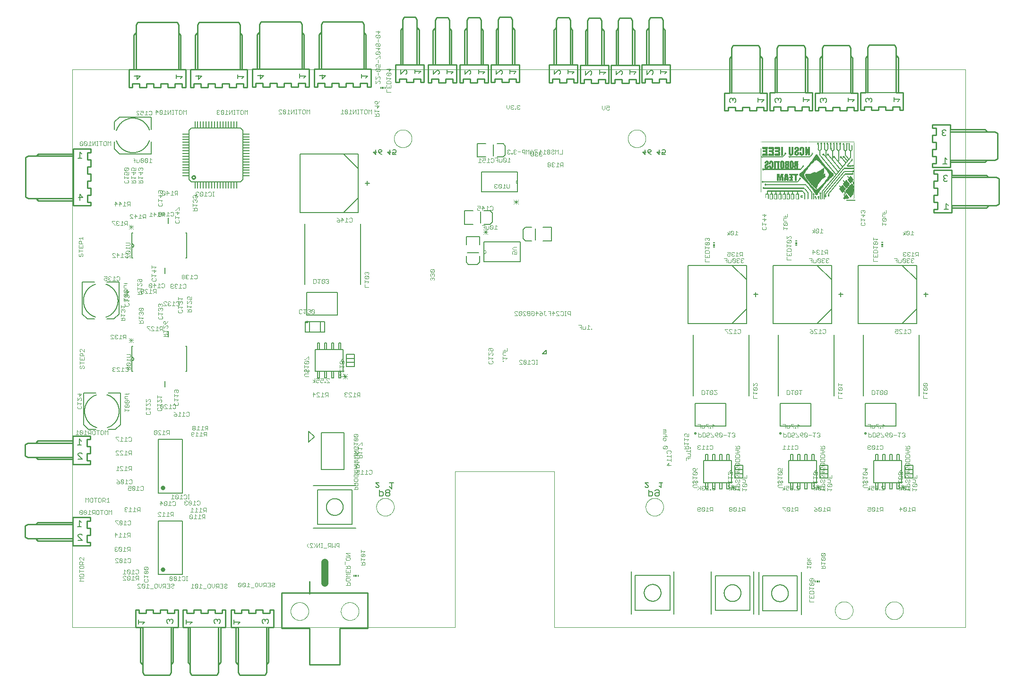
<source format=gbo>
G75*
%MOIN*%
%OFA0B0*%
%FSLAX25Y25*%
%IPPOS*%
%LPD*%
%AMOC8*
5,1,8,0,0,1.08239X$1,22.5*
%
%ADD10C,0.00300*%
%ADD11C,0.00000*%
%ADD12C,0.00800*%
%ADD13C,0.00600*%
%ADD14C,0.00500*%
%ADD15C,0.01000*%
%ADD16C,0.00700*%
%ADD17C,0.00200*%
%ADD18R,0.01181X0.00591*%
%ADD19R,0.01181X0.01181*%
%ADD20C,0.03157*%
%ADD21R,0.04724X0.00787*%
%ADD22R,0.00787X0.04724*%
%ADD23R,0.00591X0.01181*%
%ADD24C,0.05000*%
%ADD25R,0.00600X0.00100*%
%ADD26R,0.00400X0.00100*%
%ADD27R,0.00500X0.00100*%
%ADD28R,0.00200X0.00100*%
%ADD29R,0.02200X0.00100*%
%ADD30R,0.02100X0.00100*%
%ADD31R,0.00100X0.00100*%
%ADD32R,0.00300X0.00100*%
%ADD33R,0.02400X0.00100*%
%ADD34R,0.02800X0.00100*%
%ADD35R,0.03200X0.00100*%
%ADD36R,0.03500X0.00100*%
%ADD37R,0.03700X0.00100*%
%ADD38R,0.04000X0.00100*%
%ADD39R,0.03800X0.00100*%
%ADD40R,0.03600X0.00100*%
%ADD41R,0.00700X0.00100*%
%ADD42R,0.00800X0.00100*%
%ADD43R,0.03400X0.00100*%
%ADD44R,0.00900X0.00100*%
%ADD45R,0.01000X0.00100*%
%ADD46R,0.01100X0.00100*%
%ADD47R,0.03000X0.00100*%
%ADD48R,0.02600X0.00100*%
%ADD49R,0.01300X0.00100*%
%ADD50R,0.01400X0.00100*%
%ADD51R,0.01600X0.00100*%
%ADD52R,0.01800X0.00100*%
%ADD53R,0.02000X0.00100*%
%ADD54R,0.02300X0.00100*%
%ADD55R,0.01200X0.00100*%
%ADD56R,0.02900X0.00100*%
%ADD57R,0.03100X0.00100*%
%ADD58R,0.03300X0.00100*%
%ADD59R,0.01700X0.00100*%
%ADD60R,0.01900X0.00100*%
%ADD61R,0.04200X0.00100*%
%ADD62R,0.04300X0.00100*%
%ADD63R,0.04500X0.00100*%
%ADD64R,0.04600X0.00100*%
%ADD65R,0.04800X0.00100*%
%ADD66R,0.02500X0.00100*%
%ADD67R,0.04900X0.00100*%
%ADD68R,0.02700X0.00100*%
%ADD69R,0.05000X0.00100*%
%ADD70R,0.05200X0.00100*%
%ADD71R,0.05600X0.00100*%
%ADD72R,0.05500X0.00100*%
%ADD73R,0.05700X0.00100*%
%ADD74R,0.05800X0.00100*%
%ADD75R,0.03900X0.00100*%
%ADD76R,0.05900X0.00100*%
%ADD77R,0.04100X0.00100*%
%ADD78R,0.25300X0.00100*%
%ADD79R,0.06000X0.00100*%
%ADD80R,0.25200X0.00100*%
%ADD81R,0.04400X0.00100*%
%ADD82R,0.25100X0.00100*%
%ADD83R,0.25000X0.00100*%
%ADD84R,0.04700X0.00100*%
%ADD85R,0.24900X0.00100*%
%ADD86R,0.05100X0.00100*%
%ADD87R,0.05400X0.00100*%
%ADD88R,0.05300X0.00100*%
%ADD89R,0.29600X0.00100*%
%ADD90R,0.29000X0.00100*%
%ADD91R,0.28800X0.00100*%
%ADD92R,0.01500X0.00100*%
%ADD93R,0.28600X0.00100*%
%ADD94R,0.28500X0.00100*%
%ADD95R,0.28400X0.00100*%
%ADD96R,0.28300X0.00100*%
%ADD97R,0.06100X0.00100*%
%ADD98R,0.06300X0.00100*%
%ADD99R,0.06400X0.00100*%
%ADD100R,0.06600X0.00100*%
%ADD101R,0.06800X0.00100*%
%ADD102R,0.07000X0.00100*%
%ADD103R,0.07200X0.00100*%
%ADD104R,0.07300X0.00100*%
%ADD105R,0.07400X0.00100*%
%ADD106R,0.24800X0.00100*%
%ADD107R,0.07600X0.00100*%
%ADD108R,0.07800X0.00100*%
%ADD109R,0.07900X0.00100*%
%ADD110R,0.08100X0.00100*%
%ADD111R,0.08200X0.00100*%
%ADD112R,0.08300X0.00100*%
%ADD113R,0.08500X0.00100*%
%ADD114R,0.08700X0.00100*%
%ADD115R,0.08800X0.00100*%
%ADD116R,0.09000X0.00100*%
%ADD117R,0.09100X0.00100*%
%ADD118R,0.09200X0.00100*%
%ADD119R,0.09400X0.00100*%
%ADD120R,0.09600X0.00100*%
%ADD121R,0.09800X0.00100*%
%ADD122R,0.09900X0.00100*%
%ADD123R,0.10100X0.00100*%
%ADD124R,0.10300X0.00100*%
%ADD125R,0.10400X0.00100*%
%ADD126R,0.10500X0.00100*%
%ADD127R,0.10700X0.00100*%
%ADD128R,0.11000X0.00100*%
%ADD129R,0.11100X0.00100*%
%ADD130R,0.11300X0.00100*%
%ADD131R,0.11400X0.00100*%
%ADD132R,0.11700X0.00100*%
%ADD133R,0.11900X0.00100*%
%ADD134R,0.12200X0.00100*%
%ADD135R,0.12600X0.00100*%
%ADD136R,0.12700X0.00100*%
%ADD137R,0.12900X0.00100*%
%ADD138R,0.13000X0.00100*%
%ADD139R,0.13200X0.00100*%
%ADD140R,0.13300X0.00100*%
%ADD141R,0.13500X0.00100*%
%ADD142R,0.13700X0.00100*%
%ADD143R,0.13900X0.00100*%
%ADD144R,0.14100X0.00100*%
%ADD145R,0.14200X0.00100*%
%ADD146R,0.14300X0.00100*%
%ADD147R,0.06200X0.00100*%
%ADD148R,0.12400X0.00100*%
%ADD149R,0.08400X0.00100*%
%ADD150R,0.08000X0.00100*%
%ADD151R,0.07700X0.00100*%
%ADD152R,0.07500X0.00100*%
%ADD153R,0.07100X0.00100*%
%ADD154R,0.06500X0.00100*%
%ADD155R,0.26700X0.00100*%
%ADD156R,0.26800X0.00100*%
%ADD157R,0.26900X0.00100*%
%ADD158R,0.15100X0.00100*%
%ADD159R,0.14600X0.00100*%
%ADD160R,0.14700X0.00100*%
%ADD161R,0.14900X0.00100*%
%ADD162R,0.14800X0.00100*%
%ADD163R,0.32000X0.00100*%
D10*
X0080930Y0062835D02*
X0082865Y0062835D01*
X0080930Y0064770D01*
X0080930Y0065254D01*
X0081414Y0065738D01*
X0082381Y0065738D01*
X0082865Y0065254D01*
X0083876Y0065254D02*
X0085811Y0063319D01*
X0085328Y0062835D01*
X0084360Y0062835D01*
X0083876Y0063319D01*
X0083876Y0065254D01*
X0084360Y0065738D01*
X0085328Y0065738D01*
X0085811Y0065254D01*
X0085811Y0063319D01*
X0086823Y0062835D02*
X0088758Y0062835D01*
X0087790Y0062835D02*
X0087790Y0065738D01*
X0088758Y0064770D01*
X0087789Y0066981D02*
X0085854Y0066981D01*
X0085370Y0067464D01*
X0085370Y0068432D01*
X0085854Y0068916D01*
X0085370Y0069927D02*
X0085370Y0071862D01*
X0085370Y0070895D02*
X0088273Y0070895D01*
X0087305Y0069927D01*
X0087789Y0068916D02*
X0088273Y0068432D01*
X0088273Y0067464D01*
X0087789Y0066981D01*
X0089769Y0062352D02*
X0091704Y0062352D01*
X0092716Y0063319D02*
X0092716Y0065254D01*
X0093200Y0065738D01*
X0094167Y0065738D01*
X0094651Y0065254D01*
X0094651Y0063319D01*
X0094167Y0062835D01*
X0093200Y0062835D01*
X0092716Y0063319D01*
X0095662Y0063803D02*
X0095662Y0065738D01*
X0095662Y0063803D02*
X0096630Y0062835D01*
X0097597Y0063803D01*
X0097597Y0065738D01*
X0098609Y0065254D02*
X0099093Y0065738D01*
X0100544Y0065738D01*
X0100544Y0062835D01*
X0100544Y0063803D02*
X0099093Y0063803D01*
X0098609Y0064287D01*
X0098609Y0065254D01*
X0099576Y0063803D02*
X0098609Y0062835D01*
X0101556Y0062835D02*
X0103490Y0062835D01*
X0103490Y0065738D01*
X0101556Y0065738D01*
X0102523Y0064287D02*
X0103490Y0064287D01*
X0104502Y0063803D02*
X0104502Y0063319D01*
X0104986Y0062835D01*
X0105953Y0062835D01*
X0106437Y0063319D01*
X0105953Y0064287D02*
X0104986Y0064287D01*
X0104502Y0063803D01*
X0104502Y0065254D02*
X0104986Y0065738D01*
X0105953Y0065738D01*
X0106437Y0065254D01*
X0106437Y0064770D01*
X0105953Y0064287D01*
X0106785Y0068184D02*
X0107752Y0068184D01*
X0108236Y0068668D01*
X0106301Y0070603D01*
X0106301Y0068668D01*
X0106785Y0068184D01*
X0108236Y0068668D02*
X0108236Y0070603D01*
X0107752Y0071086D01*
X0106785Y0071086D01*
X0106301Y0070603D01*
X0105289Y0070603D02*
X0104806Y0071086D01*
X0103838Y0071086D01*
X0103354Y0070603D01*
X0105289Y0068668D01*
X0104806Y0068184D01*
X0103838Y0068184D01*
X0103354Y0068668D01*
X0103354Y0070603D01*
X0105289Y0070603D02*
X0105289Y0068668D01*
X0109247Y0068184D02*
X0111182Y0068184D01*
X0110215Y0068184D02*
X0110215Y0071086D01*
X0111182Y0070119D01*
X0112194Y0070603D02*
X0112678Y0071086D01*
X0113645Y0071086D01*
X0114129Y0070603D01*
X0114129Y0068668D01*
X0113645Y0068184D01*
X0112678Y0068184D01*
X0112194Y0068668D01*
X0115126Y0068184D02*
X0116093Y0068184D01*
X0115610Y0068184D02*
X0115610Y0071086D01*
X0116093Y0071086D02*
X0115126Y0071086D01*
X0119360Y0065671D02*
X0119360Y0062769D01*
X0118393Y0062769D02*
X0120328Y0062769D01*
X0121339Y0063252D02*
X0121823Y0062769D01*
X0122790Y0062769D01*
X0123274Y0063252D01*
X0121339Y0065187D01*
X0121339Y0063252D01*
X0120328Y0064703D02*
X0119360Y0065671D01*
X0121339Y0065187D02*
X0121823Y0065671D01*
X0122790Y0065671D01*
X0123274Y0065187D01*
X0123274Y0063252D01*
X0124286Y0062769D02*
X0126221Y0062769D01*
X0125253Y0062769D02*
X0125253Y0065671D01*
X0126221Y0064703D01*
X0127232Y0062285D02*
X0129167Y0062285D01*
X0130179Y0063252D02*
X0130179Y0065187D01*
X0130662Y0065671D01*
X0131630Y0065671D01*
X0132114Y0065187D01*
X0132114Y0063252D01*
X0131630Y0062769D01*
X0130662Y0062769D01*
X0130179Y0063252D01*
X0133125Y0063736D02*
X0133125Y0065671D01*
X0133125Y0063736D02*
X0134093Y0062769D01*
X0135060Y0063736D01*
X0135060Y0065671D01*
X0136072Y0065187D02*
X0136555Y0065671D01*
X0138007Y0065671D01*
X0138007Y0062769D01*
X0138007Y0063736D02*
X0136555Y0063736D01*
X0136072Y0064220D01*
X0136072Y0065187D01*
X0137039Y0063736D02*
X0136072Y0062769D01*
X0139018Y0062769D02*
X0140953Y0062769D01*
X0140953Y0065671D01*
X0139018Y0065671D01*
X0139986Y0064220D02*
X0140953Y0064220D01*
X0141965Y0063736D02*
X0141965Y0063252D01*
X0142449Y0062769D01*
X0143416Y0062769D01*
X0143900Y0063252D01*
X0143416Y0064220D02*
X0142449Y0064220D01*
X0141965Y0063736D01*
X0141965Y0065187D02*
X0142449Y0065671D01*
X0143416Y0065671D01*
X0143900Y0065187D01*
X0143900Y0064703D01*
X0143416Y0064220D01*
X0151857Y0064040D02*
X0152341Y0063556D01*
X0153308Y0063556D01*
X0153792Y0064040D01*
X0151857Y0065975D01*
X0151857Y0064040D01*
X0151857Y0065975D02*
X0152341Y0066458D01*
X0153308Y0066458D01*
X0153792Y0065975D01*
X0153792Y0064040D01*
X0154804Y0064040D02*
X0155287Y0063556D01*
X0156255Y0063556D01*
X0156739Y0064040D01*
X0154804Y0065975D01*
X0154804Y0064040D01*
X0154804Y0065975D02*
X0155287Y0066458D01*
X0156255Y0066458D01*
X0156739Y0065975D01*
X0156739Y0064040D01*
X0157750Y0063556D02*
X0159685Y0063556D01*
X0158718Y0063556D02*
X0158718Y0066458D01*
X0159685Y0065491D01*
X0160697Y0063072D02*
X0162632Y0063072D01*
X0163643Y0064040D02*
X0163643Y0065975D01*
X0164127Y0066458D01*
X0165095Y0066458D01*
X0165578Y0065975D01*
X0165578Y0064040D01*
X0165095Y0063556D01*
X0164127Y0063556D01*
X0163643Y0064040D01*
X0166590Y0064523D02*
X0166590Y0066458D01*
X0166590Y0064523D02*
X0167557Y0063556D01*
X0168525Y0064523D01*
X0168525Y0066458D01*
X0169536Y0065975D02*
X0169536Y0065007D01*
X0170020Y0064523D01*
X0171471Y0064523D01*
X0171471Y0063556D02*
X0171471Y0066458D01*
X0170020Y0066458D01*
X0169536Y0065975D01*
X0170504Y0064523D02*
X0169536Y0063556D01*
X0172483Y0063556D02*
X0174418Y0063556D01*
X0174418Y0066458D01*
X0172483Y0066458D01*
X0173450Y0065007D02*
X0174418Y0065007D01*
X0175429Y0064523D02*
X0175429Y0064040D01*
X0175913Y0063556D01*
X0176881Y0063556D01*
X0177364Y0064040D01*
X0176881Y0065007D02*
X0175913Y0065007D01*
X0175429Y0064523D01*
X0175429Y0065975D02*
X0175913Y0066458D01*
X0176881Y0066458D01*
X0177364Y0065975D01*
X0177364Y0065491D01*
X0176881Y0065007D01*
X0201325Y0091370D02*
X0200357Y0092338D01*
X0200357Y0093305D01*
X0201325Y0094273D01*
X0202336Y0093789D02*
X0202820Y0094273D01*
X0203788Y0094273D01*
X0204271Y0093789D01*
X0205268Y0094273D02*
X0206236Y0093305D01*
X0206236Y0092338D01*
X0205268Y0091370D01*
X0204271Y0091370D02*
X0202336Y0093305D01*
X0202336Y0093789D01*
X0202336Y0091370D02*
X0204271Y0091370D01*
X0207247Y0091370D02*
X0207247Y0094273D01*
X0209182Y0094273D02*
X0207247Y0091370D01*
X0209182Y0091370D02*
X0209182Y0094273D01*
X0210179Y0094273D02*
X0211147Y0094273D01*
X0210663Y0094273D02*
X0210663Y0091370D01*
X0211147Y0091370D02*
X0210179Y0091370D01*
X0212158Y0090887D02*
X0214093Y0090887D01*
X0215105Y0091370D02*
X0216072Y0092338D01*
X0215588Y0092338D02*
X0217040Y0092338D01*
X0217040Y0091370D02*
X0217040Y0094273D01*
X0215588Y0094273D01*
X0215105Y0093789D01*
X0215105Y0092822D01*
X0215588Y0092338D01*
X0218051Y0091370D02*
X0218051Y0094273D01*
X0219986Y0094273D02*
X0219986Y0091370D01*
X0219019Y0092338D01*
X0218051Y0091370D01*
X0220998Y0092822D02*
X0220998Y0093789D01*
X0221481Y0094273D01*
X0222933Y0094273D01*
X0222933Y0091370D01*
X0222933Y0092338D02*
X0221481Y0092338D01*
X0220998Y0092822D01*
X0227769Y0087347D02*
X0230671Y0087347D01*
X0230671Y0085412D02*
X0227769Y0087347D01*
X0227769Y0085412D02*
X0230671Y0085412D01*
X0230188Y0084401D02*
X0230671Y0083917D01*
X0230671Y0082949D01*
X0230188Y0082466D01*
X0228253Y0082466D01*
X0227769Y0082949D01*
X0227769Y0083917D01*
X0228253Y0084401D01*
X0230188Y0084401D01*
X0227285Y0081454D02*
X0227285Y0079519D01*
X0227769Y0078508D02*
X0228736Y0077540D01*
X0228736Y0078024D02*
X0228736Y0076573D01*
X0227769Y0076573D02*
X0230671Y0076573D01*
X0230671Y0078024D01*
X0230188Y0078508D01*
X0229220Y0078508D01*
X0228736Y0078024D01*
X0227769Y0075561D02*
X0227769Y0073626D01*
X0230671Y0073626D01*
X0230671Y0075561D01*
X0229220Y0074594D02*
X0229220Y0073626D01*
X0227769Y0072615D02*
X0230671Y0072615D01*
X0230671Y0070680D02*
X0227769Y0070680D01*
X0228736Y0071647D01*
X0227769Y0072615D01*
X0228253Y0069668D02*
X0230188Y0069668D01*
X0230671Y0069184D01*
X0230671Y0068217D01*
X0230188Y0067733D01*
X0228253Y0067733D01*
X0227769Y0068217D01*
X0227769Y0069184D01*
X0228253Y0069668D01*
X0229220Y0066721D02*
X0228736Y0066238D01*
X0228736Y0064787D01*
X0227769Y0064787D02*
X0230671Y0064787D01*
X0230671Y0066238D01*
X0230188Y0066721D01*
X0229220Y0066721D01*
X0238331Y0079028D02*
X0241234Y0079028D01*
X0241234Y0080479D01*
X0240750Y0080963D01*
X0239782Y0080963D01*
X0239299Y0080479D01*
X0239299Y0079028D01*
X0239299Y0079995D02*
X0238331Y0080963D01*
X0238331Y0081974D02*
X0238331Y0083909D01*
X0238331Y0082942D02*
X0241234Y0082942D01*
X0240266Y0081974D01*
X0240750Y0084921D02*
X0241234Y0085405D01*
X0241234Y0086372D01*
X0240750Y0086856D01*
X0238815Y0084921D01*
X0238331Y0085405D01*
X0238331Y0086372D01*
X0238815Y0086856D01*
X0240750Y0086856D01*
X0240266Y0087868D02*
X0241234Y0088835D01*
X0238331Y0088835D01*
X0238331Y0087868D02*
X0238331Y0089802D01*
X0238815Y0084921D02*
X0240750Y0084921D01*
X0236211Y0132212D02*
X0233308Y0132212D01*
X0234276Y0132212D02*
X0234276Y0133663D01*
X0234759Y0134147D01*
X0235727Y0134147D01*
X0236211Y0133663D01*
X0236211Y0132212D01*
X0236211Y0135158D02*
X0236211Y0136609D01*
X0235727Y0137093D01*
X0234759Y0137093D01*
X0234276Y0136609D01*
X0234276Y0135158D01*
X0234276Y0136126D02*
X0233308Y0137093D01*
X0233792Y0138105D02*
X0233308Y0138588D01*
X0233308Y0139556D01*
X0233792Y0140040D01*
X0235727Y0140040D01*
X0236211Y0139556D01*
X0236211Y0138588D01*
X0235727Y0138105D01*
X0233792Y0138105D01*
X0233792Y0141051D02*
X0233308Y0141535D01*
X0233308Y0142502D01*
X0233792Y0142986D01*
X0234759Y0142986D01*
X0234759Y0142019D01*
X0235727Y0141051D02*
X0233792Y0141051D01*
X0235727Y0141051D02*
X0236211Y0141535D01*
X0236211Y0142502D01*
X0235727Y0142986D01*
X0235707Y0143151D02*
X0236675Y0143151D01*
X0237159Y0143635D01*
X0237159Y0144602D02*
X0236191Y0145086D01*
X0235707Y0145086D01*
X0235224Y0144602D01*
X0235224Y0143635D01*
X0235707Y0143151D01*
X0236211Y0143998D02*
X0236211Y0145449D01*
X0235727Y0145933D01*
X0234759Y0145933D01*
X0234276Y0145449D01*
X0234276Y0143998D01*
X0234276Y0144965D02*
X0233308Y0145933D01*
X0233308Y0146944D02*
X0235243Y0146944D01*
X0236211Y0147912D01*
X0235243Y0148879D01*
X0233308Y0148879D01*
X0233308Y0149891D02*
X0236211Y0149891D01*
X0235243Y0150858D01*
X0236211Y0151826D01*
X0233308Y0151826D01*
X0234068Y0151746D02*
X0236971Y0151746D01*
X0236003Y0150779D01*
X0235519Y0149767D02*
X0235036Y0149284D01*
X0235036Y0147832D01*
X0234759Y0146944D02*
X0234759Y0148879D01*
X0235036Y0148800D02*
X0234068Y0149767D01*
X0234068Y0150779D02*
X0234068Y0152714D01*
X0233308Y0152837D02*
X0236211Y0152837D01*
X0235243Y0153805D01*
X0236211Y0154772D01*
X0233308Y0154772D01*
X0234068Y0154693D02*
X0236971Y0154693D01*
X0236003Y0153725D01*
X0236363Y0154619D02*
X0239265Y0154619D01*
X0239265Y0156070D01*
X0238781Y0156553D01*
X0237814Y0156553D01*
X0237330Y0156070D01*
X0237330Y0154619D01*
X0237330Y0155586D02*
X0236363Y0156553D01*
X0236211Y0156751D02*
X0236211Y0155784D01*
X0236211Y0156268D02*
X0233308Y0156268D01*
X0233308Y0156751D02*
X0233308Y0155784D01*
X0234068Y0155660D02*
X0234068Y0153725D01*
X0234552Y0156672D02*
X0234068Y0157156D01*
X0234068Y0158123D01*
X0234552Y0158607D01*
X0235036Y0158607D01*
X0235519Y0158123D01*
X0235519Y0156672D01*
X0234552Y0156672D01*
X0235519Y0156672D02*
X0236487Y0157639D01*
X0236971Y0158607D01*
X0236363Y0158533D02*
X0239265Y0158533D01*
X0238298Y0157565D01*
X0236363Y0157565D02*
X0236363Y0159500D01*
X0236211Y0159683D02*
X0233308Y0159683D01*
X0236211Y0157748D01*
X0233308Y0157748D01*
X0233792Y0160695D02*
X0233308Y0161178D01*
X0233308Y0162146D01*
X0233792Y0162630D01*
X0234759Y0162630D01*
X0234759Y0161662D01*
X0233792Y0160695D02*
X0235727Y0160695D01*
X0236211Y0161178D01*
X0236211Y0162146D01*
X0235727Y0162630D01*
X0236363Y0162447D02*
X0236363Y0160512D01*
X0236363Y0161479D02*
X0239265Y0161479D01*
X0238298Y0160512D01*
X0239265Y0163458D02*
X0239265Y0165393D01*
X0238781Y0165393D01*
X0236846Y0163458D01*
X0236363Y0163458D01*
X0235243Y0163641D02*
X0236211Y0164609D01*
X0233308Y0164609D01*
X0233308Y0165576D02*
X0233308Y0163641D01*
X0233792Y0166588D02*
X0235727Y0168523D01*
X0233792Y0168523D01*
X0233308Y0168039D01*
X0233308Y0167071D01*
X0233792Y0166588D01*
X0235727Y0166588D01*
X0236211Y0167071D01*
X0236211Y0168039D01*
X0235727Y0168523D01*
X0235727Y0169534D02*
X0236211Y0170018D01*
X0236211Y0170985D01*
X0235727Y0171469D01*
X0233792Y0169534D01*
X0233308Y0170018D01*
X0233308Y0170985D01*
X0233792Y0171469D01*
X0235727Y0171469D01*
X0235727Y0169534D02*
X0233792Y0169534D01*
X0235519Y0149767D02*
X0236487Y0149767D01*
X0236971Y0149284D01*
X0236971Y0147832D01*
X0234068Y0147832D01*
X0235224Y0146053D02*
X0237159Y0146053D01*
X0237159Y0144602D01*
X0236211Y0143998D02*
X0233308Y0143998D01*
X0238170Y0143151D02*
X0240105Y0143151D01*
X0239138Y0143151D02*
X0239138Y0146053D01*
X0240105Y0145086D01*
X0241117Y0143151D02*
X0243052Y0143151D01*
X0242084Y0143151D02*
X0242084Y0146053D01*
X0243052Y0145086D01*
X0244063Y0145570D02*
X0244547Y0146053D01*
X0245515Y0146053D01*
X0245998Y0145570D01*
X0245998Y0143635D01*
X0245515Y0143151D01*
X0244547Y0143151D01*
X0244063Y0143635D01*
X0236211Y0135158D02*
X0233308Y0135158D01*
X0233679Y0197836D02*
X0233679Y0200738D01*
X0234646Y0199771D01*
X0235658Y0200255D02*
X0235658Y0199287D01*
X0236142Y0198803D01*
X0237593Y0198803D01*
X0237593Y0197836D02*
X0237593Y0200738D01*
X0236142Y0200738D01*
X0235658Y0200255D01*
X0236625Y0198803D02*
X0235658Y0197836D01*
X0234646Y0197836D02*
X0232711Y0197836D01*
X0231700Y0197836D02*
X0229765Y0199771D01*
X0229765Y0200255D01*
X0230248Y0200738D01*
X0231216Y0200738D01*
X0231700Y0200255D01*
X0231700Y0197836D02*
X0229765Y0197836D01*
X0228753Y0198320D02*
X0228269Y0197836D01*
X0227302Y0197836D01*
X0226818Y0198320D01*
X0226818Y0198803D01*
X0227302Y0199287D01*
X0227786Y0199287D01*
X0227302Y0199287D02*
X0226818Y0199771D01*
X0226818Y0200255D01*
X0227302Y0200738D01*
X0228269Y0200738D01*
X0228753Y0200255D01*
X0215093Y0200738D02*
X0213642Y0200738D01*
X0213158Y0200255D01*
X0213158Y0199287D01*
X0213642Y0198803D01*
X0215093Y0198803D01*
X0215093Y0197836D02*
X0215093Y0200738D01*
X0214125Y0198803D02*
X0213158Y0197836D01*
X0212146Y0197836D02*
X0210211Y0197836D01*
X0211179Y0197836D02*
X0211179Y0200738D01*
X0212146Y0199771D01*
X0209200Y0200255D02*
X0208716Y0200738D01*
X0207748Y0200738D01*
X0207265Y0200255D01*
X0207265Y0199771D01*
X0209200Y0197836D01*
X0207265Y0197836D01*
X0206253Y0199287D02*
X0204318Y0199287D01*
X0204802Y0197836D02*
X0204802Y0200738D01*
X0206253Y0199287D01*
X0205762Y0207836D02*
X0205762Y0210738D01*
X0206774Y0210738D02*
X0208709Y0210738D01*
X0208709Y0209287D01*
X0207741Y0209771D01*
X0207257Y0209771D01*
X0206774Y0209287D01*
X0206774Y0208320D01*
X0207257Y0207836D01*
X0208225Y0207836D01*
X0208709Y0208320D01*
X0209720Y0208320D02*
X0210204Y0207836D01*
X0211171Y0207836D01*
X0211655Y0208320D01*
X0211655Y0209287D02*
X0210688Y0209771D01*
X0210204Y0209771D01*
X0209720Y0209287D01*
X0209720Y0208320D01*
X0211655Y0209287D02*
X0211655Y0210738D01*
X0209720Y0210738D01*
X0212645Y0208320D02*
X0212645Y0207836D01*
X0213128Y0207836D01*
X0213128Y0208320D01*
X0212645Y0208320D01*
X0214140Y0207836D02*
X0216075Y0207836D01*
X0214140Y0209771D01*
X0214140Y0210255D01*
X0214624Y0210738D01*
X0215591Y0210738D01*
X0216075Y0210255D01*
X0225691Y0210536D02*
X0228827Y0213672D01*
X0225691Y0210536D01*
X0227259Y0210536D02*
X0227259Y0213672D01*
X0227259Y0210536D01*
X0228827Y0210536D02*
X0225691Y0213672D01*
X0228827Y0210536D01*
X0228827Y0212104D02*
X0225691Y0212104D01*
X0228827Y0212104D01*
X0205762Y0208803D02*
X0204311Y0209771D01*
X0205762Y0208803D02*
X0204311Y0207836D01*
X0130266Y0177199D02*
X0128815Y0177199D01*
X0128331Y0176715D01*
X0128331Y0175748D01*
X0128815Y0175264D01*
X0130266Y0175264D01*
X0129299Y0175264D02*
X0128331Y0174296D01*
X0127319Y0174296D02*
X0125384Y0174296D01*
X0126352Y0174296D02*
X0126352Y0177199D01*
X0127319Y0176231D01*
X0124373Y0176231D02*
X0123405Y0177199D01*
X0123405Y0174296D01*
X0122438Y0174296D02*
X0124373Y0174296D01*
X0125549Y0172825D02*
X0125549Y0169922D01*
X0126516Y0169922D02*
X0124581Y0169922D01*
X0123570Y0169922D02*
X0121635Y0169922D01*
X0122602Y0169922D02*
X0122602Y0172825D01*
X0123570Y0171857D01*
X0125549Y0172825D02*
X0126516Y0171857D01*
X0127528Y0171374D02*
X0128012Y0170890D01*
X0129463Y0170890D01*
X0129463Y0169922D02*
X0129463Y0172825D01*
X0128012Y0172825D01*
X0127528Y0172341D01*
X0127528Y0171374D01*
X0128495Y0170890D02*
X0127528Y0169922D01*
X0130266Y0174296D02*
X0130266Y0177199D01*
X0121426Y0176715D02*
X0121426Y0176231D01*
X0120943Y0175748D01*
X0119975Y0175748D01*
X0119491Y0175264D01*
X0119491Y0174780D01*
X0119975Y0174296D01*
X0120943Y0174296D01*
X0121426Y0174780D01*
X0121426Y0175264D01*
X0120943Y0175748D01*
X0119975Y0175748D02*
X0119491Y0176231D01*
X0119491Y0176715D01*
X0119975Y0177199D01*
X0120943Y0177199D01*
X0121426Y0176715D01*
X0120140Y0172825D02*
X0120623Y0172341D01*
X0120623Y0171857D01*
X0120140Y0171374D01*
X0118688Y0171374D01*
X0118688Y0172341D02*
X0119172Y0172825D01*
X0120140Y0172825D01*
X0118688Y0172341D02*
X0118688Y0170406D01*
X0119172Y0169922D01*
X0120140Y0169922D01*
X0120623Y0170406D01*
X0116681Y0184028D02*
X0115714Y0184028D01*
X0115230Y0184512D01*
X0114218Y0184028D02*
X0112283Y0184028D01*
X0113251Y0184028D02*
X0113251Y0186930D01*
X0114218Y0185963D01*
X0115230Y0186447D02*
X0115714Y0186930D01*
X0116681Y0186930D01*
X0117165Y0186447D01*
X0117165Y0184512D01*
X0116681Y0184028D01*
X0111272Y0184028D02*
X0109337Y0184028D01*
X0110304Y0184028D02*
X0110304Y0186930D01*
X0111272Y0185963D01*
X0108325Y0185479D02*
X0106874Y0185479D01*
X0106390Y0184995D01*
X0106390Y0184512D01*
X0106874Y0184028D01*
X0107842Y0184028D01*
X0108325Y0184512D01*
X0108325Y0185479D01*
X0107358Y0186447D01*
X0106390Y0186930D01*
X0106163Y0189449D02*
X0105679Y0189933D01*
X0106163Y0189449D02*
X0107130Y0189449D01*
X0107614Y0189933D01*
X0107614Y0191868D01*
X0107130Y0192352D01*
X0106163Y0192352D01*
X0105679Y0191868D01*
X0106651Y0192308D02*
X0106651Y0193276D01*
X0107135Y0193760D01*
X0106651Y0194771D02*
X0106651Y0196706D01*
X0106651Y0195739D02*
X0109553Y0195739D01*
X0108586Y0194771D01*
X0109070Y0193760D02*
X0109553Y0193276D01*
X0109553Y0192308D01*
X0109070Y0191825D01*
X0107135Y0191825D01*
X0106651Y0192308D01*
X0104667Y0191384D02*
X0103700Y0192352D01*
X0103700Y0189449D01*
X0104667Y0189449D02*
X0102732Y0189449D01*
X0101721Y0189449D02*
X0099786Y0191384D01*
X0099786Y0191868D01*
X0100270Y0192352D01*
X0101237Y0192352D01*
X0101721Y0191868D01*
X0101721Y0189449D02*
X0099786Y0189449D01*
X0098774Y0189933D02*
X0096839Y0191868D01*
X0096839Y0189933D01*
X0097323Y0189449D01*
X0098290Y0189449D01*
X0098774Y0189933D01*
X0098774Y0191868D01*
X0098290Y0192352D01*
X0097323Y0192352D01*
X0096839Y0191868D01*
X0097710Y0191895D02*
X0094807Y0191895D01*
X0094807Y0192862D02*
X0094807Y0190927D01*
X0095291Y0189916D02*
X0094807Y0189432D01*
X0094807Y0188464D01*
X0095291Y0187981D01*
X0097226Y0187981D01*
X0097710Y0188464D01*
X0097710Y0189432D01*
X0097226Y0189916D01*
X0096742Y0190927D02*
X0097710Y0191895D01*
X0097226Y0193874D02*
X0097710Y0194357D01*
X0097710Y0195325D01*
X0097226Y0195809D01*
X0096742Y0195809D01*
X0094807Y0193874D01*
X0094807Y0195809D01*
X0094807Y0196820D02*
X0094807Y0198755D01*
X0094807Y0197788D02*
X0097710Y0197788D01*
X0096742Y0196820D01*
X0089856Y0195627D02*
X0089856Y0194660D01*
X0089373Y0194176D01*
X0089373Y0193164D02*
X0089856Y0192681D01*
X0089856Y0191713D01*
X0089373Y0191229D01*
X0089373Y0193164D02*
X0088889Y0193164D01*
X0086954Y0191229D01*
X0086954Y0193164D01*
X0086954Y0194176D02*
X0088889Y0196111D01*
X0089373Y0196111D01*
X0089856Y0195627D01*
X0086954Y0196111D02*
X0086954Y0194176D01*
X0086954Y0190218D02*
X0086954Y0188283D01*
X0086954Y0189250D02*
X0089856Y0189250D01*
X0088889Y0188283D01*
X0089373Y0187271D02*
X0089856Y0186788D01*
X0089856Y0185820D01*
X0089373Y0185336D01*
X0087438Y0185336D01*
X0086954Y0185820D01*
X0086954Y0186788D01*
X0087438Y0187271D01*
X0074723Y0188387D02*
X0071820Y0188387D01*
X0071820Y0189354D02*
X0071820Y0187419D01*
X0073755Y0187419D02*
X0074723Y0188387D01*
X0074239Y0190366D02*
X0074723Y0190850D01*
X0074723Y0191817D01*
X0074239Y0192301D01*
X0072304Y0190366D01*
X0071820Y0190850D01*
X0071820Y0191817D01*
X0072304Y0192301D01*
X0074239Y0192301D01*
X0074239Y0193312D02*
X0074723Y0193796D01*
X0074723Y0194764D01*
X0074239Y0195247D01*
X0072304Y0193312D01*
X0071820Y0193796D01*
X0071820Y0194764D01*
X0072304Y0195247D01*
X0074239Y0195247D01*
X0073755Y0196259D02*
X0072304Y0196259D01*
X0071820Y0196743D01*
X0071820Y0198194D01*
X0073755Y0198194D01*
X0073271Y0199205D02*
X0073271Y0200173D01*
X0074239Y0199689D02*
X0074723Y0200173D01*
X0074239Y0199689D02*
X0071820Y0199689D01*
X0072304Y0193312D02*
X0074239Y0193312D01*
X0074239Y0190366D02*
X0072304Y0190366D01*
X0059654Y0173966D02*
X0058687Y0172999D01*
X0057719Y0173966D01*
X0057719Y0171064D01*
X0056708Y0171548D02*
X0056224Y0171064D01*
X0055256Y0171064D01*
X0054773Y0171548D01*
X0054773Y0173483D01*
X0055256Y0173966D01*
X0056224Y0173966D01*
X0056708Y0173483D01*
X0056708Y0171548D01*
X0059654Y0171064D02*
X0059654Y0173966D01*
X0053761Y0173966D02*
X0051826Y0173966D01*
X0052794Y0173966D02*
X0052794Y0171064D01*
X0050814Y0171548D02*
X0050331Y0171064D01*
X0049363Y0171064D01*
X0048880Y0171548D01*
X0048880Y0173483D01*
X0049363Y0173966D01*
X0050331Y0173966D01*
X0050814Y0173483D01*
X0050814Y0171548D01*
X0047868Y0172031D02*
X0046417Y0172031D01*
X0045933Y0172515D01*
X0045933Y0173483D01*
X0046417Y0173966D01*
X0047868Y0173966D01*
X0047868Y0171064D01*
X0046900Y0172031D02*
X0045933Y0171064D01*
X0044921Y0171064D02*
X0042986Y0171064D01*
X0043954Y0171064D02*
X0043954Y0173966D01*
X0044921Y0172999D01*
X0041975Y0173483D02*
X0041491Y0173966D01*
X0040524Y0173966D01*
X0040040Y0173483D01*
X0041975Y0171548D01*
X0041491Y0171064D01*
X0040524Y0171064D01*
X0040040Y0171548D01*
X0040040Y0173483D01*
X0039028Y0172999D02*
X0038061Y0173966D01*
X0038061Y0171064D01*
X0039028Y0171064D02*
X0037093Y0171064D01*
X0041975Y0171548D02*
X0041975Y0173483D01*
X0040715Y0189246D02*
X0038780Y0189246D01*
X0038296Y0189730D01*
X0038296Y0190697D01*
X0038780Y0191181D01*
X0038296Y0192192D02*
X0038296Y0194127D01*
X0038296Y0193160D02*
X0041199Y0193160D01*
X0040231Y0192192D01*
X0040715Y0191181D02*
X0041199Y0190697D01*
X0041199Y0189730D01*
X0040715Y0189246D01*
X0040715Y0195139D02*
X0041199Y0195623D01*
X0041199Y0196590D01*
X0040715Y0197074D01*
X0040231Y0197074D01*
X0038296Y0195139D01*
X0038296Y0197074D01*
X0039748Y0198085D02*
X0039748Y0200020D01*
X0041199Y0199537D02*
X0039748Y0198085D01*
X0041199Y0199537D02*
X0038296Y0199537D01*
X0040616Y0217709D02*
X0041100Y0217709D01*
X0041583Y0218192D01*
X0041583Y0219160D01*
X0042067Y0219644D01*
X0042551Y0219644D01*
X0043035Y0219160D01*
X0043035Y0218192D01*
X0042551Y0217709D01*
X0040616Y0217709D02*
X0040132Y0218192D01*
X0040132Y0219160D01*
X0040616Y0219644D01*
X0040132Y0220655D02*
X0040132Y0222590D01*
X0040132Y0221623D02*
X0043035Y0221623D01*
X0043035Y0223602D02*
X0043035Y0225537D01*
X0043035Y0226548D02*
X0040132Y0226548D01*
X0040132Y0227999D01*
X0040616Y0228483D01*
X0041583Y0228483D01*
X0042067Y0227999D01*
X0042067Y0226548D01*
X0041583Y0224569D02*
X0041583Y0223602D01*
X0040132Y0223602D02*
X0043035Y0223602D01*
X0040132Y0223602D02*
X0040132Y0225537D01*
X0040616Y0229495D02*
X0040132Y0229978D01*
X0040132Y0230946D01*
X0040616Y0231430D01*
X0041100Y0231430D01*
X0043035Y0229495D01*
X0043035Y0231430D01*
X0061776Y0238611D02*
X0063711Y0238611D01*
X0061776Y0240546D01*
X0061776Y0241029D01*
X0062260Y0241513D01*
X0063227Y0241513D01*
X0063711Y0241029D01*
X0064723Y0241029D02*
X0064723Y0240546D01*
X0065207Y0240062D01*
X0064723Y0239578D01*
X0064723Y0239094D01*
X0065207Y0238611D01*
X0066174Y0238611D01*
X0066658Y0239094D01*
X0067669Y0238611D02*
X0069604Y0238611D01*
X0068637Y0238611D02*
X0068637Y0241513D01*
X0069604Y0240546D01*
X0070616Y0241029D02*
X0070616Y0240062D01*
X0071100Y0239578D01*
X0072551Y0239578D01*
X0072551Y0238611D02*
X0072551Y0241513D01*
X0071100Y0241513D01*
X0070616Y0241029D01*
X0071583Y0239578D02*
X0070616Y0238611D01*
X0074631Y0239111D02*
X0077767Y0235975D01*
X0077767Y0237543D02*
X0074631Y0237543D01*
X0074631Y0235975D02*
X0077767Y0239111D01*
X0076199Y0239111D02*
X0076199Y0235975D01*
X0075429Y0227674D02*
X0075913Y0227191D01*
X0075913Y0226223D01*
X0075429Y0225739D01*
X0073011Y0225739D01*
X0073978Y0224728D02*
X0073011Y0223760D01*
X0075913Y0223760D01*
X0075913Y0222793D02*
X0075913Y0224728D01*
X0075429Y0227674D02*
X0073011Y0227674D01*
X0073494Y0221781D02*
X0073011Y0221298D01*
X0073011Y0220330D01*
X0073494Y0219846D01*
X0075429Y0221781D01*
X0075913Y0221298D01*
X0075913Y0220330D01*
X0075429Y0219846D01*
X0073494Y0219846D01*
X0073494Y0218835D02*
X0073011Y0218351D01*
X0073011Y0217384D01*
X0073494Y0216900D01*
X0075429Y0218835D01*
X0075913Y0218351D01*
X0075913Y0217384D01*
X0075429Y0216900D01*
X0073494Y0216900D01*
X0074051Y0216094D02*
X0073567Y0215611D01*
X0072600Y0215611D01*
X0072116Y0216094D01*
X0071104Y0215611D02*
X0069169Y0215611D01*
X0070137Y0215611D02*
X0070137Y0218513D01*
X0071104Y0217546D01*
X0072116Y0218029D02*
X0072600Y0218513D01*
X0073567Y0218513D01*
X0074051Y0218029D01*
X0074051Y0216094D01*
X0073494Y0218835D02*
X0075429Y0218835D01*
X0075429Y0221781D02*
X0073494Y0221781D01*
X0068158Y0218029D02*
X0067674Y0218513D01*
X0066707Y0218513D01*
X0066223Y0218029D01*
X0066223Y0217546D01*
X0068158Y0215611D01*
X0066223Y0215611D01*
X0065211Y0216094D02*
X0064727Y0215611D01*
X0063760Y0215611D01*
X0063276Y0216094D01*
X0063276Y0216578D01*
X0063760Y0217062D01*
X0064244Y0217062D01*
X0063760Y0217062D02*
X0063276Y0217546D01*
X0063276Y0218029D01*
X0063760Y0218513D01*
X0064727Y0218513D01*
X0065211Y0218029D01*
X0065207Y0240062D02*
X0065690Y0240062D01*
X0064723Y0241029D02*
X0065207Y0241513D01*
X0066174Y0241513D01*
X0066658Y0241029D01*
X0068977Y0251579D02*
X0071879Y0251579D01*
X0071879Y0253030D01*
X0071395Y0253514D01*
X0070428Y0253514D01*
X0069944Y0253030D01*
X0069944Y0251579D01*
X0069944Y0252547D02*
X0068977Y0253514D01*
X0068977Y0254526D02*
X0068977Y0256461D01*
X0068977Y0255493D02*
X0071879Y0255493D01*
X0070912Y0254526D01*
X0071395Y0257472D02*
X0071879Y0257956D01*
X0071879Y0258923D01*
X0071395Y0259407D01*
X0070912Y0259407D01*
X0070428Y0258923D01*
X0069944Y0259407D01*
X0069461Y0259407D01*
X0068977Y0258923D01*
X0068977Y0257956D01*
X0069461Y0257472D01*
X0070428Y0258440D02*
X0070428Y0258923D01*
X0070912Y0260419D02*
X0071879Y0261386D01*
X0068977Y0261386D01*
X0068977Y0260419D02*
X0068977Y0262354D01*
X0071744Y0262307D02*
X0071744Y0263274D01*
X0072228Y0263758D01*
X0071744Y0264770D02*
X0071744Y0266705D01*
X0071005Y0266399D02*
X0073908Y0266399D01*
X0072940Y0265431D01*
X0073679Y0264770D02*
X0074647Y0265737D01*
X0071744Y0265737D01*
X0071005Y0265431D02*
X0071005Y0267366D01*
X0071744Y0268200D02*
X0072228Y0267716D01*
X0071744Y0268200D02*
X0071744Y0269167D01*
X0072228Y0269651D01*
X0072712Y0269651D01*
X0073196Y0269167D01*
X0073196Y0268684D01*
X0073424Y0268378D02*
X0073908Y0268861D01*
X0073908Y0269829D01*
X0073424Y0270313D01*
X0071489Y0268378D01*
X0071005Y0268861D01*
X0071005Y0269829D01*
X0071489Y0270313D01*
X0073424Y0270313D01*
X0073196Y0270663D02*
X0073196Y0272598D01*
X0073424Y0273259D02*
X0071489Y0271324D01*
X0071005Y0271808D01*
X0071005Y0272775D01*
X0071489Y0273259D01*
X0073424Y0273259D01*
X0073908Y0272775D01*
X0073908Y0271808D01*
X0073424Y0271324D01*
X0071489Y0271324D01*
X0071744Y0272114D02*
X0074647Y0272114D01*
X0073196Y0270663D01*
X0073679Y0269651D02*
X0073196Y0269167D01*
X0073679Y0269651D02*
X0074163Y0269651D01*
X0074647Y0269167D01*
X0074647Y0268200D01*
X0074163Y0267716D01*
X0073424Y0268378D02*
X0071489Y0268378D01*
X0074163Y0263758D02*
X0074647Y0263274D01*
X0074647Y0262307D01*
X0074163Y0261823D01*
X0072228Y0261823D01*
X0071744Y0262307D01*
X0081851Y0259901D02*
X0081851Y0258934D01*
X0082335Y0258450D01*
X0084270Y0260385D01*
X0082335Y0260385D01*
X0081851Y0259901D01*
X0082335Y0258450D02*
X0084270Y0258450D01*
X0084753Y0258934D01*
X0084753Y0259901D01*
X0084270Y0260385D01*
X0084270Y0257439D02*
X0083786Y0257439D01*
X0083302Y0256955D01*
X0082818Y0257439D01*
X0082335Y0257439D01*
X0081851Y0256955D01*
X0081851Y0255987D01*
X0082335Y0255504D01*
X0081851Y0254492D02*
X0081851Y0252557D01*
X0081851Y0253525D02*
X0084753Y0253525D01*
X0083786Y0252557D01*
X0084270Y0251546D02*
X0083302Y0251546D01*
X0082818Y0251062D01*
X0082818Y0249611D01*
X0082818Y0250578D02*
X0081851Y0251546D01*
X0081851Y0249611D02*
X0084753Y0249611D01*
X0084753Y0251062D01*
X0084270Y0251546D01*
X0084270Y0255504D02*
X0084753Y0255987D01*
X0084753Y0256955D01*
X0084270Y0257439D01*
X0083302Y0256955D02*
X0083302Y0256471D01*
X0095457Y0256466D02*
X0098360Y0256466D01*
X0097392Y0255498D01*
X0097876Y0254487D02*
X0098360Y0254003D01*
X0098360Y0253035D01*
X0097876Y0252552D01*
X0095941Y0252552D01*
X0095457Y0253035D01*
X0095457Y0254003D01*
X0095941Y0254487D01*
X0095457Y0255498D02*
X0095457Y0257433D01*
X0095941Y0258445D02*
X0095457Y0258928D01*
X0095457Y0259896D01*
X0095941Y0260380D01*
X0096425Y0260380D01*
X0096908Y0259896D01*
X0096908Y0259412D01*
X0096908Y0259896D02*
X0097392Y0260380D01*
X0097876Y0260380D01*
X0098360Y0259896D01*
X0098360Y0258928D01*
X0097876Y0258445D01*
X0097876Y0261391D02*
X0098360Y0261875D01*
X0098360Y0262842D01*
X0097876Y0263326D01*
X0097392Y0263326D01*
X0096908Y0262842D01*
X0096425Y0263326D01*
X0095941Y0263326D01*
X0095457Y0262842D01*
X0095457Y0261875D01*
X0095941Y0261391D01*
X0096908Y0262359D02*
X0096908Y0262842D01*
X0099200Y0262009D02*
X0101135Y0262009D01*
X0099200Y0263944D01*
X0099200Y0264428D01*
X0099684Y0264912D01*
X0100651Y0264912D01*
X0101135Y0264428D01*
X0102147Y0264428D02*
X0102147Y0263944D01*
X0102630Y0263460D01*
X0102147Y0262977D01*
X0102147Y0262493D01*
X0102630Y0262009D01*
X0103598Y0262009D01*
X0104082Y0262493D01*
X0105093Y0262009D02*
X0107028Y0262009D01*
X0106061Y0262009D02*
X0106061Y0264912D01*
X0107028Y0263944D01*
X0108040Y0264428D02*
X0108523Y0264912D01*
X0109491Y0264912D01*
X0109975Y0264428D01*
X0109975Y0262493D01*
X0109491Y0262009D01*
X0108523Y0262009D01*
X0108040Y0262493D01*
X0109414Y0262079D02*
X0109414Y0260144D01*
X0109414Y0261111D02*
X0112316Y0261111D01*
X0111349Y0260144D01*
X0111833Y0259132D02*
X0112316Y0258648D01*
X0112316Y0257681D01*
X0111833Y0257197D01*
X0109898Y0257197D01*
X0109414Y0257681D01*
X0109414Y0258648D01*
X0109898Y0259132D01*
X0109898Y0263090D02*
X0109414Y0263574D01*
X0109414Y0264542D01*
X0109898Y0265025D01*
X0110381Y0265025D01*
X0110865Y0264542D01*
X0110865Y0264058D01*
X0110865Y0264542D02*
X0111349Y0265025D01*
X0111833Y0265025D01*
X0112316Y0264542D01*
X0112316Y0263574D01*
X0111833Y0263090D01*
X0111349Y0266037D02*
X0112316Y0267004D01*
X0109414Y0267004D01*
X0109414Y0266037D02*
X0109414Y0267972D01*
X0109932Y0274344D02*
X0111867Y0274344D01*
X0110899Y0274344D02*
X0110899Y0277246D01*
X0111867Y0276279D01*
X0112878Y0276762D02*
X0113362Y0277246D01*
X0114330Y0277246D01*
X0114813Y0276762D01*
X0114813Y0274827D01*
X0114330Y0274344D01*
X0113362Y0274344D01*
X0112878Y0274827D01*
X0108920Y0274827D02*
X0108436Y0274344D01*
X0107469Y0274344D01*
X0106985Y0274827D01*
X0106985Y0275311D01*
X0107469Y0275795D01*
X0107953Y0275795D01*
X0107469Y0275795D02*
X0106985Y0276279D01*
X0106985Y0276762D01*
X0107469Y0277246D01*
X0108436Y0277246D01*
X0108920Y0276762D01*
X0105974Y0276762D02*
X0105974Y0276279D01*
X0105490Y0275795D01*
X0104039Y0275795D01*
X0104039Y0276762D02*
X0104522Y0277246D01*
X0105490Y0277246D01*
X0105974Y0276762D01*
X0105974Y0274827D02*
X0105490Y0274344D01*
X0104522Y0274344D01*
X0104039Y0274827D01*
X0104039Y0276762D01*
X0099653Y0277175D02*
X0099653Y0275240D01*
X0099169Y0274756D01*
X0098202Y0274756D01*
X0097718Y0275240D01*
X0096707Y0274756D02*
X0094772Y0274756D01*
X0095739Y0274756D02*
X0095739Y0277659D01*
X0096707Y0276691D01*
X0097718Y0277175D02*
X0098202Y0277659D01*
X0099169Y0277659D01*
X0099653Y0277175D01*
X0093760Y0276208D02*
X0091825Y0276208D01*
X0090814Y0277175D02*
X0090330Y0277659D01*
X0089362Y0277659D01*
X0088879Y0277175D01*
X0090814Y0275240D01*
X0090330Y0274756D01*
X0089362Y0274756D01*
X0088879Y0275240D01*
X0088879Y0277175D01*
X0090814Y0277175D02*
X0090814Y0275240D01*
X0092309Y0274756D02*
X0092309Y0277659D01*
X0093760Y0276208D01*
X0093819Y0273757D02*
X0092367Y0273757D01*
X0091884Y0273273D01*
X0091884Y0272306D01*
X0092367Y0271822D01*
X0093819Y0271822D01*
X0093819Y0270855D02*
X0093819Y0273757D01*
X0092851Y0271822D02*
X0091884Y0270855D01*
X0090872Y0270855D02*
X0088937Y0270855D01*
X0089905Y0270855D02*
X0089905Y0273757D01*
X0090872Y0272790D01*
X0087925Y0273273D02*
X0087442Y0273757D01*
X0086474Y0273757D01*
X0085990Y0273273D01*
X0085990Y0272790D01*
X0087925Y0270855D01*
X0085990Y0270855D01*
X0084979Y0271338D02*
X0084495Y0270855D01*
X0083528Y0270855D01*
X0083044Y0271338D01*
X0083044Y0271822D01*
X0083528Y0272306D01*
X0084495Y0272306D01*
X0084979Y0272790D01*
X0084979Y0273273D01*
X0084495Y0273757D01*
X0083528Y0273757D01*
X0083044Y0273273D01*
X0083044Y0272790D01*
X0083528Y0272306D01*
X0083207Y0272026D02*
X0082239Y0272026D01*
X0081755Y0271542D01*
X0081755Y0270091D01*
X0080788Y0270091D02*
X0083690Y0270091D01*
X0083690Y0271542D01*
X0083207Y0272026D01*
X0082723Y0273037D02*
X0083690Y0274005D01*
X0080788Y0274005D01*
X0080788Y0274972D02*
X0080788Y0273037D01*
X0080788Y0272026D02*
X0081755Y0271058D01*
X0084495Y0272306D02*
X0084979Y0271822D01*
X0084979Y0271338D01*
X0083207Y0275984D02*
X0083690Y0276468D01*
X0083690Y0277435D01*
X0083207Y0277919D01*
X0082723Y0277919D01*
X0080788Y0275984D01*
X0080788Y0277919D01*
X0081272Y0278930D02*
X0080788Y0279414D01*
X0080788Y0280382D01*
X0081272Y0280865D01*
X0083207Y0280865D01*
X0083690Y0280382D01*
X0083690Y0279414D01*
X0083207Y0278930D01*
X0082723Y0278930D01*
X0082239Y0279414D01*
X0082239Y0280865D01*
X0073908Y0278185D02*
X0073424Y0277701D01*
X0071005Y0277701D01*
X0071005Y0276206D02*
X0072940Y0276206D01*
X0072456Y0277217D02*
X0072456Y0278185D01*
X0071005Y0276206D02*
X0071005Y0274754D01*
X0071489Y0274271D01*
X0072940Y0274271D01*
X0067496Y0279721D02*
X0066529Y0279721D01*
X0066045Y0280205D01*
X0065033Y0279721D02*
X0063098Y0279721D01*
X0064066Y0279721D02*
X0064066Y0282623D01*
X0065033Y0281656D01*
X0066045Y0282140D02*
X0066529Y0282623D01*
X0067496Y0282623D01*
X0067980Y0282140D01*
X0067980Y0280205D01*
X0067496Y0279721D01*
X0062087Y0280205D02*
X0061603Y0279721D01*
X0060636Y0279721D01*
X0060152Y0280205D01*
X0060152Y0280688D01*
X0060636Y0281172D01*
X0061119Y0281172D01*
X0060636Y0281172D02*
X0060152Y0281656D01*
X0060152Y0282140D01*
X0060636Y0282623D01*
X0061603Y0282623D01*
X0062087Y0282140D01*
X0059140Y0282623D02*
X0059140Y0281172D01*
X0058173Y0281656D01*
X0057689Y0281656D01*
X0057205Y0281172D01*
X0057205Y0280205D01*
X0057689Y0279721D01*
X0058657Y0279721D01*
X0059140Y0280205D01*
X0059140Y0282623D02*
X0057205Y0282623D01*
X0063064Y0296111D02*
X0064999Y0296111D01*
X0063064Y0298046D01*
X0063064Y0298529D01*
X0063547Y0299013D01*
X0064515Y0299013D01*
X0064999Y0298529D01*
X0066010Y0297562D02*
X0067945Y0297562D01*
X0066494Y0299013D01*
X0066494Y0296111D01*
X0068957Y0296111D02*
X0070892Y0296111D01*
X0069924Y0296111D02*
X0069924Y0299013D01*
X0070892Y0298046D01*
X0071903Y0298529D02*
X0072387Y0299013D01*
X0073354Y0299013D01*
X0073838Y0298529D01*
X0073838Y0296594D01*
X0073354Y0296111D01*
X0072387Y0296111D01*
X0071903Y0296594D01*
X0072617Y0296203D02*
X0072617Y0297170D01*
X0073101Y0297654D01*
X0073101Y0298665D02*
X0075036Y0300600D01*
X0075519Y0300117D01*
X0075519Y0299149D01*
X0075036Y0298665D01*
X0073101Y0298665D01*
X0072617Y0299149D01*
X0072617Y0300117D01*
X0073101Y0300600D01*
X0075036Y0300600D01*
X0075519Y0301612D02*
X0075519Y0303547D01*
X0075519Y0302579D02*
X0072617Y0302579D01*
X0073584Y0303547D01*
X0072617Y0304558D02*
X0075036Y0304558D01*
X0075519Y0305042D01*
X0075519Y0306010D01*
X0075036Y0306493D01*
X0072617Y0306493D01*
X0075519Y0297654D02*
X0073584Y0295719D01*
X0073101Y0295719D01*
X0072617Y0296203D01*
X0075519Y0295719D02*
X0075519Y0297654D01*
X0090957Y0290279D02*
X0090957Y0288344D01*
X0090957Y0289311D02*
X0093860Y0289311D01*
X0092892Y0288344D01*
X0092408Y0287332D02*
X0092408Y0285397D01*
X0093860Y0286849D01*
X0090957Y0286849D01*
X0090957Y0284386D02*
X0090957Y0282451D01*
X0090957Y0283418D02*
X0093860Y0283418D01*
X0092892Y0282451D01*
X0093376Y0281439D02*
X0093860Y0280956D01*
X0093860Y0279988D01*
X0093376Y0279504D01*
X0091441Y0279504D01*
X0090957Y0279988D01*
X0090957Y0280956D01*
X0091441Y0281439D01*
X0111988Y0281394D02*
X0112471Y0280911D01*
X0113439Y0280911D01*
X0113923Y0281394D01*
X0113923Y0281878D01*
X0113439Y0282362D01*
X0112471Y0282362D01*
X0111988Y0281878D01*
X0111988Y0281394D01*
X0112471Y0282362D02*
X0111988Y0282846D01*
X0111988Y0283329D01*
X0112471Y0283813D01*
X0113439Y0283813D01*
X0113923Y0283329D01*
X0113923Y0282846D01*
X0113439Y0282362D01*
X0114934Y0282846D02*
X0115418Y0282362D01*
X0114934Y0281878D01*
X0114934Y0281394D01*
X0115418Y0280911D01*
X0116385Y0280911D01*
X0116869Y0281394D01*
X0117881Y0280911D02*
X0119816Y0280911D01*
X0118848Y0280911D02*
X0118848Y0283813D01*
X0119816Y0282846D01*
X0120827Y0283329D02*
X0121311Y0283813D01*
X0122278Y0283813D01*
X0122762Y0283329D01*
X0122762Y0281394D01*
X0122278Y0280911D01*
X0121311Y0280911D01*
X0120827Y0281394D01*
X0116869Y0283329D02*
X0116385Y0283813D01*
X0115418Y0283813D01*
X0114934Y0283329D01*
X0114934Y0282846D01*
X0115418Y0282362D02*
X0115902Y0282362D01*
X0116398Y0268365D02*
X0115914Y0267882D01*
X0115914Y0266914D01*
X0116398Y0266430D01*
X0117365Y0266430D02*
X0117849Y0267398D01*
X0117849Y0267882D01*
X0117365Y0268365D01*
X0116398Y0268365D01*
X0117365Y0266430D02*
X0118816Y0266430D01*
X0118816Y0268365D01*
X0118333Y0265419D02*
X0118816Y0264935D01*
X0118816Y0263968D01*
X0118333Y0263484D01*
X0118333Y0265419D02*
X0117849Y0265419D01*
X0115914Y0263484D01*
X0115914Y0265419D01*
X0115914Y0262472D02*
X0115914Y0260537D01*
X0115914Y0261505D02*
X0118816Y0261505D01*
X0117849Y0260537D01*
X0118333Y0259526D02*
X0117365Y0259526D01*
X0116881Y0259042D01*
X0116881Y0257591D01*
X0115914Y0257591D02*
X0118816Y0257591D01*
X0118816Y0259042D01*
X0118333Y0259526D01*
X0116881Y0258558D02*
X0115914Y0259526D01*
X0104082Y0264428D02*
X0103598Y0264912D01*
X0102630Y0264912D01*
X0102147Y0264428D01*
X0102630Y0263460D02*
X0103114Y0263460D01*
X0102072Y0251023D02*
X0101588Y0250055D01*
X0100621Y0249088D01*
X0100621Y0250539D01*
X0100137Y0251023D01*
X0099653Y0251023D01*
X0099170Y0250539D01*
X0099170Y0249572D01*
X0099653Y0249088D01*
X0100621Y0249088D01*
X0101105Y0248076D02*
X0101588Y0248076D01*
X0102072Y0247593D01*
X0102072Y0246625D01*
X0101588Y0246141D01*
X0101105Y0248076D02*
X0099170Y0246141D01*
X0099170Y0248076D01*
X0098262Y0247313D02*
X0096811Y0247313D01*
X0096327Y0246829D01*
X0096327Y0245862D01*
X0096811Y0245378D01*
X0098262Y0245378D01*
X0099170Y0245130D02*
X0099170Y0243195D01*
X0099170Y0244162D02*
X0102072Y0244162D01*
X0101105Y0243195D01*
X0101588Y0242183D02*
X0100621Y0242183D01*
X0100137Y0241700D01*
X0100137Y0240248D01*
X0099170Y0240248D02*
X0102072Y0240248D01*
X0102072Y0241700D01*
X0101588Y0242183D01*
X0100137Y0241216D02*
X0099170Y0242183D01*
X0098262Y0244411D02*
X0098262Y0247313D01*
X0097295Y0245378D02*
X0096327Y0244411D01*
X0095316Y0244411D02*
X0093381Y0244411D01*
X0094348Y0244411D02*
X0094348Y0247313D01*
X0095316Y0246346D01*
X0092369Y0246829D02*
X0091885Y0247313D01*
X0090918Y0247313D01*
X0090434Y0246829D01*
X0090434Y0246346D01*
X0092369Y0244411D01*
X0090434Y0244411D01*
X0089423Y0244411D02*
X0089423Y0244894D01*
X0087488Y0246829D01*
X0087488Y0247313D01*
X0089423Y0247313D01*
X0107135Y0202599D02*
X0109070Y0202599D01*
X0109553Y0202115D01*
X0109553Y0201148D01*
X0109070Y0200664D01*
X0108586Y0200664D01*
X0108102Y0201148D01*
X0108102Y0202599D01*
X0107135Y0202599D02*
X0106651Y0202115D01*
X0106651Y0201148D01*
X0107135Y0200664D01*
X0106651Y0199653D02*
X0106651Y0197718D01*
X0106651Y0198685D02*
X0109553Y0198685D01*
X0108586Y0197718D01*
X0103136Y0174049D02*
X0101685Y0174049D01*
X0101201Y0173566D01*
X0101201Y0172598D01*
X0101685Y0172114D01*
X0103136Y0172114D01*
X0103136Y0171147D02*
X0103136Y0174049D01*
X0102169Y0172114D02*
X0101201Y0171147D01*
X0100190Y0171147D02*
X0098255Y0171147D01*
X0099222Y0171147D02*
X0099222Y0174049D01*
X0100190Y0173082D01*
X0097243Y0173566D02*
X0096759Y0174049D01*
X0095792Y0174049D01*
X0095308Y0173566D01*
X0095308Y0173082D01*
X0097243Y0171147D01*
X0095308Y0171147D01*
X0094297Y0171631D02*
X0092362Y0173566D01*
X0092362Y0171631D01*
X0092845Y0171147D01*
X0093813Y0171147D01*
X0094297Y0171631D01*
X0094297Y0173566D01*
X0093813Y0174049D01*
X0092845Y0174049D01*
X0092362Y0173566D01*
X0076350Y0168766D02*
X0076350Y0166831D01*
X0075866Y0166347D01*
X0074899Y0166347D01*
X0074415Y0166831D01*
X0073403Y0166347D02*
X0071469Y0166347D01*
X0072436Y0166347D02*
X0072436Y0169249D01*
X0073403Y0168282D01*
X0074415Y0168766D02*
X0074899Y0169249D01*
X0075866Y0169249D01*
X0076350Y0168766D01*
X0070457Y0168282D02*
X0069489Y0169249D01*
X0069489Y0166347D01*
X0068522Y0166347D02*
X0070457Y0166347D01*
X0067510Y0166347D02*
X0067510Y0166831D01*
X0065575Y0168766D01*
X0065575Y0169249D01*
X0067510Y0169249D01*
X0067027Y0159749D02*
X0067510Y0159266D01*
X0067027Y0159749D02*
X0066059Y0159749D01*
X0065575Y0159266D01*
X0065575Y0158782D01*
X0067510Y0156847D01*
X0065575Y0156847D01*
X0068522Y0156847D02*
X0070457Y0156847D01*
X0068522Y0158782D01*
X0068522Y0159266D01*
X0069006Y0159749D01*
X0069973Y0159749D01*
X0070457Y0159266D01*
X0072436Y0159749D02*
X0072436Y0156847D01*
X0073403Y0156847D02*
X0071469Y0156847D01*
X0073403Y0158782D02*
X0072436Y0159749D01*
X0074415Y0159266D02*
X0074415Y0158298D01*
X0074899Y0157814D01*
X0076350Y0157814D01*
X0076350Y0156847D02*
X0076350Y0159749D01*
X0074899Y0159749D01*
X0074415Y0159266D01*
X0075383Y0157814D02*
X0074415Y0156847D01*
X0075005Y0148749D02*
X0074521Y0148266D01*
X0074521Y0147298D01*
X0075005Y0146814D01*
X0076456Y0146814D01*
X0076456Y0145847D02*
X0076456Y0148749D01*
X0075005Y0148749D01*
X0073510Y0147782D02*
X0072542Y0148749D01*
X0072542Y0145847D01*
X0071575Y0145847D02*
X0073510Y0145847D01*
X0074521Y0145847D02*
X0075489Y0146814D01*
X0070563Y0145847D02*
X0068628Y0147782D01*
X0068628Y0148266D01*
X0069112Y0148749D01*
X0070080Y0148749D01*
X0070563Y0148266D01*
X0070563Y0145847D02*
X0068628Y0145847D01*
X0067617Y0145847D02*
X0065682Y0145847D01*
X0066649Y0145847D02*
X0066649Y0148749D01*
X0067617Y0147782D01*
X0066075Y0139249D02*
X0067043Y0138766D01*
X0068010Y0137798D01*
X0066559Y0137798D01*
X0066075Y0137314D01*
X0066075Y0136831D01*
X0066559Y0136347D01*
X0067527Y0136347D01*
X0068010Y0136831D01*
X0068010Y0137798D01*
X0069022Y0136831D02*
X0069506Y0136347D01*
X0070473Y0136347D01*
X0070957Y0136831D01*
X0069022Y0138766D01*
X0069022Y0136831D01*
X0069022Y0138766D02*
X0069506Y0139249D01*
X0070473Y0139249D01*
X0070957Y0138766D01*
X0070957Y0136831D01*
X0071969Y0136347D02*
X0073903Y0136347D01*
X0072936Y0136347D02*
X0072936Y0139249D01*
X0073903Y0138282D01*
X0074915Y0138766D02*
X0075399Y0139249D01*
X0076366Y0139249D01*
X0076850Y0138766D01*
X0076850Y0136831D01*
X0076366Y0136347D01*
X0075399Y0136347D01*
X0074915Y0136831D01*
X0074044Y0134537D02*
X0075979Y0134537D01*
X0075979Y0133085D01*
X0075011Y0133569D01*
X0074528Y0133569D01*
X0074044Y0133085D01*
X0074044Y0132118D01*
X0074528Y0131634D01*
X0075495Y0131634D01*
X0075979Y0132118D01*
X0076990Y0132118D02*
X0077474Y0131634D01*
X0078442Y0131634D01*
X0078925Y0132118D01*
X0076990Y0134053D01*
X0076990Y0132118D01*
X0076990Y0134053D02*
X0077474Y0134537D01*
X0078442Y0134537D01*
X0078925Y0134053D01*
X0078925Y0132118D01*
X0079937Y0131634D02*
X0081872Y0131634D01*
X0080905Y0131634D02*
X0080905Y0134537D01*
X0081872Y0133569D01*
X0082884Y0134053D02*
X0083367Y0134537D01*
X0084335Y0134537D01*
X0084819Y0134053D01*
X0084819Y0132118D01*
X0084335Y0131634D01*
X0083367Y0131634D01*
X0082884Y0132118D01*
X0097058Y0123912D02*
X0098509Y0122460D01*
X0096574Y0122460D01*
X0097058Y0121009D02*
X0097058Y0123912D01*
X0099521Y0123428D02*
X0101456Y0121493D01*
X0100972Y0121009D01*
X0100004Y0121009D01*
X0099521Y0121493D01*
X0099521Y0123428D01*
X0100004Y0123912D01*
X0100972Y0123912D01*
X0101456Y0123428D01*
X0101456Y0121493D01*
X0102467Y0121009D02*
X0104402Y0121009D01*
X0103435Y0121009D02*
X0103435Y0123912D01*
X0104402Y0122944D01*
X0105414Y0123428D02*
X0105897Y0123912D01*
X0106865Y0123912D01*
X0107349Y0123428D01*
X0107349Y0121493D01*
X0106865Y0121009D01*
X0105897Y0121009D01*
X0105414Y0121493D01*
X0105503Y0125684D02*
X0105503Y0128586D01*
X0106471Y0127619D01*
X0107482Y0128103D02*
X0109417Y0126168D01*
X0108933Y0125684D01*
X0107966Y0125684D01*
X0107482Y0126168D01*
X0107482Y0128103D01*
X0107966Y0128586D01*
X0108933Y0128586D01*
X0109417Y0128103D01*
X0109417Y0126168D01*
X0110429Y0125684D02*
X0112364Y0125684D01*
X0111396Y0125684D02*
X0111396Y0128586D01*
X0112364Y0127619D01*
X0113375Y0128103D02*
X0113859Y0128586D01*
X0114826Y0128586D01*
X0115310Y0128103D01*
X0115310Y0126168D01*
X0114826Y0125684D01*
X0113859Y0125684D01*
X0113375Y0126168D01*
X0114354Y0124332D02*
X0113871Y0123848D01*
X0113871Y0123365D01*
X0114354Y0122881D01*
X0113871Y0122397D01*
X0113871Y0121913D01*
X0114354Y0121430D01*
X0115322Y0121430D01*
X0115806Y0121913D01*
X0116817Y0121913D02*
X0117301Y0121430D01*
X0118269Y0121430D01*
X0118752Y0121913D01*
X0116817Y0123848D01*
X0116817Y0121913D01*
X0118752Y0121913D02*
X0118752Y0123848D01*
X0118269Y0124332D01*
X0117301Y0124332D01*
X0116817Y0123848D01*
X0115806Y0123848D02*
X0115322Y0124332D01*
X0114354Y0124332D01*
X0114354Y0122881D02*
X0114838Y0122881D01*
X0116307Y0125684D02*
X0117274Y0125684D01*
X0116791Y0125684D02*
X0116791Y0128586D01*
X0117274Y0128586D02*
X0116307Y0128586D01*
X0120731Y0124332D02*
X0120731Y0121430D01*
X0119764Y0121430D02*
X0121699Y0121430D01*
X0122710Y0121913D02*
X0123194Y0121430D01*
X0124162Y0121430D01*
X0124645Y0121913D01*
X0124645Y0123848D01*
X0124162Y0124332D01*
X0123194Y0124332D01*
X0122710Y0123848D01*
X0121699Y0123365D02*
X0120731Y0124332D01*
X0122181Y0119423D02*
X0122181Y0116521D01*
X0121214Y0116521D02*
X0123149Y0116521D01*
X0124160Y0116521D02*
X0126095Y0116521D01*
X0125128Y0116521D02*
X0125128Y0119423D01*
X0126095Y0118456D01*
X0127107Y0118940D02*
X0127107Y0117972D01*
X0127590Y0117488D01*
X0129042Y0117488D01*
X0129042Y0116521D02*
X0129042Y0119423D01*
X0127590Y0119423D01*
X0127107Y0118940D01*
X0128074Y0117488D02*
X0127107Y0116521D01*
X0126831Y0114557D02*
X0126347Y0114073D01*
X0126347Y0113106D01*
X0126831Y0112622D01*
X0128282Y0112622D01*
X0128282Y0111655D02*
X0128282Y0114557D01*
X0126831Y0114557D01*
X0125335Y0113590D02*
X0124368Y0114557D01*
X0124368Y0111655D01*
X0125335Y0111655D02*
X0123400Y0111655D01*
X0122389Y0111655D02*
X0120454Y0111655D01*
X0121421Y0111655D02*
X0121421Y0114557D01*
X0122389Y0113590D01*
X0119442Y0114073D02*
X0118958Y0114557D01*
X0117991Y0114557D01*
X0117507Y0114073D01*
X0119442Y0112138D01*
X0118958Y0111655D01*
X0117991Y0111655D01*
X0117507Y0112138D01*
X0117507Y0114073D01*
X0119442Y0114073D02*
X0119442Y0112138D01*
X0119235Y0116521D02*
X0119235Y0119423D01*
X0120202Y0118456D01*
X0120202Y0116521D02*
X0118267Y0116521D01*
X0122181Y0119423D02*
X0123149Y0118456D01*
X0127314Y0112622D02*
X0126347Y0111655D01*
X0105955Y0113371D02*
X0105955Y0116274D01*
X0104504Y0116274D01*
X0104020Y0115790D01*
X0104020Y0114822D01*
X0104504Y0114339D01*
X0105955Y0114339D01*
X0104987Y0114339D02*
X0104020Y0113371D01*
X0103008Y0113371D02*
X0101073Y0113371D01*
X0102041Y0113371D02*
X0102041Y0116274D01*
X0103008Y0115306D01*
X0100062Y0115306D02*
X0099094Y0116274D01*
X0099094Y0113371D01*
X0098127Y0113371D02*
X0100062Y0113371D01*
X0097115Y0113371D02*
X0095180Y0115306D01*
X0095180Y0115790D01*
X0095664Y0116274D01*
X0096632Y0116274D01*
X0097115Y0115790D01*
X0097115Y0113371D02*
X0095180Y0113371D01*
X0082456Y0116685D02*
X0082456Y0119588D01*
X0081005Y0119588D01*
X0080521Y0119104D01*
X0080521Y0118137D01*
X0081005Y0117653D01*
X0082456Y0117653D01*
X0081489Y0117653D02*
X0080521Y0116685D01*
X0079510Y0116685D02*
X0077575Y0116685D01*
X0078542Y0116685D02*
X0078542Y0119588D01*
X0079510Y0118620D01*
X0076563Y0118620D02*
X0075596Y0119588D01*
X0075596Y0116685D01*
X0076563Y0116685D02*
X0074628Y0116685D01*
X0073617Y0117169D02*
X0073133Y0116685D01*
X0072166Y0116685D01*
X0071682Y0117169D01*
X0071682Y0117653D01*
X0072166Y0118137D01*
X0072649Y0118137D01*
X0072166Y0118137D02*
X0071682Y0118620D01*
X0071682Y0119104D01*
X0072166Y0119588D01*
X0073133Y0119588D01*
X0073617Y0119104D01*
X0062430Y0117667D02*
X0062430Y0114765D01*
X0060495Y0114765D02*
X0060495Y0117667D01*
X0061462Y0116700D01*
X0062430Y0117667D01*
X0059483Y0117183D02*
X0059483Y0115248D01*
X0058999Y0114765D01*
X0058032Y0114765D01*
X0057548Y0115248D01*
X0057548Y0117183D01*
X0058032Y0117667D01*
X0058999Y0117667D01*
X0059483Y0117183D01*
X0056537Y0117667D02*
X0054602Y0117667D01*
X0055569Y0117667D02*
X0055569Y0114765D01*
X0053590Y0115248D02*
X0053590Y0117183D01*
X0053106Y0117667D01*
X0052139Y0117667D01*
X0051655Y0117183D01*
X0051655Y0115248D01*
X0052139Y0114765D01*
X0053106Y0114765D01*
X0053590Y0115248D01*
X0050644Y0114765D02*
X0050644Y0117667D01*
X0049192Y0117667D01*
X0048709Y0117183D01*
X0048709Y0116216D01*
X0049192Y0115732D01*
X0050644Y0115732D01*
X0049676Y0115732D02*
X0048709Y0114765D01*
X0047697Y0114765D02*
X0045762Y0114765D01*
X0046730Y0114765D02*
X0046730Y0117667D01*
X0047697Y0116700D01*
X0044751Y0117183D02*
X0044751Y0115248D01*
X0042816Y0117183D01*
X0042816Y0115248D01*
X0043299Y0114765D01*
X0044267Y0114765D01*
X0044751Y0115248D01*
X0044751Y0117183D02*
X0044267Y0117667D01*
X0043299Y0117667D01*
X0042816Y0117183D01*
X0041804Y0117183D02*
X0041320Y0117667D01*
X0040353Y0117667D01*
X0039869Y0117183D01*
X0041804Y0115248D01*
X0041320Y0114765D01*
X0040353Y0114765D01*
X0039869Y0115248D01*
X0039869Y0117183D01*
X0041804Y0117183D02*
X0041804Y0115248D01*
X0044274Y0123426D02*
X0044274Y0126328D01*
X0045242Y0125361D01*
X0046209Y0126328D01*
X0046209Y0123426D01*
X0047221Y0123910D02*
X0047705Y0123426D01*
X0048672Y0123426D01*
X0049156Y0123910D01*
X0049156Y0125845D01*
X0048672Y0126328D01*
X0047705Y0126328D01*
X0047221Y0125845D01*
X0047221Y0123910D01*
X0050167Y0126328D02*
X0052102Y0126328D01*
X0051135Y0126328D02*
X0051135Y0123426D01*
X0053114Y0123910D02*
X0053598Y0123426D01*
X0054565Y0123426D01*
X0055049Y0123910D01*
X0055049Y0125845D01*
X0054565Y0126328D01*
X0053598Y0126328D01*
X0053114Y0125845D01*
X0053114Y0123910D01*
X0056061Y0124393D02*
X0057512Y0124393D01*
X0057995Y0124877D01*
X0057995Y0125845D01*
X0057512Y0126328D01*
X0056061Y0126328D01*
X0056061Y0123426D01*
X0057028Y0124393D02*
X0057995Y0123426D01*
X0059007Y0123426D02*
X0060942Y0123426D01*
X0059975Y0123426D02*
X0059975Y0126328D01*
X0059007Y0125361D01*
X0065075Y0110249D02*
X0065075Y0109766D01*
X0067010Y0107831D01*
X0067010Y0107347D01*
X0068022Y0107831D02*
X0068506Y0107347D01*
X0069473Y0107347D01*
X0069957Y0107831D01*
X0068022Y0109766D01*
X0068022Y0107831D01*
X0068022Y0109766D02*
X0068506Y0110249D01*
X0069473Y0110249D01*
X0069957Y0109766D01*
X0069957Y0107831D01*
X0070969Y0107347D02*
X0072903Y0107347D01*
X0071936Y0107347D02*
X0071936Y0110249D01*
X0072903Y0109282D01*
X0073915Y0109766D02*
X0074399Y0110249D01*
X0075366Y0110249D01*
X0075850Y0109766D01*
X0075850Y0107831D01*
X0075366Y0107347D01*
X0074399Y0107347D01*
X0073915Y0107831D01*
X0067010Y0110249D02*
X0065075Y0110249D01*
X0065166Y0101749D02*
X0066617Y0100298D01*
X0064682Y0100298D01*
X0065166Y0098847D02*
X0065166Y0101749D01*
X0068596Y0101749D02*
X0068596Y0098847D01*
X0069563Y0098847D02*
X0067628Y0098847D01*
X0069563Y0100782D02*
X0068596Y0101749D01*
X0071542Y0101749D02*
X0071542Y0098847D01*
X0070575Y0098847D02*
X0072510Y0098847D01*
X0073521Y0098847D02*
X0074489Y0099814D01*
X0074005Y0099814D02*
X0075456Y0099814D01*
X0075456Y0098847D02*
X0075456Y0101749D01*
X0074005Y0101749D01*
X0073521Y0101266D01*
X0073521Y0100298D01*
X0074005Y0099814D01*
X0072510Y0100782D02*
X0071542Y0101749D01*
X0071542Y0091749D02*
X0071542Y0088847D01*
X0070575Y0088847D02*
X0072510Y0088847D01*
X0073521Y0088847D02*
X0074489Y0089814D01*
X0074005Y0089814D02*
X0075456Y0089814D01*
X0075456Y0088847D02*
X0075456Y0091749D01*
X0074005Y0091749D01*
X0073521Y0091266D01*
X0073521Y0090298D01*
X0074005Y0089814D01*
X0072510Y0090782D02*
X0071542Y0091749D01*
X0069563Y0091266D02*
X0069080Y0091749D01*
X0068112Y0091749D01*
X0067628Y0091266D01*
X0069563Y0089331D01*
X0069080Y0088847D01*
X0068112Y0088847D01*
X0067628Y0089331D01*
X0067628Y0091266D01*
X0066617Y0091266D02*
X0066133Y0091749D01*
X0065166Y0091749D01*
X0064682Y0091266D01*
X0064682Y0090782D01*
X0065166Y0090298D01*
X0064682Y0089814D01*
X0064682Y0089331D01*
X0065166Y0088847D01*
X0066133Y0088847D01*
X0066617Y0089331D01*
X0065649Y0090298D02*
X0065166Y0090298D01*
X0069563Y0089331D02*
X0069563Y0091266D01*
X0069473Y0083749D02*
X0068506Y0083749D01*
X0068022Y0083266D01*
X0069957Y0081331D01*
X0069473Y0080847D01*
X0068506Y0080847D01*
X0068022Y0081331D01*
X0068022Y0083266D01*
X0067010Y0083266D02*
X0066527Y0083749D01*
X0065559Y0083749D01*
X0065075Y0083266D01*
X0065075Y0082782D01*
X0067010Y0080847D01*
X0065075Y0080847D01*
X0069957Y0081331D02*
X0069957Y0083266D01*
X0069473Y0083749D01*
X0071936Y0083749D02*
X0071936Y0080847D01*
X0072903Y0080847D02*
X0070969Y0080847D01*
X0072903Y0082782D02*
X0071936Y0083749D01*
X0073915Y0083266D02*
X0074399Y0083749D01*
X0075366Y0083749D01*
X0075850Y0083266D01*
X0075850Y0081331D01*
X0075366Y0080847D01*
X0074399Y0080847D01*
X0073915Y0081331D01*
X0074006Y0075749D02*
X0073522Y0075266D01*
X0075457Y0073331D01*
X0074973Y0072847D01*
X0074006Y0072847D01*
X0073522Y0073331D01*
X0073522Y0075266D01*
X0074006Y0075749D02*
X0074973Y0075749D01*
X0075457Y0075266D01*
X0075457Y0073331D01*
X0076469Y0072847D02*
X0078403Y0072847D01*
X0077436Y0072847D02*
X0077436Y0075749D01*
X0078403Y0074782D01*
X0079415Y0075266D02*
X0079899Y0075749D01*
X0080866Y0075749D01*
X0081350Y0075266D01*
X0081350Y0073331D01*
X0080866Y0072847D01*
X0079899Y0072847D01*
X0079415Y0073331D01*
X0079899Y0071249D02*
X0079415Y0070766D01*
X0079415Y0069798D01*
X0079899Y0069314D01*
X0081350Y0069314D01*
X0081350Y0068347D02*
X0081350Y0071249D01*
X0079899Y0071249D01*
X0078403Y0070282D02*
X0077436Y0071249D01*
X0077436Y0068347D01*
X0078403Y0068347D02*
X0076469Y0068347D01*
X0075457Y0068831D02*
X0073522Y0070766D01*
X0073522Y0068831D01*
X0074006Y0068347D01*
X0074973Y0068347D01*
X0075457Y0068831D01*
X0075457Y0070766D01*
X0074973Y0071249D01*
X0074006Y0071249D01*
X0073522Y0070766D01*
X0072510Y0070766D02*
X0072027Y0071249D01*
X0071059Y0071249D01*
X0070575Y0070766D01*
X0070575Y0070282D01*
X0072510Y0068347D01*
X0070575Y0068347D01*
X0070575Y0072847D02*
X0072510Y0072847D01*
X0071543Y0072847D02*
X0071543Y0075749D01*
X0072510Y0074782D01*
X0079415Y0068347D02*
X0080383Y0069314D01*
X0085370Y0073357D02*
X0085854Y0072874D01*
X0087789Y0074809D01*
X0085854Y0074809D01*
X0085370Y0074325D01*
X0085370Y0073357D01*
X0085854Y0072874D02*
X0087789Y0072874D01*
X0088273Y0073357D01*
X0088273Y0074325D01*
X0087789Y0074809D01*
X0087789Y0075820D02*
X0088273Y0076304D01*
X0088273Y0077271D01*
X0087789Y0077755D01*
X0085854Y0075820D01*
X0085370Y0076304D01*
X0085370Y0077271D01*
X0085854Y0077755D01*
X0087789Y0077755D01*
X0087789Y0075820D02*
X0085854Y0075820D01*
X0042846Y0074592D02*
X0039943Y0074592D01*
X0039943Y0075559D02*
X0039943Y0073624D01*
X0040427Y0072613D02*
X0039943Y0072129D01*
X0039943Y0071161D01*
X0040427Y0070678D01*
X0042362Y0070678D01*
X0042846Y0071161D01*
X0042846Y0072129D01*
X0042362Y0072613D01*
X0040427Y0072613D01*
X0039943Y0069666D02*
X0042846Y0069666D01*
X0042846Y0067731D02*
X0039943Y0067731D01*
X0040911Y0068699D01*
X0039943Y0069666D01*
X0040427Y0076571D02*
X0042362Y0076571D01*
X0042846Y0077054D01*
X0042846Y0078022D01*
X0042362Y0078506D01*
X0040427Y0078506D01*
X0039943Y0078022D01*
X0039943Y0077054D01*
X0040427Y0076571D01*
X0039943Y0079517D02*
X0039943Y0080968D01*
X0040427Y0081452D01*
X0041394Y0081452D01*
X0041878Y0080968D01*
X0041878Y0079517D01*
X0042846Y0079517D02*
X0039943Y0079517D01*
X0041878Y0080485D02*
X0042846Y0081452D01*
X0042846Y0082464D02*
X0040911Y0084399D01*
X0040427Y0084399D01*
X0039943Y0083915D01*
X0039943Y0082947D01*
X0040427Y0082464D01*
X0042846Y0082464D02*
X0042846Y0084399D01*
X0104536Y0125684D02*
X0106471Y0125684D01*
X0241031Y0275071D02*
X0241031Y0277006D01*
X0241031Y0278018D02*
X0241031Y0279953D01*
X0241031Y0278985D02*
X0243933Y0278985D01*
X0242966Y0278018D01*
X0243449Y0280964D02*
X0241514Y0280964D01*
X0243449Y0282899D01*
X0241514Y0282899D01*
X0241031Y0282416D01*
X0241031Y0281448D01*
X0241514Y0280964D01*
X0243449Y0280964D02*
X0243933Y0281448D01*
X0243933Y0282416D01*
X0243449Y0282899D01*
X0243449Y0283911D02*
X0243933Y0284395D01*
X0243933Y0285362D01*
X0243449Y0285846D01*
X0242966Y0285846D01*
X0242482Y0285362D01*
X0241998Y0285846D01*
X0241514Y0285846D01*
X0241031Y0285362D01*
X0241031Y0284395D01*
X0241514Y0283911D01*
X0242482Y0284878D02*
X0242482Y0285362D01*
X0243933Y0275071D02*
X0241031Y0275071D01*
X0287387Y0280373D02*
X0287871Y0279889D01*
X0287387Y0280373D02*
X0287387Y0281340D01*
X0287871Y0281824D01*
X0288354Y0281824D01*
X0288838Y0281340D01*
X0288838Y0280857D01*
X0288838Y0281340D02*
X0289322Y0281824D01*
X0289806Y0281824D01*
X0290289Y0281340D01*
X0290289Y0280373D01*
X0289806Y0279889D01*
X0289806Y0282836D02*
X0290289Y0283319D01*
X0290289Y0284287D01*
X0289806Y0284771D01*
X0289322Y0284771D01*
X0288838Y0284287D01*
X0288354Y0284771D01*
X0287871Y0284771D01*
X0287387Y0284287D01*
X0287387Y0283319D01*
X0287871Y0282836D01*
X0288838Y0283803D02*
X0288838Y0284287D01*
X0287871Y0285782D02*
X0289806Y0287717D01*
X0287871Y0287717D01*
X0287387Y0287233D01*
X0287387Y0286266D01*
X0287871Y0285782D01*
X0289806Y0285782D01*
X0290289Y0286266D01*
X0290289Y0287233D01*
X0289806Y0287717D01*
X0324747Y0312522D02*
X0327883Y0315658D01*
X0328125Y0315946D02*
X0326674Y0315946D01*
X0326674Y0317881D01*
X0325663Y0317397D02*
X0324695Y0317397D01*
X0324747Y0315658D02*
X0327883Y0312522D01*
X0327883Y0314090D02*
X0324747Y0314090D01*
X0325663Y0315946D02*
X0325663Y0318849D01*
X0323728Y0318849D01*
X0326315Y0315658D02*
X0326315Y0312522D01*
X0328125Y0315946D02*
X0328609Y0316430D01*
X0328609Y0317881D01*
X0329621Y0318365D02*
X0331556Y0316430D01*
X0331072Y0315946D01*
X0330104Y0315946D01*
X0329621Y0316430D01*
X0329621Y0318365D01*
X0330104Y0318849D01*
X0331072Y0318849D01*
X0331556Y0318365D01*
X0331556Y0316430D01*
X0332567Y0315946D02*
X0334502Y0315946D01*
X0333535Y0315946D02*
X0333535Y0318849D01*
X0334502Y0317881D01*
X0330837Y0329336D02*
X0329870Y0329336D01*
X0329386Y0329820D01*
X0328375Y0329336D02*
X0326440Y0329336D01*
X0327407Y0329336D02*
X0327407Y0332238D01*
X0328375Y0331271D01*
X0329386Y0331755D02*
X0329870Y0332238D01*
X0330837Y0332238D01*
X0331321Y0331755D01*
X0331321Y0329820D01*
X0330837Y0329336D01*
X0325428Y0330787D02*
X0323493Y0330787D01*
X0322482Y0330787D02*
X0321514Y0331271D01*
X0321030Y0331271D01*
X0320547Y0330787D01*
X0320547Y0329820D01*
X0321030Y0329336D01*
X0321998Y0329336D01*
X0322482Y0329820D01*
X0322482Y0330787D02*
X0322482Y0332238D01*
X0320547Y0332238D01*
X0323977Y0332238D02*
X0325428Y0330787D01*
X0323977Y0329336D02*
X0323977Y0332238D01*
X0332937Y0344893D02*
X0333905Y0344893D01*
X0334388Y0345376D01*
X0335400Y0345376D02*
X0335884Y0344893D01*
X0336851Y0344893D01*
X0337335Y0345376D01*
X0335400Y0347311D01*
X0335400Y0345376D01*
X0337335Y0345376D02*
X0337335Y0347311D01*
X0336851Y0347795D01*
X0335884Y0347795D01*
X0335400Y0347311D01*
X0334388Y0347311D02*
X0333905Y0347795D01*
X0332937Y0347795D01*
X0332453Y0347311D01*
X0332453Y0346827D01*
X0332937Y0346344D01*
X0332453Y0345860D01*
X0332453Y0345376D01*
X0332937Y0344893D01*
X0332937Y0346344D02*
X0333421Y0346344D01*
X0338346Y0344893D02*
X0340281Y0344893D01*
X0339314Y0344893D02*
X0339314Y0347795D01*
X0340281Y0346827D01*
X0341293Y0347795D02*
X0341293Y0345376D01*
X0341777Y0344893D01*
X0342744Y0344893D01*
X0343228Y0345376D01*
X0343228Y0347795D01*
X0346248Y0336777D02*
X0349384Y0333641D01*
X0347816Y0333641D02*
X0347816Y0336777D01*
X0349384Y0336777D02*
X0346248Y0333641D01*
X0346248Y0335209D02*
X0349384Y0335209D01*
X0343609Y0363300D02*
X0341674Y0363300D01*
X0342641Y0363300D02*
X0342641Y0366203D01*
X0343609Y0365235D01*
X0340662Y0365719D02*
X0340178Y0366203D01*
X0339211Y0366203D01*
X0338727Y0365719D01*
X0340662Y0363784D01*
X0340178Y0363300D01*
X0339211Y0363300D01*
X0338727Y0363784D01*
X0338727Y0365719D01*
X0337715Y0365235D02*
X0337715Y0363784D01*
X0337232Y0363300D01*
X0335780Y0363300D01*
X0335780Y0365235D01*
X0334769Y0364752D02*
X0333801Y0364752D01*
X0332834Y0366203D02*
X0334769Y0366203D01*
X0334769Y0363300D01*
X0332002Y0363591D02*
X0331518Y0363107D01*
X0330551Y0363107D01*
X0330067Y0363591D01*
X0329056Y0363107D02*
X0327121Y0363107D01*
X0328088Y0363107D02*
X0328088Y0366010D01*
X0329056Y0365042D01*
X0330067Y0365526D02*
X0330551Y0366010D01*
X0331518Y0366010D01*
X0332002Y0365526D01*
X0332002Y0363591D01*
X0326109Y0363591D02*
X0325625Y0363107D01*
X0324658Y0363107D01*
X0324174Y0363591D01*
X0324174Y0364559D01*
X0324658Y0365042D01*
X0325142Y0365042D01*
X0326109Y0364559D01*
X0326109Y0366010D01*
X0324174Y0366010D01*
X0323163Y0365042D02*
X0322195Y0366010D01*
X0322195Y0363107D01*
X0321228Y0363107D02*
X0323163Y0363107D01*
X0340662Y0363784D02*
X0340662Y0365719D01*
X0342134Y0369115D02*
X0343102Y0369115D01*
X0343585Y0369599D01*
X0344575Y0369599D02*
X0344575Y0369115D01*
X0345059Y0369115D01*
X0345059Y0369599D01*
X0344575Y0369599D01*
X0346070Y0369599D02*
X0346554Y0369115D01*
X0347521Y0369115D01*
X0348005Y0369599D01*
X0347038Y0370567D02*
X0346554Y0370567D01*
X0346070Y0370083D01*
X0346070Y0369599D01*
X0346554Y0370567D02*
X0346070Y0371050D01*
X0346070Y0371534D01*
X0346554Y0372018D01*
X0347521Y0372018D01*
X0348005Y0371534D01*
X0349017Y0370567D02*
X0350952Y0370567D01*
X0351963Y0370567D02*
X0352447Y0370083D01*
X0353898Y0370083D01*
X0353898Y0369115D02*
X0353898Y0372018D01*
X0352447Y0372018D01*
X0351963Y0371534D01*
X0351963Y0370567D01*
X0354910Y0372018D02*
X0354910Y0369115D01*
X0356845Y0369115D02*
X0356845Y0372018D01*
X0355877Y0371050D01*
X0354910Y0372018D01*
X0357856Y0371050D02*
X0357856Y0369115D01*
X0358216Y0368182D02*
X0358216Y0370117D01*
X0360151Y0368182D01*
X0359667Y0367698D01*
X0358700Y0367698D01*
X0358216Y0368182D01*
X0359791Y0369115D02*
X0359791Y0371050D01*
X0358824Y0372018D01*
X0357856Y0371050D01*
X0357856Y0370567D02*
X0359791Y0370567D01*
X0359667Y0370601D02*
X0358700Y0370601D01*
X0358216Y0370117D01*
X0359667Y0370601D02*
X0360151Y0370117D01*
X0360151Y0368182D01*
X0361162Y0368182D02*
X0361646Y0367698D01*
X0362614Y0367698D01*
X0363097Y0368182D01*
X0362738Y0369115D02*
X0362738Y0369599D01*
X0360803Y0371534D01*
X0360803Y0372018D01*
X0362738Y0372018D01*
X0362614Y0370601D02*
X0361646Y0370601D01*
X0361162Y0370117D01*
X0361162Y0369633D01*
X0361646Y0369149D01*
X0361162Y0368666D01*
X0361162Y0368182D01*
X0361646Y0369149D02*
X0362130Y0369149D01*
X0363097Y0370117D02*
X0362614Y0370601D01*
X0364109Y0370117D02*
X0364109Y0369633D01*
X0364593Y0369149D01*
X0364109Y0368666D01*
X0364109Y0368182D01*
X0364593Y0367698D01*
X0365560Y0367698D01*
X0366044Y0368182D01*
X0365684Y0369115D02*
X0363749Y0369115D01*
X0364593Y0369149D02*
X0365076Y0369149D01*
X0364717Y0369115D02*
X0364717Y0372018D01*
X0365684Y0371050D01*
X0365560Y0370601D02*
X0364593Y0370601D01*
X0364109Y0370117D01*
X0365560Y0370601D02*
X0366044Y0370117D01*
X0366696Y0369115D02*
X0368631Y0369115D01*
X0367663Y0369115D02*
X0367663Y0372018D01*
X0368631Y0371050D01*
X0369642Y0371050D02*
X0370126Y0370567D01*
X0371094Y0370567D01*
X0371577Y0371050D01*
X0371577Y0371534D01*
X0371094Y0372018D01*
X0370126Y0372018D01*
X0369642Y0371534D01*
X0369642Y0371050D01*
X0370126Y0370567D02*
X0369642Y0370083D01*
X0369642Y0369599D01*
X0370126Y0369115D01*
X0371094Y0369115D01*
X0371577Y0369599D01*
X0371577Y0370083D01*
X0371094Y0370567D01*
X0372589Y0370083D02*
X0372589Y0369599D01*
X0373073Y0369115D01*
X0374040Y0369115D01*
X0374524Y0369599D01*
X0374040Y0370567D02*
X0373073Y0370567D01*
X0372589Y0370083D01*
X0372589Y0371534D02*
X0373073Y0372018D01*
X0374040Y0372018D01*
X0374524Y0371534D01*
X0374524Y0371050D01*
X0374040Y0370567D01*
X0375535Y0372018D02*
X0375535Y0369115D01*
X0377470Y0369115D02*
X0377470Y0372018D01*
X0376503Y0371050D01*
X0375535Y0372018D01*
X0378482Y0369115D02*
X0380417Y0369115D01*
X0380417Y0372018D01*
X0380880Y0362963D02*
X0379429Y0362963D01*
X0378945Y0362479D01*
X0378945Y0361511D01*
X0379429Y0361028D01*
X0380880Y0361028D01*
X0379913Y0361028D02*
X0378945Y0360060D01*
X0377934Y0360060D02*
X0375999Y0360060D01*
X0376966Y0360060D02*
X0376966Y0362963D01*
X0377934Y0361995D01*
X0374987Y0362479D02*
X0374503Y0362963D01*
X0373536Y0362963D01*
X0373052Y0362479D01*
X0373052Y0361995D01*
X0373536Y0361511D01*
X0373052Y0361028D01*
X0373052Y0360544D01*
X0373536Y0360060D01*
X0374503Y0360060D01*
X0374987Y0360544D01*
X0374020Y0361511D02*
X0373536Y0361511D01*
X0372041Y0361028D02*
X0371557Y0361511D01*
X0370589Y0361511D01*
X0370106Y0361028D01*
X0370106Y0360544D01*
X0370589Y0360060D01*
X0371557Y0360060D01*
X0372041Y0360544D01*
X0372041Y0361028D01*
X0371557Y0361511D02*
X0372041Y0361995D01*
X0372041Y0362479D01*
X0371557Y0362963D01*
X0370589Y0362963D01*
X0370106Y0362479D01*
X0370106Y0361995D01*
X0370589Y0361511D01*
X0380880Y0360060D02*
X0380880Y0362963D01*
X0343585Y0371534D02*
X0343102Y0372018D01*
X0342134Y0372018D01*
X0341650Y0371534D01*
X0341650Y0371050D01*
X0342134Y0370567D01*
X0341650Y0370083D01*
X0341650Y0369599D01*
X0342134Y0369115D01*
X0342134Y0370567D02*
X0342618Y0370567D01*
X0342080Y0400591D02*
X0341112Y0401559D01*
X0341112Y0403494D01*
X0343047Y0403494D02*
X0343047Y0401559D01*
X0342080Y0400591D01*
X0344059Y0401075D02*
X0344542Y0400591D01*
X0345510Y0400591D01*
X0345994Y0401075D01*
X0346983Y0401075D02*
X0346983Y0400591D01*
X0347467Y0400591D01*
X0347467Y0401075D01*
X0346983Y0401075D01*
X0348478Y0401075D02*
X0348962Y0400591D01*
X0349930Y0400591D01*
X0350413Y0401075D01*
X0349446Y0402043D02*
X0348962Y0402043D01*
X0348478Y0401559D01*
X0348478Y0401075D01*
X0348962Y0402043D02*
X0348478Y0402526D01*
X0348478Y0403010D01*
X0348962Y0403494D01*
X0349930Y0403494D01*
X0350413Y0403010D01*
X0345994Y0403010D02*
X0345510Y0403494D01*
X0344542Y0403494D01*
X0344059Y0403010D01*
X0344059Y0402526D01*
X0344542Y0402043D01*
X0344059Y0401559D01*
X0344059Y0401075D01*
X0344542Y0402043D02*
X0345026Y0402043D01*
X0408603Y0401126D02*
X0408603Y0403061D01*
X0410538Y0403061D02*
X0410538Y0401126D01*
X0409570Y0400158D01*
X0408603Y0401126D01*
X0411549Y0401609D02*
X0411549Y0400642D01*
X0412033Y0400158D01*
X0413001Y0400158D01*
X0413484Y0400642D01*
X0413484Y0401609D02*
X0412517Y0402093D01*
X0412033Y0402093D01*
X0411549Y0401609D01*
X0411549Y0403061D02*
X0413484Y0403061D01*
X0413484Y0401609D01*
X0521370Y0326107D02*
X0524272Y0326107D01*
X0522821Y0324656D01*
X0522821Y0326591D01*
X0522821Y0323645D02*
X0522821Y0321710D01*
X0524272Y0323161D01*
X0521370Y0323161D01*
X0521370Y0320698D02*
X0521370Y0318763D01*
X0521370Y0319731D02*
X0524272Y0319731D01*
X0523305Y0318763D01*
X0523788Y0317752D02*
X0524272Y0317268D01*
X0524272Y0316300D01*
X0523788Y0315817D01*
X0521853Y0315817D01*
X0521370Y0316300D01*
X0521370Y0317268D01*
X0521853Y0317752D01*
X0536370Y0317752D02*
X0536370Y0315817D01*
X0536370Y0316784D02*
X0539272Y0316784D01*
X0538305Y0315817D01*
X0538788Y0318763D02*
X0536853Y0318763D01*
X0538788Y0320698D01*
X0536853Y0320698D01*
X0536370Y0320214D01*
X0536370Y0319247D01*
X0536853Y0318763D01*
X0538788Y0318763D02*
X0539272Y0319247D01*
X0539272Y0320214D01*
X0538788Y0320698D01*
X0538305Y0321710D02*
X0536853Y0321710D01*
X0536370Y0322193D01*
X0536370Y0323645D01*
X0538305Y0323645D01*
X0537821Y0324656D02*
X0537821Y0325624D01*
X0539272Y0326591D02*
X0539272Y0324656D01*
X0536370Y0324656D01*
X0538907Y0311180D02*
X0538907Y0309245D01*
X0540842Y0311180D01*
X0541325Y0311180D01*
X0541809Y0310696D01*
X0541809Y0309729D01*
X0541325Y0309245D01*
X0541325Y0308233D02*
X0539390Y0306298D01*
X0538907Y0306782D01*
X0538907Y0307750D01*
X0539390Y0308233D01*
X0541325Y0308233D01*
X0541809Y0307750D01*
X0541809Y0306782D01*
X0541325Y0306298D01*
X0539390Y0306298D01*
X0538907Y0305287D02*
X0538907Y0303352D01*
X0538907Y0304319D02*
X0541809Y0304319D01*
X0540842Y0303352D01*
X0541325Y0302340D02*
X0541809Y0301856D01*
X0541809Y0300405D01*
X0538907Y0300405D01*
X0538907Y0301856D01*
X0539390Y0302340D01*
X0541325Y0302340D01*
X0541809Y0299394D02*
X0541809Y0297459D01*
X0538907Y0297459D01*
X0538907Y0299394D01*
X0540358Y0298426D02*
X0540358Y0297459D01*
X0538907Y0296447D02*
X0538907Y0294512D01*
X0541809Y0294512D01*
X0556755Y0299822D02*
X0558690Y0299822D01*
X0557239Y0301274D01*
X0557239Y0298371D01*
X0559702Y0298855D02*
X0559702Y0299339D01*
X0560186Y0299822D01*
X0560669Y0299822D01*
X0560186Y0299822D02*
X0559702Y0300306D01*
X0559702Y0300790D01*
X0560186Y0301274D01*
X0561153Y0301274D01*
X0561637Y0300790D01*
X0561637Y0298855D02*
X0561153Y0298371D01*
X0560186Y0298371D01*
X0559702Y0298855D01*
X0562648Y0298371D02*
X0564583Y0298371D01*
X0563616Y0298371D02*
X0563616Y0301274D01*
X0564583Y0300306D01*
X0565595Y0299822D02*
X0566079Y0299339D01*
X0567530Y0299339D01*
X0566562Y0299339D02*
X0565595Y0298371D01*
X0565595Y0299822D02*
X0565595Y0300790D01*
X0566079Y0301274D01*
X0567530Y0301274D01*
X0567530Y0298371D01*
X0564092Y0313371D02*
X0562157Y0313371D01*
X0563125Y0313371D02*
X0563125Y0316274D01*
X0564092Y0315306D01*
X0561146Y0315790D02*
X0560662Y0316274D01*
X0559694Y0316274D01*
X0559211Y0315790D01*
X0561146Y0313855D01*
X0560662Y0313371D01*
X0559694Y0313371D01*
X0559211Y0313855D01*
X0559211Y0315790D01*
X0558199Y0316274D02*
X0558199Y0313371D01*
X0558199Y0314339D02*
X0556748Y0315306D01*
X0558199Y0314339D02*
X0556748Y0313371D01*
X0561146Y0313855D02*
X0561146Y0315790D01*
X0591057Y0319154D02*
X0591057Y0320121D01*
X0591541Y0320605D01*
X0591057Y0321617D02*
X0591057Y0323552D01*
X0591057Y0322584D02*
X0593960Y0322584D01*
X0592992Y0321617D01*
X0593476Y0320605D02*
X0593960Y0320121D01*
X0593960Y0319154D01*
X0593476Y0318670D01*
X0591541Y0318670D01*
X0591057Y0319154D01*
X0592508Y0324563D02*
X0592508Y0326498D01*
X0591541Y0327510D02*
X0591057Y0327994D01*
X0591057Y0328961D01*
X0591541Y0329445D01*
X0592025Y0329445D01*
X0592508Y0328961D01*
X0592508Y0328477D01*
X0592508Y0328961D02*
X0592992Y0329445D01*
X0593476Y0329445D01*
X0593960Y0328961D01*
X0593960Y0327994D01*
X0593476Y0327510D01*
X0593960Y0326014D02*
X0592508Y0324563D01*
X0591057Y0326014D02*
X0593960Y0326014D01*
X0606057Y0326498D02*
X0607992Y0326498D01*
X0607508Y0327510D02*
X0607508Y0328477D01*
X0606057Y0327510D02*
X0608960Y0327510D01*
X0608960Y0329445D01*
X0606057Y0326498D02*
X0606057Y0325047D01*
X0606541Y0324563D01*
X0607992Y0324563D01*
X0608476Y0323552D02*
X0606541Y0321617D01*
X0606057Y0322100D01*
X0606057Y0323068D01*
X0606541Y0323552D01*
X0608476Y0323552D01*
X0608960Y0323068D01*
X0608960Y0322100D01*
X0608476Y0321617D01*
X0606541Y0321617D01*
X0606057Y0320605D02*
X0606057Y0318670D01*
X0606057Y0319638D02*
X0608960Y0319638D01*
X0607992Y0318670D01*
X0620748Y0313806D02*
X0622199Y0312839D01*
X0620748Y0311871D01*
X0622199Y0311871D02*
X0622199Y0314774D01*
X0623211Y0314290D02*
X0625146Y0312355D01*
X0624662Y0311871D01*
X0623694Y0311871D01*
X0623211Y0312355D01*
X0623211Y0314290D01*
X0623694Y0314774D01*
X0624662Y0314774D01*
X0625146Y0314290D01*
X0625146Y0312355D01*
X0626157Y0311871D02*
X0628092Y0311871D01*
X0627125Y0311871D02*
X0627125Y0314774D01*
X0628092Y0313806D01*
X0627616Y0299774D02*
X0627616Y0296871D01*
X0628583Y0296871D02*
X0626648Y0296871D01*
X0625637Y0297355D02*
X0625153Y0296871D01*
X0624186Y0296871D01*
X0623702Y0297355D01*
X0623702Y0297839D01*
X0624186Y0298322D01*
X0624669Y0298322D01*
X0624186Y0298322D02*
X0623702Y0298806D01*
X0623702Y0299290D01*
X0624186Y0299774D01*
X0625153Y0299774D01*
X0625637Y0299290D01*
X0627616Y0299774D02*
X0628583Y0298806D01*
X0629595Y0298322D02*
X0630079Y0297839D01*
X0631530Y0297839D01*
X0630562Y0297839D02*
X0629595Y0296871D01*
X0629595Y0298322D02*
X0629595Y0299290D01*
X0630079Y0299774D01*
X0631530Y0299774D01*
X0631530Y0296871D01*
X0622690Y0297355D02*
X0622206Y0296871D01*
X0621239Y0296871D01*
X0620755Y0297355D01*
X0620755Y0297839D01*
X0621239Y0298322D01*
X0621723Y0298322D01*
X0621239Y0298322D02*
X0620755Y0298806D01*
X0620755Y0299290D01*
X0621239Y0299774D01*
X0622206Y0299774D01*
X0622690Y0299290D01*
X0602770Y0299386D02*
X0602770Y0300837D01*
X0602286Y0301321D01*
X0600351Y0301321D01*
X0599867Y0300837D01*
X0599867Y0299386D01*
X0602770Y0299386D01*
X0602770Y0298374D02*
X0602770Y0296439D01*
X0599867Y0296439D01*
X0599867Y0298374D01*
X0601319Y0297407D02*
X0601319Y0296439D01*
X0599867Y0295428D02*
X0599867Y0293493D01*
X0602770Y0293493D01*
X0601802Y0302332D02*
X0602770Y0303300D01*
X0599867Y0303300D01*
X0599867Y0304267D02*
X0599867Y0302332D01*
X0600351Y0305279D02*
X0602286Y0307214D01*
X0600351Y0307214D01*
X0599867Y0306730D01*
X0599867Y0305762D01*
X0600351Y0305279D01*
X0602286Y0305279D01*
X0602770Y0305762D01*
X0602770Y0306730D01*
X0602286Y0307214D01*
X0601802Y0308225D02*
X0602770Y0309193D01*
X0599867Y0309193D01*
X0599867Y0310160D02*
X0599867Y0308225D01*
X0507530Y0299774D02*
X0507530Y0296871D01*
X0507530Y0297839D02*
X0506079Y0297839D01*
X0505595Y0298322D01*
X0505595Y0299290D01*
X0506079Y0299774D01*
X0507530Y0299774D01*
X0506562Y0297839D02*
X0505595Y0296871D01*
X0504583Y0296871D02*
X0502648Y0296871D01*
X0503616Y0296871D02*
X0503616Y0299774D01*
X0504583Y0298806D01*
X0501637Y0299290D02*
X0501153Y0299774D01*
X0500186Y0299774D01*
X0499702Y0299290D01*
X0499702Y0298806D01*
X0500186Y0298322D01*
X0499702Y0297839D01*
X0499702Y0297355D01*
X0500186Y0296871D01*
X0501153Y0296871D01*
X0501637Y0297355D01*
X0500669Y0298322D02*
X0500186Y0298322D01*
X0498690Y0298322D02*
X0497723Y0298806D01*
X0497239Y0298806D01*
X0496755Y0298322D01*
X0496755Y0297355D01*
X0497239Y0296871D01*
X0498206Y0296871D01*
X0498690Y0297355D01*
X0498690Y0298322D02*
X0498690Y0299774D01*
X0496755Y0299774D01*
X0483967Y0300486D02*
X0483967Y0299035D01*
X0481064Y0299035D01*
X0481064Y0300486D01*
X0481548Y0300970D01*
X0483483Y0300970D01*
X0483967Y0300486D01*
X0482999Y0301982D02*
X0483967Y0302949D01*
X0481064Y0302949D01*
X0481064Y0301982D02*
X0481064Y0303917D01*
X0481548Y0304928D02*
X0483483Y0306863D01*
X0481548Y0306863D01*
X0481064Y0306379D01*
X0481064Y0305412D01*
X0481548Y0304928D01*
X0483483Y0304928D01*
X0483967Y0305412D01*
X0483967Y0306379D01*
X0483483Y0306863D01*
X0483483Y0307875D02*
X0483967Y0308358D01*
X0483967Y0309326D01*
X0483483Y0309810D01*
X0482999Y0309810D01*
X0482515Y0309326D01*
X0482032Y0309810D01*
X0481548Y0309810D01*
X0481064Y0309326D01*
X0481064Y0308358D01*
X0481548Y0307875D01*
X0482515Y0308842D02*
X0482515Y0309326D01*
X0496748Y0311871D02*
X0498199Y0312839D01*
X0496748Y0313806D01*
X0498199Y0314774D02*
X0498199Y0311871D01*
X0499211Y0312355D02*
X0499694Y0311871D01*
X0500662Y0311871D01*
X0501146Y0312355D01*
X0499211Y0314290D01*
X0499211Y0312355D01*
X0501146Y0312355D02*
X0501146Y0314290D01*
X0500662Y0314774D01*
X0499694Y0314774D01*
X0499211Y0314290D01*
X0502157Y0311871D02*
X0504092Y0311871D01*
X0503125Y0311871D02*
X0503125Y0314774D01*
X0504092Y0313806D01*
X0483967Y0298024D02*
X0483967Y0296089D01*
X0481064Y0296089D01*
X0481064Y0298024D01*
X0482515Y0297056D02*
X0482515Y0296089D01*
X0481064Y0295077D02*
X0481064Y0293142D01*
X0483967Y0293142D01*
X0401182Y0245796D02*
X0400699Y0245796D01*
X0400699Y0245312D01*
X0401182Y0245312D01*
X0401182Y0245796D01*
X0399709Y0245312D02*
X0397774Y0245312D01*
X0398742Y0245312D02*
X0398742Y0248215D01*
X0399709Y0247247D01*
X0396763Y0247247D02*
X0396763Y0245796D01*
X0396279Y0245312D01*
X0394828Y0245312D01*
X0394828Y0247247D01*
X0393816Y0246763D02*
X0392849Y0246763D01*
X0393816Y0245312D02*
X0393816Y0248215D01*
X0391881Y0248215D01*
X0386023Y0255130D02*
X0386023Y0258033D01*
X0384572Y0258033D01*
X0384088Y0257549D01*
X0384088Y0256582D01*
X0384572Y0256098D01*
X0386023Y0256098D01*
X0383077Y0255130D02*
X0382109Y0255130D01*
X0382593Y0255130D02*
X0382593Y0258033D01*
X0383077Y0258033D02*
X0382109Y0258033D01*
X0381112Y0257549D02*
X0381112Y0255614D01*
X0380629Y0255130D01*
X0379661Y0255130D01*
X0379177Y0255614D01*
X0378166Y0255130D02*
X0376231Y0257065D01*
X0376231Y0257549D01*
X0376715Y0258033D01*
X0377682Y0258033D01*
X0378166Y0257549D01*
X0379177Y0257549D02*
X0379661Y0258033D01*
X0380629Y0258033D01*
X0381112Y0257549D01*
X0378166Y0255130D02*
X0376231Y0255130D01*
X0375219Y0256582D02*
X0373284Y0256582D01*
X0372273Y0256582D02*
X0371305Y0256582D01*
X0370338Y0258033D02*
X0372273Y0258033D01*
X0372273Y0255130D01*
X0373768Y0255130D02*
X0373768Y0258033D01*
X0375219Y0256582D01*
X0369326Y0255614D02*
X0368843Y0255130D01*
X0368359Y0255130D01*
X0367875Y0255614D01*
X0367875Y0258033D01*
X0368359Y0258033D02*
X0367391Y0258033D01*
X0366380Y0256582D02*
X0364929Y0256582D01*
X0364445Y0256098D01*
X0364445Y0255614D01*
X0364929Y0255130D01*
X0365896Y0255130D01*
X0366380Y0255614D01*
X0366380Y0256582D01*
X0365412Y0257549D01*
X0364445Y0258033D01*
X0363433Y0256582D02*
X0361982Y0258033D01*
X0361982Y0255130D01*
X0361498Y0256582D02*
X0363433Y0256582D01*
X0360487Y0257549D02*
X0360487Y0255614D01*
X0360003Y0255130D01*
X0359036Y0255130D01*
X0358552Y0255614D01*
X0358552Y0256582D01*
X0359519Y0256582D01*
X0358552Y0257549D02*
X0359036Y0258033D01*
X0360003Y0258033D01*
X0360487Y0257549D01*
X0357540Y0258033D02*
X0357540Y0255130D01*
X0356089Y0255130D01*
X0355605Y0255614D01*
X0355605Y0256098D01*
X0356089Y0256582D01*
X0357540Y0256582D01*
X0357540Y0258033D02*
X0356089Y0258033D01*
X0355605Y0257549D01*
X0355605Y0257065D01*
X0356089Y0256582D01*
X0354594Y0257549D02*
X0354110Y0258033D01*
X0353142Y0258033D01*
X0352659Y0257549D01*
X0352659Y0257065D01*
X0354594Y0255130D01*
X0352659Y0255130D01*
X0351647Y0255614D02*
X0349712Y0257549D01*
X0349712Y0255614D01*
X0350196Y0255130D01*
X0351163Y0255130D01*
X0351647Y0255614D01*
X0351647Y0257549D01*
X0351163Y0258033D01*
X0350196Y0258033D01*
X0349712Y0257549D01*
X0348701Y0257549D02*
X0348217Y0258033D01*
X0347249Y0258033D01*
X0346766Y0257549D01*
X0346766Y0257065D01*
X0348701Y0255130D01*
X0346766Y0255130D01*
X0341380Y0231886D02*
X0341380Y0229952D01*
X0338478Y0229952D01*
X0338478Y0228940D02*
X0340413Y0228940D01*
X0339929Y0229952D02*
X0339929Y0230919D01*
X0338478Y0228940D02*
X0338478Y0227489D01*
X0338961Y0227005D01*
X0340413Y0227005D01*
X0338478Y0225993D02*
X0338478Y0224058D01*
X0338478Y0225026D02*
X0341380Y0225026D01*
X0340413Y0224058D01*
X0338961Y0223069D02*
X0338478Y0223069D01*
X0338478Y0222585D01*
X0338961Y0222585D01*
X0338961Y0223069D01*
X0331380Y0222563D02*
X0331380Y0221596D01*
X0330896Y0221112D01*
X0328961Y0221112D01*
X0328478Y0221596D01*
X0328478Y0222563D01*
X0328961Y0223047D01*
X0328478Y0224058D02*
X0328478Y0225993D01*
X0328478Y0225026D02*
X0331380Y0225026D01*
X0330413Y0224058D01*
X0330896Y0223047D02*
X0331380Y0222563D01*
X0330896Y0227005D02*
X0331380Y0227489D01*
X0331380Y0228456D01*
X0330896Y0228940D01*
X0330413Y0228940D01*
X0328478Y0227005D01*
X0328478Y0228940D01*
X0328961Y0229952D02*
X0328478Y0230435D01*
X0328478Y0231403D01*
X0328961Y0231886D01*
X0330896Y0231886D01*
X0331380Y0231403D01*
X0331380Y0230435D01*
X0330896Y0229952D01*
X0330413Y0229952D01*
X0329929Y0230435D01*
X0329929Y0231886D01*
X0350048Y0223218D02*
X0350532Y0223702D01*
X0351499Y0223702D01*
X0351983Y0223218D01*
X0352995Y0223218D02*
X0354930Y0221283D01*
X0354446Y0220800D01*
X0353478Y0220800D01*
X0352995Y0221283D01*
X0352995Y0223218D01*
X0353478Y0223702D01*
X0354446Y0223702D01*
X0354930Y0223218D01*
X0354930Y0221283D01*
X0355941Y0220800D02*
X0357876Y0220800D01*
X0356909Y0220800D02*
X0356909Y0223702D01*
X0357876Y0222735D01*
X0358888Y0223218D02*
X0359371Y0223702D01*
X0360339Y0223702D01*
X0360823Y0223218D01*
X0360823Y0221283D01*
X0360339Y0220800D01*
X0359371Y0220800D01*
X0358888Y0221283D01*
X0361820Y0220800D02*
X0362787Y0220800D01*
X0362303Y0220800D02*
X0362303Y0223702D01*
X0361820Y0223702D02*
X0362787Y0223702D01*
X0351983Y0220800D02*
X0350048Y0222735D01*
X0350048Y0223218D01*
X0350048Y0220800D02*
X0351983Y0220800D01*
X0451579Y0174658D02*
X0453030Y0174658D01*
X0453514Y0174175D01*
X0453030Y0173691D01*
X0451579Y0173691D01*
X0451579Y0172723D02*
X0453514Y0172723D01*
X0453514Y0173207D01*
X0453030Y0173691D01*
X0453030Y0171712D02*
X0451579Y0171712D01*
X0453030Y0171712D02*
X0453514Y0171228D01*
X0453514Y0170261D01*
X0453030Y0169777D01*
X0453030Y0168765D02*
X0453514Y0168282D01*
X0453514Y0167314D01*
X0453030Y0166830D01*
X0452063Y0166830D01*
X0451579Y0167314D01*
X0451579Y0168282D01*
X0452063Y0168765D01*
X0453030Y0168765D01*
X0454482Y0169777D02*
X0451579Y0169777D01*
X0452063Y0162872D02*
X0451579Y0162389D01*
X0451579Y0161421D01*
X0452063Y0160937D01*
X0453998Y0162872D01*
X0452063Y0162872D01*
X0452063Y0160937D02*
X0453998Y0160937D01*
X0454482Y0161421D01*
X0454482Y0162389D01*
X0453998Y0162872D01*
X0466579Y0162872D02*
X0467547Y0161905D01*
X0467547Y0162389D02*
X0467547Y0160937D01*
X0466579Y0160937D02*
X0469482Y0160937D01*
X0469482Y0162389D01*
X0468998Y0162872D01*
X0468030Y0162872D01*
X0467547Y0162389D01*
X0468514Y0163884D02*
X0469482Y0164851D01*
X0466579Y0164851D01*
X0466579Y0163884D02*
X0466579Y0165819D01*
X0466579Y0166830D02*
X0466579Y0168765D01*
X0466579Y0167798D02*
X0469482Y0167798D01*
X0468514Y0166830D01*
X0468030Y0169777D02*
X0468514Y0170744D01*
X0468514Y0171228D01*
X0468030Y0171712D01*
X0467063Y0171712D01*
X0466579Y0171228D01*
X0466579Y0170261D01*
X0467063Y0169777D01*
X0468030Y0169777D02*
X0469482Y0169777D01*
X0469482Y0171712D01*
X0476723Y0177072D02*
X0477690Y0177072D01*
X0478702Y0177556D02*
X0478702Y0175621D01*
X0480153Y0175621D01*
X0480637Y0176105D01*
X0480637Y0177556D01*
X0481648Y0178040D02*
X0483583Y0176105D01*
X0483583Y0175621D01*
X0484573Y0175621D02*
X0485057Y0175621D01*
X0485057Y0176105D01*
X0484573Y0176105D01*
X0484573Y0175621D01*
X0486552Y0175621D02*
X0486552Y0178524D01*
X0488003Y0177072D01*
X0486068Y0177072D01*
X0483583Y0178524D02*
X0481648Y0178524D01*
X0481648Y0178040D01*
X0477690Y0178524D02*
X0475755Y0178524D01*
X0477690Y0178524D02*
X0477690Y0175621D01*
X0477206Y0163524D02*
X0476239Y0163524D01*
X0475755Y0163040D01*
X0475755Y0162556D01*
X0476239Y0162072D01*
X0475755Y0161589D01*
X0475755Y0161105D01*
X0476239Y0160621D01*
X0477206Y0160621D01*
X0477690Y0161105D01*
X0478702Y0160621D02*
X0480637Y0160621D01*
X0479669Y0160621D02*
X0479669Y0163524D01*
X0480637Y0162556D01*
X0481648Y0160621D02*
X0483583Y0160621D01*
X0482616Y0160621D02*
X0482616Y0163524D01*
X0483583Y0162556D01*
X0484595Y0163040D02*
X0485079Y0163524D01*
X0486046Y0163524D01*
X0486530Y0163040D01*
X0486530Y0161105D01*
X0486046Y0160621D01*
X0485079Y0160621D01*
X0484595Y0161105D01*
X0477690Y0163040D02*
X0477206Y0163524D01*
X0476723Y0162072D02*
X0476239Y0162072D01*
X0475755Y0134774D02*
X0477690Y0132839D01*
X0477206Y0133322D02*
X0475755Y0131871D01*
X0477690Y0131871D02*
X0477690Y0134774D01*
X0478702Y0134290D02*
X0478702Y0133806D01*
X0479186Y0133322D01*
X0478702Y0132839D01*
X0478702Y0132355D01*
X0479186Y0131871D01*
X0480153Y0131871D01*
X0480637Y0132355D01*
X0481648Y0131871D02*
X0483583Y0131871D01*
X0481648Y0133806D01*
X0481648Y0134290D01*
X0482132Y0134774D01*
X0483100Y0134774D01*
X0483583Y0134290D01*
X0484573Y0132355D02*
X0484573Y0131871D01*
X0485057Y0131871D01*
X0485057Y0132355D01*
X0484573Y0132355D01*
X0486068Y0132355D02*
X0486552Y0131871D01*
X0487519Y0131871D01*
X0488003Y0132355D01*
X0487036Y0133322D02*
X0486552Y0133322D01*
X0486068Y0132839D01*
X0486068Y0132355D01*
X0486552Y0133322D02*
X0486068Y0133806D01*
X0486068Y0134290D01*
X0486552Y0134774D01*
X0487519Y0134774D01*
X0488003Y0134290D01*
X0480637Y0134290D02*
X0480153Y0134774D01*
X0479186Y0134774D01*
X0478702Y0134290D01*
X0479186Y0133322D02*
X0479669Y0133322D01*
X0479186Y0119774D02*
X0478702Y0119290D01*
X0480637Y0117355D01*
X0480153Y0116871D01*
X0479186Y0116871D01*
X0478702Y0117355D01*
X0478702Y0119290D01*
X0479186Y0119774D02*
X0480153Y0119774D01*
X0480637Y0119290D01*
X0480637Y0117355D01*
X0481648Y0116871D02*
X0483583Y0116871D01*
X0482616Y0116871D02*
X0482616Y0119774D01*
X0483583Y0118806D01*
X0484595Y0118322D02*
X0485079Y0117839D01*
X0486530Y0117839D01*
X0485562Y0117839D02*
X0484595Y0116871D01*
X0484595Y0118322D02*
X0484595Y0119290D01*
X0485079Y0119774D01*
X0486530Y0119774D01*
X0486530Y0116871D01*
X0477690Y0117355D02*
X0477206Y0116871D01*
X0476239Y0116871D01*
X0475755Y0117355D01*
X0475755Y0119290D01*
X0476239Y0119774D01*
X0477206Y0119774D01*
X0477690Y0119290D01*
X0477690Y0118806D01*
X0477206Y0118322D01*
X0475755Y0118322D01*
X0498255Y0117839D02*
X0498255Y0117355D01*
X0498739Y0116871D01*
X0499706Y0116871D01*
X0500190Y0117355D01*
X0500190Y0117839D01*
X0499706Y0118322D01*
X0498739Y0118322D01*
X0498255Y0117839D01*
X0498739Y0118322D02*
X0498255Y0118806D01*
X0498255Y0119290D01*
X0498739Y0119774D01*
X0499706Y0119774D01*
X0500190Y0119290D01*
X0500190Y0118806D01*
X0499706Y0118322D01*
X0501202Y0117355D02*
X0501686Y0116871D01*
X0502653Y0116871D01*
X0503137Y0117355D01*
X0501202Y0119290D01*
X0501202Y0117355D01*
X0503137Y0117355D02*
X0503137Y0119290D01*
X0502653Y0119774D01*
X0501686Y0119774D01*
X0501202Y0119290D01*
X0504148Y0116871D02*
X0506083Y0116871D01*
X0505116Y0116871D02*
X0505116Y0119774D01*
X0506083Y0118806D01*
X0507095Y0118322D02*
X0507579Y0117839D01*
X0509030Y0117839D01*
X0508062Y0117839D02*
X0507095Y0116871D01*
X0507095Y0118322D02*
X0507095Y0119290D01*
X0507579Y0119774D01*
X0509030Y0119774D01*
X0509030Y0116871D01*
X0505592Y0131871D02*
X0503657Y0131871D01*
X0502764Y0132071D02*
X0499628Y0135207D01*
X0502764Y0132071D01*
X0502646Y0132355D02*
X0500711Y0134290D01*
X0500711Y0132355D01*
X0501194Y0131871D01*
X0502162Y0131871D01*
X0502646Y0132355D01*
X0502646Y0134290D01*
X0502162Y0134774D01*
X0501194Y0134774D01*
X0500711Y0134290D01*
X0501196Y0135207D02*
X0501196Y0132071D01*
X0501196Y0135207D01*
X0499699Y0134774D02*
X0499699Y0131871D01*
X0499628Y0132071D02*
X0502764Y0135207D01*
X0499628Y0132071D01*
X0499699Y0132839D02*
X0498248Y0133806D01*
X0499628Y0133639D02*
X0502764Y0133639D01*
X0499628Y0133639D01*
X0499699Y0132839D02*
X0498248Y0131871D01*
X0504625Y0131871D02*
X0504625Y0134774D01*
X0505592Y0133806D01*
X0535748Y0133806D02*
X0537199Y0132839D01*
X0535748Y0131871D01*
X0537199Y0131871D02*
X0537199Y0134774D01*
X0538211Y0134774D02*
X0540146Y0134774D01*
X0540146Y0133322D01*
X0539178Y0133806D01*
X0538694Y0133806D01*
X0538211Y0133322D01*
X0538211Y0132355D01*
X0538694Y0131871D01*
X0539662Y0131871D01*
X0540146Y0132355D01*
X0541157Y0132355D02*
X0541641Y0131871D01*
X0542608Y0131871D01*
X0543092Y0132355D01*
X0543092Y0133322D02*
X0542125Y0133806D01*
X0541641Y0133806D01*
X0541157Y0133322D01*
X0541157Y0132355D01*
X0543092Y0133322D02*
X0543092Y0134774D01*
X0541157Y0134774D01*
X0544082Y0132355D02*
X0544082Y0131871D01*
X0544565Y0131871D01*
X0544565Y0132355D01*
X0544082Y0132355D01*
X0545577Y0131871D02*
X0547512Y0131871D01*
X0545577Y0133806D01*
X0545577Y0134290D01*
X0546061Y0134774D01*
X0547028Y0134774D01*
X0547512Y0134290D01*
X0558248Y0133806D02*
X0559699Y0132839D01*
X0558248Y0131871D01*
X0559628Y0132071D02*
X0562764Y0135207D01*
X0559628Y0132071D01*
X0559699Y0131871D02*
X0559699Y0134774D01*
X0559628Y0135207D02*
X0562764Y0132071D01*
X0559628Y0135207D01*
X0560711Y0134290D02*
X0562646Y0132355D01*
X0562162Y0131871D01*
X0561194Y0131871D01*
X0560711Y0132355D01*
X0560711Y0134290D01*
X0561194Y0134774D01*
X0562162Y0134774D01*
X0562646Y0134290D01*
X0562646Y0132355D01*
X0563657Y0131871D02*
X0565592Y0131871D01*
X0564625Y0131871D02*
X0564625Y0134774D01*
X0565592Y0133806D01*
X0562764Y0133639D02*
X0559628Y0133639D01*
X0562764Y0133639D01*
X0561196Y0132071D02*
X0561196Y0135207D01*
X0561196Y0132071D01*
X0561686Y0119774D02*
X0561202Y0119290D01*
X0563137Y0117355D01*
X0562653Y0116871D01*
X0561686Y0116871D01*
X0561202Y0117355D01*
X0561202Y0119290D01*
X0561686Y0119774D02*
X0562653Y0119774D01*
X0563137Y0119290D01*
X0563137Y0117355D01*
X0564148Y0116871D02*
X0566083Y0116871D01*
X0565116Y0116871D02*
X0565116Y0119774D01*
X0566083Y0118806D01*
X0567095Y0118322D02*
X0567579Y0117839D01*
X0569030Y0117839D01*
X0568062Y0117839D02*
X0567095Y0116871D01*
X0567095Y0118322D02*
X0567095Y0119290D01*
X0567579Y0119774D01*
X0569030Y0119774D01*
X0569030Y0116871D01*
X0560190Y0117355D02*
X0559706Y0116871D01*
X0558739Y0116871D01*
X0558255Y0117355D01*
X0558255Y0117839D01*
X0558739Y0118322D01*
X0560190Y0118322D01*
X0560190Y0117355D01*
X0560190Y0118322D02*
X0559223Y0119290D01*
X0558255Y0119774D01*
X0546530Y0119774D02*
X0545079Y0119774D01*
X0544595Y0119290D01*
X0544595Y0118322D01*
X0545079Y0117839D01*
X0546530Y0117839D01*
X0545562Y0117839D02*
X0544595Y0116871D01*
X0543583Y0116871D02*
X0541648Y0116871D01*
X0542616Y0116871D02*
X0542616Y0119774D01*
X0543583Y0118806D01*
X0540637Y0119290D02*
X0540153Y0119774D01*
X0539186Y0119774D01*
X0538702Y0119290D01*
X0540637Y0117355D01*
X0540153Y0116871D01*
X0539186Y0116871D01*
X0538702Y0117355D01*
X0538702Y0119290D01*
X0537690Y0119774D02*
X0535755Y0119774D01*
X0535755Y0119290D01*
X0537690Y0117355D01*
X0537690Y0116871D01*
X0540637Y0117355D02*
X0540637Y0119290D01*
X0546530Y0119774D02*
X0546530Y0116871D01*
X0563527Y0087346D02*
X0563044Y0086862D01*
X0563044Y0085895D01*
X0563527Y0085411D01*
X0565462Y0087346D01*
X0563527Y0087346D01*
X0563527Y0085411D02*
X0565462Y0085411D01*
X0565946Y0085895D01*
X0565946Y0086862D01*
X0565462Y0087346D01*
X0565462Y0084399D02*
X0563527Y0082464D01*
X0563044Y0082948D01*
X0563044Y0083916D01*
X0563527Y0084399D01*
X0565462Y0084399D01*
X0565946Y0083916D01*
X0565946Y0082948D01*
X0565462Y0082464D01*
X0563527Y0082464D01*
X0563044Y0081453D02*
X0563044Y0079518D01*
X0563044Y0080485D02*
X0565946Y0080485D01*
X0564979Y0079518D01*
X0565462Y0078506D02*
X0564495Y0078506D01*
X0564011Y0078022D01*
X0564011Y0076571D01*
X0563044Y0076571D02*
X0565946Y0076571D01*
X0565946Y0078022D01*
X0565462Y0078506D01*
X0564011Y0077539D02*
X0563044Y0078506D01*
X0555946Y0077539D02*
X0553044Y0077539D01*
X0553044Y0078506D02*
X0553044Y0076571D01*
X0554979Y0076571D02*
X0555946Y0077539D01*
X0555462Y0079518D02*
X0555946Y0080002D01*
X0555946Y0080969D01*
X0555462Y0081453D01*
X0553527Y0079518D01*
X0553044Y0080002D01*
X0553044Y0080969D01*
X0553527Y0081453D01*
X0555462Y0081453D01*
X0555946Y0082464D02*
X0553044Y0082464D01*
X0554011Y0082464D02*
X0554979Y0083916D01*
X0554011Y0082464D02*
X0553044Y0083916D01*
X0553527Y0079518D02*
X0555462Y0079518D01*
X0555327Y0069560D02*
X0554844Y0069076D01*
X0554844Y0068108D01*
X0555327Y0067625D01*
X0557262Y0069560D01*
X0555327Y0069560D01*
X0555327Y0067625D02*
X0557262Y0067625D01*
X0557746Y0068108D01*
X0557746Y0069076D01*
X0557262Y0069560D01*
X0557262Y0066613D02*
X0555327Y0064678D01*
X0554844Y0065162D01*
X0554844Y0066129D01*
X0555327Y0066613D01*
X0557262Y0066613D01*
X0557746Y0066129D01*
X0557746Y0065162D01*
X0557262Y0064678D01*
X0555327Y0064678D01*
X0554844Y0063667D02*
X0554844Y0061732D01*
X0554844Y0062699D02*
X0557746Y0062699D01*
X0556779Y0061732D01*
X0557262Y0060720D02*
X0557746Y0060236D01*
X0557746Y0058785D01*
X0554844Y0058785D01*
X0554844Y0060236D01*
X0555327Y0060720D01*
X0557262Y0060720D01*
X0557746Y0057774D02*
X0557746Y0055839D01*
X0554844Y0055839D01*
X0554844Y0057774D01*
X0556295Y0056806D02*
X0556295Y0055839D01*
X0554844Y0054827D02*
X0554844Y0052892D01*
X0557746Y0052892D01*
X0596239Y0116871D02*
X0597206Y0116871D01*
X0597690Y0117355D01*
X0597690Y0118322D02*
X0596723Y0118806D01*
X0596239Y0118806D01*
X0595755Y0118322D01*
X0595755Y0117355D01*
X0596239Y0116871D01*
X0597690Y0118322D02*
X0597690Y0119774D01*
X0595755Y0119774D01*
X0598702Y0119290D02*
X0600637Y0117355D01*
X0600153Y0116871D01*
X0599186Y0116871D01*
X0598702Y0117355D01*
X0598702Y0119290D01*
X0599186Y0119774D01*
X0600153Y0119774D01*
X0600637Y0119290D01*
X0600637Y0117355D01*
X0601648Y0116871D02*
X0603583Y0116871D01*
X0602616Y0116871D02*
X0602616Y0119774D01*
X0603583Y0118806D01*
X0604595Y0118322D02*
X0605079Y0117839D01*
X0606530Y0117839D01*
X0605562Y0117839D02*
X0604595Y0116871D01*
X0604595Y0118322D02*
X0604595Y0119290D01*
X0605079Y0119774D01*
X0606530Y0119774D01*
X0606530Y0116871D01*
X0618255Y0118322D02*
X0620190Y0118322D01*
X0618739Y0119774D01*
X0618739Y0116871D01*
X0621202Y0117355D02*
X0621686Y0116871D01*
X0622653Y0116871D01*
X0623137Y0117355D01*
X0621202Y0119290D01*
X0621202Y0117355D01*
X0623137Y0117355D02*
X0623137Y0119290D01*
X0622653Y0119774D01*
X0621686Y0119774D01*
X0621202Y0119290D01*
X0624148Y0116871D02*
X0626083Y0116871D01*
X0625116Y0116871D02*
X0625116Y0119774D01*
X0626083Y0118806D01*
X0627095Y0118322D02*
X0627579Y0117839D01*
X0629030Y0117839D01*
X0628062Y0117839D02*
X0627095Y0116871D01*
X0627095Y0118322D02*
X0627095Y0119290D01*
X0627579Y0119774D01*
X0629030Y0119774D01*
X0629030Y0116871D01*
X0625592Y0131871D02*
X0623657Y0131871D01*
X0622764Y0132071D02*
X0619628Y0135207D01*
X0622764Y0132071D01*
X0622646Y0132355D02*
X0620711Y0134290D01*
X0620711Y0132355D01*
X0621194Y0131871D01*
X0622162Y0131871D01*
X0622646Y0132355D01*
X0622646Y0134290D01*
X0622162Y0134774D01*
X0621194Y0134774D01*
X0620711Y0134290D01*
X0621196Y0135207D02*
X0621196Y0132071D01*
X0621196Y0135207D01*
X0619699Y0134774D02*
X0619699Y0131871D01*
X0619628Y0132071D02*
X0622764Y0135207D01*
X0619628Y0132071D01*
X0619699Y0132839D02*
X0618248Y0133806D01*
X0619628Y0133639D02*
X0622764Y0133639D01*
X0619628Y0133639D01*
X0619699Y0132839D02*
X0618248Y0131871D01*
X0624625Y0131871D02*
X0624625Y0134774D01*
X0625592Y0133806D01*
X0607512Y0134290D02*
X0607028Y0134774D01*
X0606061Y0134774D01*
X0605577Y0134290D01*
X0605577Y0133806D01*
X0607512Y0131871D01*
X0605577Y0131871D01*
X0604565Y0131871D02*
X0604082Y0131871D01*
X0604082Y0132355D01*
X0604565Y0132355D01*
X0604565Y0131871D01*
X0603092Y0132355D02*
X0602608Y0131871D01*
X0601641Y0131871D01*
X0601157Y0132355D01*
X0601157Y0133322D01*
X0601641Y0133806D01*
X0602125Y0133806D01*
X0603092Y0133322D01*
X0603092Y0134774D01*
X0601157Y0134774D01*
X0600146Y0134774D02*
X0600146Y0133322D01*
X0599178Y0133806D01*
X0598694Y0133806D01*
X0598211Y0133322D01*
X0598211Y0132355D01*
X0598694Y0131871D01*
X0599662Y0131871D01*
X0600146Y0132355D01*
X0600146Y0134774D02*
X0598211Y0134774D01*
X0597199Y0134774D02*
X0597199Y0131871D01*
X0597199Y0132839D02*
X0595748Y0133806D01*
X0597199Y0132839D02*
X0595748Y0131871D01*
X0596239Y0160621D02*
X0595755Y0161105D01*
X0595755Y0163040D01*
X0596239Y0163524D01*
X0597206Y0163524D01*
X0597690Y0163040D01*
X0597690Y0162556D01*
X0597206Y0162072D01*
X0595755Y0162072D01*
X0596239Y0160621D02*
X0597206Y0160621D01*
X0597690Y0161105D01*
X0598702Y0161105D02*
X0599186Y0160621D01*
X0600153Y0160621D01*
X0600637Y0161105D01*
X0598702Y0163040D01*
X0598702Y0161105D01*
X0600637Y0161105D02*
X0600637Y0163040D01*
X0600153Y0163524D01*
X0599186Y0163524D01*
X0598702Y0163040D01*
X0601648Y0160621D02*
X0603583Y0160621D01*
X0602616Y0160621D02*
X0602616Y0163524D01*
X0603583Y0162556D01*
X0604595Y0163040D02*
X0605079Y0163524D01*
X0606046Y0163524D01*
X0606530Y0163040D01*
X0606530Y0161105D01*
X0606046Y0160621D01*
X0605079Y0160621D01*
X0604595Y0161105D01*
X0604573Y0175621D02*
X0605057Y0175621D01*
X0605057Y0176105D01*
X0604573Y0176105D01*
X0604573Y0175621D01*
X0603583Y0175621D02*
X0603583Y0176105D01*
X0601648Y0178040D01*
X0601648Y0178524D01*
X0603583Y0178524D01*
X0606068Y0177072D02*
X0608003Y0177072D01*
X0606552Y0178524D01*
X0606552Y0175621D01*
X0600637Y0176105D02*
X0600153Y0175621D01*
X0598702Y0175621D01*
X0598702Y0177556D01*
X0597690Y0177072D02*
X0596723Y0177072D01*
X0597690Y0175621D02*
X0597690Y0178524D01*
X0595755Y0178524D01*
X0600637Y0177556D02*
X0600637Y0176105D01*
X0577870Y0196607D02*
X0574968Y0196607D01*
X0574968Y0198542D01*
X0574968Y0199553D02*
X0574968Y0201488D01*
X0574968Y0200521D02*
X0577870Y0200521D01*
X0576903Y0199553D01*
X0577386Y0202500D02*
X0577870Y0202983D01*
X0577870Y0203951D01*
X0577386Y0204435D01*
X0575451Y0202500D01*
X0574968Y0202983D01*
X0574968Y0203951D01*
X0575451Y0204435D01*
X0577386Y0204435D01*
X0576903Y0205446D02*
X0577870Y0206414D01*
X0574968Y0206414D01*
X0574968Y0207381D02*
X0574968Y0205446D01*
X0575451Y0202500D02*
X0577386Y0202500D01*
X0548003Y0177072D02*
X0546552Y0178524D01*
X0546552Y0175621D01*
X0545057Y0175621D02*
X0544573Y0175621D01*
X0544573Y0176105D01*
X0545057Y0176105D01*
X0545057Y0175621D01*
X0543583Y0175621D02*
X0543583Y0176105D01*
X0541648Y0178040D01*
X0541648Y0178524D01*
X0543583Y0178524D01*
X0546068Y0177072D02*
X0548003Y0177072D01*
X0540637Y0177556D02*
X0540637Y0176105D01*
X0540153Y0175621D01*
X0538702Y0175621D01*
X0538702Y0177556D01*
X0537690Y0177072D02*
X0536723Y0177072D01*
X0537690Y0175621D02*
X0537690Y0178524D01*
X0535755Y0178524D01*
X0536723Y0163524D02*
X0536723Y0160621D01*
X0537690Y0160621D02*
X0535755Y0160621D01*
X0537690Y0162556D02*
X0536723Y0163524D01*
X0539669Y0163524D02*
X0539669Y0160621D01*
X0538702Y0160621D02*
X0540637Y0160621D01*
X0541648Y0160621D02*
X0543583Y0160621D01*
X0542616Y0160621D02*
X0542616Y0163524D01*
X0543583Y0162556D01*
X0544595Y0163040D02*
X0545079Y0163524D01*
X0546046Y0163524D01*
X0546530Y0163040D01*
X0546530Y0161105D01*
X0546046Y0160621D01*
X0545079Y0160621D01*
X0544595Y0161105D01*
X0540637Y0162556D02*
X0539669Y0163524D01*
X0517870Y0196607D02*
X0514968Y0196607D01*
X0514968Y0198542D01*
X0514968Y0199553D02*
X0514968Y0201488D01*
X0514968Y0200521D02*
X0517870Y0200521D01*
X0516903Y0199553D01*
X0517386Y0202500D02*
X0517870Y0202983D01*
X0517870Y0203951D01*
X0517386Y0204435D01*
X0515451Y0202500D01*
X0514968Y0202983D01*
X0514968Y0203951D01*
X0515451Y0204435D01*
X0517386Y0204435D01*
X0517386Y0205446D02*
X0517870Y0205930D01*
X0517870Y0206897D01*
X0517386Y0207381D01*
X0516903Y0207381D01*
X0514968Y0205446D01*
X0514968Y0207381D01*
X0515451Y0202500D02*
X0517386Y0202500D01*
X0634968Y0202983D02*
X0635451Y0202500D01*
X0637386Y0204435D01*
X0635451Y0204435D01*
X0634968Y0203951D01*
X0634968Y0202983D01*
X0635451Y0202500D02*
X0637386Y0202500D01*
X0637870Y0202983D01*
X0637870Y0203951D01*
X0637386Y0204435D01*
X0637386Y0205446D02*
X0637870Y0205930D01*
X0637870Y0206897D01*
X0637386Y0207381D01*
X0635451Y0205446D01*
X0634968Y0205930D01*
X0634968Y0206897D01*
X0635451Y0207381D01*
X0637386Y0207381D01*
X0637386Y0205446D02*
X0635451Y0205446D01*
X0634968Y0201488D02*
X0634968Y0199553D01*
X0634968Y0200521D02*
X0637870Y0200521D01*
X0636903Y0199553D01*
X0634968Y0198542D02*
X0634968Y0196607D01*
X0637870Y0196607D01*
X0348031Y0298425D02*
X0346580Y0298425D01*
X0347064Y0299392D01*
X0347064Y0299876D01*
X0346580Y0300360D01*
X0345612Y0300360D01*
X0345129Y0299876D01*
X0345129Y0298909D01*
X0345612Y0298425D01*
X0348031Y0298425D02*
X0348031Y0300360D01*
X0348031Y0301371D02*
X0346096Y0301371D01*
X0345129Y0302339D01*
X0346096Y0303306D01*
X0348031Y0303306D01*
X0251148Y0395620D02*
X0248245Y0395620D01*
X0249213Y0395620D02*
X0249213Y0397071D01*
X0249697Y0397555D01*
X0250664Y0397555D01*
X0251148Y0397071D01*
X0251148Y0395620D01*
X0249213Y0396587D02*
X0248245Y0397555D01*
X0248245Y0398566D02*
X0248245Y0400501D01*
X0248245Y0399534D02*
X0251148Y0399534D01*
X0250180Y0398566D01*
X0249697Y0401513D02*
X0249697Y0403448D01*
X0249697Y0404459D02*
X0249697Y0405911D01*
X0249213Y0406394D01*
X0248729Y0406394D01*
X0248245Y0405911D01*
X0248245Y0404943D01*
X0248729Y0404459D01*
X0249697Y0404459D01*
X0250664Y0405427D01*
X0251148Y0406394D01*
X0251148Y0402964D02*
X0249697Y0401513D01*
X0248245Y0402964D02*
X0251148Y0402964D01*
X0245638Y0400368D02*
X0244670Y0399400D01*
X0243703Y0400368D01*
X0243703Y0397465D01*
X0242691Y0397949D02*
X0242208Y0397465D01*
X0241240Y0397465D01*
X0240756Y0397949D01*
X0240756Y0399884D01*
X0241240Y0400368D01*
X0242208Y0400368D01*
X0242691Y0399884D01*
X0242691Y0397949D01*
X0245638Y0397465D02*
X0245638Y0400368D01*
X0239745Y0400368D02*
X0237810Y0400368D01*
X0238777Y0400368D02*
X0238777Y0397465D01*
X0236798Y0397465D02*
X0235831Y0397465D01*
X0236315Y0397465D02*
X0236315Y0400368D01*
X0236798Y0400368D02*
X0235831Y0400368D01*
X0234834Y0400368D02*
X0232899Y0397465D01*
X0232899Y0400368D01*
X0231887Y0399400D02*
X0230920Y0400368D01*
X0230920Y0397465D01*
X0231887Y0397465D02*
X0229952Y0397465D01*
X0228941Y0397949D02*
X0227006Y0399884D01*
X0227006Y0397949D01*
X0227490Y0397465D01*
X0228457Y0397465D01*
X0228941Y0397949D01*
X0228941Y0399884D01*
X0228457Y0400368D01*
X0227490Y0400368D01*
X0227006Y0399884D01*
X0225994Y0399400D02*
X0225027Y0400368D01*
X0225027Y0397465D01*
X0225994Y0397465D02*
X0224059Y0397465D01*
X0234834Y0397465D02*
X0234834Y0400368D01*
X0256534Y0412709D02*
X0256534Y0414644D01*
X0256534Y0415656D02*
X0256534Y0417591D01*
X0256534Y0418602D02*
X0256534Y0420053D01*
X0257018Y0420537D01*
X0258953Y0420537D01*
X0259436Y0420053D01*
X0259436Y0418602D01*
X0256534Y0418602D01*
X0257985Y0416623D02*
X0257985Y0415656D01*
X0259436Y0415656D02*
X0256534Y0415656D01*
X0259436Y0415656D02*
X0259436Y0417591D01*
X0258469Y0421549D02*
X0259436Y0422516D01*
X0256534Y0422516D01*
X0256534Y0421549D02*
X0256534Y0423484D01*
X0257018Y0424495D02*
X0258953Y0426430D01*
X0257018Y0426430D01*
X0256534Y0425946D01*
X0256534Y0424979D01*
X0257018Y0424495D01*
X0258953Y0424495D01*
X0259436Y0424979D01*
X0259436Y0425946D01*
X0258953Y0426430D01*
X0257985Y0427442D02*
X0257985Y0429377D01*
X0256534Y0428893D02*
X0259436Y0428893D01*
X0257985Y0427442D01*
X0251840Y0428000D02*
X0251840Y0428968D01*
X0251357Y0429452D01*
X0249422Y0427517D01*
X0248938Y0428000D01*
X0248938Y0428968D01*
X0249422Y0429452D01*
X0251357Y0429452D01*
X0251840Y0430463D02*
X0250389Y0430463D01*
X0250873Y0431431D01*
X0250873Y0431914D01*
X0250389Y0432398D01*
X0249422Y0432398D01*
X0248938Y0431914D01*
X0248938Y0430947D01*
X0249422Y0430463D01*
X0251840Y0430463D02*
X0251840Y0432398D01*
X0250389Y0433410D02*
X0250389Y0435345D01*
X0249422Y0436356D02*
X0248938Y0436356D01*
X0249422Y0436356D02*
X0251357Y0438291D01*
X0251840Y0438291D01*
X0251840Y0436356D01*
X0251357Y0439303D02*
X0251840Y0439787D01*
X0251840Y0440754D01*
X0251357Y0441238D01*
X0249422Y0439303D01*
X0248938Y0439787D01*
X0248938Y0440754D01*
X0249422Y0441238D01*
X0251357Y0441238D01*
X0250389Y0442249D02*
X0250389Y0444184D01*
X0249905Y0445196D02*
X0250389Y0445680D01*
X0250389Y0446647D01*
X0249905Y0447131D01*
X0249422Y0447131D01*
X0248938Y0446647D01*
X0248938Y0445680D01*
X0249422Y0445196D01*
X0249905Y0445196D01*
X0250389Y0445680D02*
X0250873Y0445196D01*
X0251357Y0445196D01*
X0251840Y0445680D01*
X0251840Y0446647D01*
X0251357Y0447131D01*
X0250873Y0447131D01*
X0250389Y0446647D01*
X0250389Y0448142D02*
X0250389Y0450077D01*
X0249422Y0451089D02*
X0251357Y0453024D01*
X0249422Y0453024D01*
X0248938Y0452540D01*
X0248938Y0451573D01*
X0249422Y0451089D01*
X0251357Y0451089D01*
X0251840Y0451573D01*
X0251840Y0452540D01*
X0251357Y0453024D01*
X0250389Y0454035D02*
X0250389Y0455970D01*
X0248938Y0455487D02*
X0251840Y0455487D01*
X0250389Y0454035D01*
X0248938Y0443701D02*
X0251840Y0443701D01*
X0250389Y0442249D01*
X0249422Y0439303D02*
X0251357Y0439303D01*
X0251840Y0428000D02*
X0251357Y0427517D01*
X0249422Y0427517D01*
X0250389Y0426505D02*
X0250389Y0424570D01*
X0250873Y0423559D02*
X0251357Y0423559D01*
X0251840Y0423075D01*
X0251840Y0422107D01*
X0251357Y0421624D01*
X0251357Y0420612D02*
X0251840Y0420128D01*
X0251840Y0419161D01*
X0251357Y0418677D01*
X0251357Y0420612D02*
X0250873Y0420612D01*
X0248938Y0418677D01*
X0248938Y0420612D01*
X0248938Y0421624D02*
X0250873Y0423559D01*
X0248938Y0423559D02*
X0248938Y0421624D01*
X0256534Y0412709D02*
X0259436Y0412709D01*
X0201988Y0400384D02*
X0201021Y0399416D01*
X0200053Y0400384D01*
X0200053Y0397481D01*
X0199042Y0397965D02*
X0198558Y0397481D01*
X0197590Y0397481D01*
X0197107Y0397965D01*
X0197107Y0399900D01*
X0197590Y0400384D01*
X0198558Y0400384D01*
X0199042Y0399900D01*
X0199042Y0397965D01*
X0201988Y0397481D02*
X0201988Y0400384D01*
X0196095Y0400384D02*
X0194160Y0400384D01*
X0195128Y0400384D02*
X0195128Y0397481D01*
X0193149Y0397481D02*
X0192181Y0397481D01*
X0192665Y0397481D02*
X0192665Y0400384D01*
X0193149Y0400384D02*
X0192181Y0400384D01*
X0191184Y0400384D02*
X0189249Y0397481D01*
X0189249Y0400384D01*
X0188238Y0399416D02*
X0187270Y0400384D01*
X0187270Y0397481D01*
X0186303Y0397481D02*
X0188238Y0397481D01*
X0191184Y0397481D02*
X0191184Y0400384D01*
X0185291Y0399900D02*
X0184808Y0400384D01*
X0183840Y0400384D01*
X0183356Y0399900D01*
X0185291Y0397965D01*
X0184808Y0397481D01*
X0183840Y0397481D01*
X0183356Y0397965D01*
X0183356Y0399900D01*
X0182345Y0399900D02*
X0181861Y0400384D01*
X0180894Y0400384D01*
X0180410Y0399900D01*
X0180410Y0399416D01*
X0182345Y0397481D01*
X0180410Y0397481D01*
X0185291Y0397965D02*
X0185291Y0399900D01*
X0158287Y0399990D02*
X0157320Y0399022D01*
X0156352Y0399990D01*
X0156352Y0397087D01*
X0155341Y0397571D02*
X0154857Y0397087D01*
X0153890Y0397087D01*
X0153406Y0397571D01*
X0153406Y0399506D01*
X0153890Y0399990D01*
X0154857Y0399990D01*
X0155341Y0399506D01*
X0155341Y0397571D01*
X0158287Y0397087D02*
X0158287Y0399990D01*
X0152394Y0399990D02*
X0150459Y0399990D01*
X0151427Y0399990D02*
X0151427Y0397087D01*
X0149448Y0397087D02*
X0148480Y0397087D01*
X0148964Y0397087D02*
X0148964Y0399990D01*
X0149448Y0399990D02*
X0148480Y0399990D01*
X0147484Y0399990D02*
X0145549Y0397087D01*
X0145549Y0399990D01*
X0144537Y0399022D02*
X0143570Y0399990D01*
X0143570Y0397087D01*
X0144537Y0397087D02*
X0142602Y0397087D01*
X0141590Y0397571D02*
X0139655Y0399506D01*
X0139655Y0397571D01*
X0140139Y0397087D01*
X0141107Y0397087D01*
X0141590Y0397571D01*
X0141590Y0399506D01*
X0141107Y0399990D01*
X0140139Y0399990D01*
X0139655Y0399506D01*
X0138644Y0399506D02*
X0138160Y0399990D01*
X0137193Y0399990D01*
X0136709Y0399506D01*
X0136709Y0399022D01*
X0137193Y0398539D01*
X0136709Y0398055D01*
X0136709Y0397571D01*
X0137193Y0397087D01*
X0138160Y0397087D01*
X0138644Y0397571D01*
X0137676Y0398539D02*
X0137193Y0398539D01*
X0147484Y0397087D02*
X0147484Y0399990D01*
X0114980Y0399990D02*
X0114013Y0399022D01*
X0113045Y0399990D01*
X0113045Y0397087D01*
X0112034Y0397571D02*
X0111550Y0397087D01*
X0110583Y0397087D01*
X0110099Y0397571D01*
X0110099Y0399506D01*
X0110583Y0399990D01*
X0111550Y0399990D01*
X0112034Y0399506D01*
X0112034Y0397571D01*
X0114980Y0397087D02*
X0114980Y0399990D01*
X0109087Y0399990D02*
X0107152Y0399990D01*
X0108120Y0399990D02*
X0108120Y0397087D01*
X0106141Y0397087D02*
X0105173Y0397087D01*
X0105657Y0397087D02*
X0105657Y0399990D01*
X0106141Y0399990D02*
X0105173Y0399990D01*
X0104176Y0399990D02*
X0102241Y0397087D01*
X0102241Y0399990D01*
X0101230Y0399022D02*
X0100262Y0399990D01*
X0100262Y0397087D01*
X0099295Y0397087D02*
X0101230Y0397087D01*
X0104176Y0397087D02*
X0104176Y0399990D01*
X0098283Y0399506D02*
X0097800Y0399990D01*
X0096832Y0399990D01*
X0096348Y0399506D01*
X0098283Y0397571D01*
X0097800Y0397087D01*
X0096832Y0397087D01*
X0096348Y0397571D01*
X0096348Y0399506D01*
X0095337Y0398539D02*
X0093402Y0398539D01*
X0093886Y0399990D02*
X0095337Y0398539D01*
X0093886Y0397087D02*
X0093886Y0399990D01*
X0090763Y0399041D02*
X0090763Y0397106D01*
X0090280Y0396622D01*
X0089312Y0396622D01*
X0088828Y0397106D01*
X0087817Y0396622D02*
X0085882Y0396622D01*
X0086849Y0396622D02*
X0086849Y0399525D01*
X0087817Y0398557D01*
X0088828Y0399041D02*
X0089312Y0399525D01*
X0090280Y0399525D01*
X0090763Y0399041D01*
X0084870Y0399525D02*
X0084870Y0398074D01*
X0083903Y0398557D01*
X0083419Y0398557D01*
X0082935Y0398074D01*
X0082935Y0397106D01*
X0083419Y0396622D01*
X0084387Y0396622D01*
X0084870Y0397106D01*
X0084870Y0399525D02*
X0082935Y0399525D01*
X0081924Y0399041D02*
X0081440Y0399525D01*
X0080473Y0399525D01*
X0079989Y0399041D01*
X0079989Y0398557D01*
X0081924Y0396622D01*
X0079989Y0396622D01*
X0098283Y0397571D02*
X0098283Y0399506D01*
X0061743Y0377876D02*
X0060775Y0376908D01*
X0059808Y0377876D01*
X0059808Y0374973D01*
X0058796Y0375457D02*
X0058312Y0374973D01*
X0057345Y0374973D01*
X0056861Y0375457D01*
X0056861Y0377392D01*
X0057345Y0377876D01*
X0058312Y0377876D01*
X0058796Y0377392D01*
X0058796Y0375457D01*
X0061743Y0374973D02*
X0061743Y0377876D01*
X0055850Y0377876D02*
X0053915Y0377876D01*
X0054882Y0377876D02*
X0054882Y0374973D01*
X0052903Y0374973D02*
X0051936Y0374973D01*
X0052419Y0374973D02*
X0052419Y0377876D01*
X0051936Y0377876D02*
X0052903Y0377876D01*
X0050939Y0377876D02*
X0049004Y0374973D01*
X0049004Y0377876D01*
X0047992Y0376908D02*
X0047025Y0377876D01*
X0047025Y0374973D01*
X0047992Y0374973D02*
X0046057Y0374973D01*
X0045046Y0375457D02*
X0043111Y0377392D01*
X0043111Y0375457D01*
X0043595Y0374973D01*
X0044562Y0374973D01*
X0045046Y0375457D01*
X0045046Y0377392D01*
X0044562Y0377876D01*
X0043595Y0377876D01*
X0043111Y0377392D01*
X0042099Y0377392D02*
X0041616Y0377876D01*
X0040648Y0377876D01*
X0040164Y0377392D01*
X0042099Y0375457D01*
X0041616Y0374973D01*
X0040648Y0374973D01*
X0040164Y0375457D01*
X0040164Y0377392D01*
X0042099Y0377392D02*
X0042099Y0375457D01*
X0050939Y0374973D02*
X0050939Y0377876D01*
X0071414Y0358882D02*
X0071414Y0357914D01*
X0071898Y0357430D01*
X0073833Y0359365D01*
X0071898Y0359365D01*
X0071414Y0358882D01*
X0071898Y0357430D02*
X0073833Y0357430D01*
X0074316Y0357914D01*
X0074316Y0358882D01*
X0073833Y0359365D01*
X0076414Y0358882D02*
X0076414Y0357914D01*
X0076898Y0357430D01*
X0077865Y0357430D02*
X0078349Y0358398D01*
X0078349Y0358882D01*
X0077865Y0359365D01*
X0076898Y0359365D01*
X0076414Y0358882D01*
X0077865Y0357430D02*
X0079316Y0357430D01*
X0079316Y0359365D01*
X0081414Y0358882D02*
X0081414Y0357914D01*
X0081898Y0357430D01*
X0082865Y0358398D02*
X0082865Y0358882D01*
X0082381Y0359365D01*
X0081898Y0359365D01*
X0081414Y0358882D01*
X0082865Y0358882D02*
X0083349Y0359365D01*
X0083833Y0359365D01*
X0084316Y0358882D01*
X0084316Y0357914D01*
X0083833Y0357430D01*
X0082865Y0356419D02*
X0082865Y0354484D01*
X0084316Y0355935D01*
X0081414Y0355935D01*
X0079316Y0355935D02*
X0077865Y0354484D01*
X0077865Y0356419D01*
X0076414Y0355935D02*
X0079316Y0355935D01*
X0081414Y0353472D02*
X0081414Y0351537D01*
X0081414Y0352505D02*
X0084316Y0352505D01*
X0083349Y0351537D01*
X0083833Y0350526D02*
X0082865Y0350526D01*
X0082381Y0350042D01*
X0082381Y0348591D01*
X0081414Y0348591D02*
X0084316Y0348591D01*
X0084316Y0350042D01*
X0083833Y0350526D01*
X0082381Y0349558D02*
X0081414Y0350526D01*
X0079316Y0350042D02*
X0078833Y0350526D01*
X0077865Y0350526D01*
X0077381Y0350042D01*
X0077381Y0348591D01*
X0076414Y0348591D02*
X0079316Y0348591D01*
X0079316Y0350042D01*
X0078349Y0351537D02*
X0079316Y0352505D01*
X0076414Y0352505D01*
X0076414Y0353472D02*
X0076414Y0351537D01*
X0076414Y0350526D02*
X0077381Y0349558D01*
X0074316Y0349075D02*
X0073833Y0348591D01*
X0071898Y0348591D01*
X0071414Y0349075D01*
X0071414Y0350042D01*
X0071898Y0350526D01*
X0071414Y0351537D02*
X0071414Y0353472D01*
X0071414Y0352505D02*
X0074316Y0352505D01*
X0073349Y0351537D01*
X0073833Y0350526D02*
X0074316Y0350042D01*
X0074316Y0349075D01*
X0074316Y0354484D02*
X0072865Y0354484D01*
X0073349Y0355451D01*
X0073349Y0355935D01*
X0072865Y0356419D01*
X0071898Y0356419D01*
X0071414Y0355935D01*
X0071414Y0354968D01*
X0071898Y0354484D01*
X0074316Y0354484D02*
X0074316Y0356419D01*
X0078631Y0363099D02*
X0078631Y0365518D01*
X0078148Y0366001D01*
X0078148Y0364550D02*
X0079115Y0364550D01*
X0080127Y0365034D02*
X0080127Y0363099D01*
X0081578Y0363099D01*
X0082062Y0363583D01*
X0082062Y0365034D01*
X0083073Y0365518D02*
X0085008Y0363583D01*
X0084524Y0363099D01*
X0083557Y0363099D01*
X0083073Y0363583D01*
X0083073Y0365518D01*
X0083557Y0366001D01*
X0084524Y0366001D01*
X0085008Y0365518D01*
X0085008Y0363583D01*
X0086020Y0363583D02*
X0086503Y0363099D01*
X0087471Y0363099D01*
X0087955Y0363583D01*
X0086020Y0365518D01*
X0086020Y0363583D01*
X0086020Y0365518D02*
X0086503Y0366001D01*
X0087471Y0366001D01*
X0087955Y0365518D01*
X0087955Y0363583D01*
X0088966Y0363099D02*
X0090901Y0363099D01*
X0089934Y0363099D02*
X0089934Y0366001D01*
X0090901Y0365034D01*
X0095862Y0343247D02*
X0097797Y0343247D01*
X0098281Y0342764D01*
X0098281Y0341796D01*
X0097797Y0341312D01*
X0097313Y0341312D01*
X0096830Y0341796D01*
X0096830Y0343247D01*
X0095862Y0343247D02*
X0095378Y0342764D01*
X0095378Y0341796D01*
X0095862Y0341312D01*
X0096830Y0340301D02*
X0096830Y0338366D01*
X0098281Y0339817D01*
X0095378Y0339817D01*
X0095378Y0337354D02*
X0095378Y0335419D01*
X0095378Y0336387D02*
X0098281Y0336387D01*
X0097313Y0335419D01*
X0097797Y0334408D02*
X0098281Y0333924D01*
X0098281Y0332957D01*
X0097797Y0332473D01*
X0095862Y0332473D01*
X0095378Y0332957D01*
X0095378Y0333924D01*
X0095862Y0334408D01*
X0098622Y0339973D02*
X0099590Y0339973D01*
X0100073Y0340457D01*
X0098138Y0342392D01*
X0098138Y0340457D01*
X0098622Y0339973D01*
X0100073Y0340457D02*
X0100073Y0342392D01*
X0099590Y0342875D01*
X0098622Y0342875D01*
X0098138Y0342392D01*
X0101085Y0341424D02*
X0103020Y0341424D01*
X0101569Y0342875D01*
X0101569Y0339973D01*
X0104031Y0339973D02*
X0105966Y0339973D01*
X0104999Y0339973D02*
X0104999Y0342875D01*
X0105966Y0341908D01*
X0106978Y0342392D02*
X0106978Y0341424D01*
X0107462Y0340940D01*
X0108913Y0340940D01*
X0108913Y0339973D02*
X0108913Y0342875D01*
X0107462Y0342875D01*
X0106978Y0342392D01*
X0107946Y0340940D02*
X0106978Y0339973D01*
X0109789Y0331224D02*
X0107854Y0329289D01*
X0107370Y0329289D01*
X0107370Y0327793D02*
X0110273Y0327793D01*
X0108822Y0326342D01*
X0108822Y0328277D01*
X0110273Y0329289D02*
X0110273Y0331224D01*
X0109789Y0331224D01*
X0106157Y0327655D02*
X0106157Y0325720D01*
X0105673Y0325237D01*
X0104706Y0325237D01*
X0104222Y0325720D01*
X0103211Y0325237D02*
X0101276Y0325237D01*
X0102243Y0325237D02*
X0102243Y0328139D01*
X0103211Y0327172D01*
X0104222Y0327655D02*
X0104706Y0328139D01*
X0105673Y0328139D01*
X0106157Y0327655D01*
X0107370Y0325331D02*
X0107370Y0323396D01*
X0107370Y0324363D02*
X0110273Y0324363D01*
X0109305Y0323396D01*
X0109789Y0322384D02*
X0110273Y0321900D01*
X0110273Y0320933D01*
X0109789Y0320449D01*
X0107854Y0320449D01*
X0107370Y0320933D01*
X0107370Y0321900D01*
X0107854Y0322384D01*
X0099837Y0324911D02*
X0099837Y0327813D01*
X0098386Y0327813D01*
X0097902Y0327329D01*
X0097902Y0326362D01*
X0098386Y0325878D01*
X0099837Y0325878D01*
X0100264Y0326688D02*
X0098329Y0326688D01*
X0098869Y0325878D02*
X0097902Y0324911D01*
X0098813Y0325237D02*
X0098813Y0328139D01*
X0100264Y0326688D01*
X0097318Y0327172D02*
X0096834Y0326688D01*
X0095866Y0326688D01*
X0095383Y0326204D01*
X0095383Y0325720D01*
X0095866Y0325237D01*
X0096834Y0325237D01*
X0097318Y0325720D01*
X0097318Y0326204D01*
X0096834Y0326688D01*
X0096890Y0326846D02*
X0095923Y0327813D01*
X0095923Y0324911D01*
X0096890Y0324911D02*
X0094955Y0324911D01*
X0093944Y0326362D02*
X0092009Y0326362D01*
X0090997Y0326846D02*
X0090030Y0327813D01*
X0090030Y0324911D01*
X0090997Y0324911D02*
X0089062Y0324911D01*
X0086374Y0324535D02*
X0084922Y0324535D01*
X0084439Y0325019D01*
X0084439Y0325986D01*
X0084922Y0326470D01*
X0086374Y0326470D01*
X0086374Y0323567D01*
X0085406Y0324535D02*
X0084439Y0323567D01*
X0083427Y0323567D02*
X0081492Y0323567D01*
X0082460Y0323567D02*
X0082460Y0326470D01*
X0083427Y0325502D01*
X0080481Y0325019D02*
X0078546Y0325019D01*
X0077534Y0325986D02*
X0077050Y0326470D01*
X0076083Y0326470D01*
X0075599Y0325986D01*
X0075599Y0325502D01*
X0077534Y0323567D01*
X0075599Y0323567D01*
X0073551Y0321619D02*
X0072100Y0321619D01*
X0071616Y0321136D01*
X0071616Y0320168D01*
X0072100Y0319684D01*
X0073551Y0319684D01*
X0073551Y0318717D02*
X0073551Y0321619D01*
X0072583Y0319684D02*
X0071616Y0318717D01*
X0070604Y0318717D02*
X0068669Y0318717D01*
X0069637Y0318717D02*
X0069637Y0321619D01*
X0070604Y0320652D01*
X0067658Y0321136D02*
X0067174Y0321619D01*
X0066207Y0321619D01*
X0065723Y0321136D01*
X0065723Y0320652D01*
X0066207Y0320168D01*
X0065723Y0319684D01*
X0065723Y0319201D01*
X0066207Y0318717D01*
X0067174Y0318717D01*
X0067658Y0319201D01*
X0066690Y0320168D02*
X0066207Y0320168D01*
X0064711Y0319201D02*
X0064711Y0318717D01*
X0064711Y0319201D02*
X0062776Y0321136D01*
X0062776Y0321619D01*
X0064711Y0321619D01*
X0074631Y0319111D02*
X0077767Y0315975D01*
X0077767Y0317543D02*
X0074631Y0317543D01*
X0074631Y0315975D02*
X0077767Y0319111D01*
X0076199Y0319111D02*
X0076199Y0315975D01*
X0079029Y0323567D02*
X0079029Y0326470D01*
X0080481Y0325019D01*
X0075350Y0332347D02*
X0075350Y0335249D01*
X0073899Y0335249D01*
X0073415Y0334766D01*
X0073415Y0333798D01*
X0073899Y0333314D01*
X0075350Y0333314D01*
X0074383Y0333314D02*
X0073415Y0332347D01*
X0072403Y0332347D02*
X0070469Y0332347D01*
X0071436Y0332347D02*
X0071436Y0335249D01*
X0072403Y0334282D01*
X0069457Y0333798D02*
X0067522Y0333798D01*
X0066510Y0333798D02*
X0064575Y0333798D01*
X0065059Y0332347D02*
X0065059Y0335249D01*
X0066510Y0333798D01*
X0068006Y0332347D02*
X0068006Y0335249D01*
X0069457Y0333798D01*
X0092493Y0327813D02*
X0093944Y0326362D01*
X0095383Y0327172D02*
X0095866Y0326688D01*
X0095383Y0327172D02*
X0095383Y0327655D01*
X0095866Y0328139D01*
X0096834Y0328139D01*
X0097318Y0327655D01*
X0097318Y0327172D01*
X0092493Y0327813D02*
X0092493Y0324911D01*
X0119851Y0329111D02*
X0122753Y0329111D01*
X0122753Y0330562D01*
X0122270Y0331046D01*
X0121302Y0331046D01*
X0120818Y0330562D01*
X0120818Y0329111D01*
X0120818Y0330078D02*
X0119851Y0331046D01*
X0119851Y0332057D02*
X0119851Y0333992D01*
X0119851Y0333025D02*
X0122753Y0333025D01*
X0121786Y0332057D01*
X0122270Y0335004D02*
X0122753Y0335487D01*
X0122753Y0336455D01*
X0122270Y0336939D01*
X0121786Y0336939D01*
X0121302Y0336455D01*
X0120818Y0336939D01*
X0120335Y0336939D01*
X0119851Y0336455D01*
X0119851Y0335487D01*
X0120335Y0335004D01*
X0121302Y0335971D02*
X0121302Y0336455D01*
X0121786Y0337950D02*
X0121302Y0338434D01*
X0121302Y0339885D01*
X0121936Y0339820D02*
X0122420Y0339336D01*
X0123388Y0339336D01*
X0123871Y0339820D01*
X0124883Y0339820D02*
X0124883Y0341755D01*
X0126818Y0339820D01*
X0126334Y0339336D01*
X0125367Y0339336D01*
X0124883Y0339820D01*
X0124883Y0341755D02*
X0125367Y0342238D01*
X0126334Y0342238D01*
X0126818Y0341755D01*
X0126818Y0339820D01*
X0127829Y0339336D02*
X0129764Y0339336D01*
X0128797Y0339336D02*
X0128797Y0342238D01*
X0129764Y0341271D01*
X0130776Y0341755D02*
X0131260Y0342238D01*
X0132227Y0342238D01*
X0132711Y0341755D01*
X0132711Y0339820D01*
X0132227Y0339336D01*
X0131260Y0339336D01*
X0130776Y0339820D01*
X0133708Y0339336D02*
X0134675Y0339336D01*
X0134191Y0339336D02*
X0134191Y0342238D01*
X0133708Y0342238D02*
X0134675Y0342238D01*
X0123871Y0341755D02*
X0123388Y0342238D01*
X0122420Y0342238D01*
X0121936Y0341755D01*
X0121936Y0341271D01*
X0122420Y0340787D01*
X0121936Y0340303D01*
X0121936Y0339820D01*
X0122270Y0339885D02*
X0122753Y0339401D01*
X0122753Y0338434D01*
X0122270Y0337950D01*
X0121786Y0337950D01*
X0120335Y0337950D02*
X0119851Y0338434D01*
X0119851Y0339401D01*
X0120335Y0339885D01*
X0122270Y0339885D01*
X0122420Y0340787D02*
X0122904Y0340787D01*
X0042247Y0310536D02*
X0042247Y0308601D01*
X0042247Y0309569D02*
X0039345Y0309569D01*
X0040312Y0308601D01*
X0039829Y0307589D02*
X0040796Y0307589D01*
X0041280Y0307106D01*
X0041280Y0305655D01*
X0042247Y0305655D02*
X0039345Y0305655D01*
X0039345Y0307106D01*
X0039829Y0307589D01*
X0039345Y0304643D02*
X0039345Y0302708D01*
X0042247Y0302708D01*
X0042247Y0304643D01*
X0040796Y0303675D02*
X0040796Y0302708D01*
X0039345Y0301696D02*
X0039345Y0299761D01*
X0039345Y0300729D02*
X0042247Y0300729D01*
X0041764Y0298750D02*
X0041280Y0298750D01*
X0040796Y0298266D01*
X0040796Y0297299D01*
X0040312Y0296815D01*
X0039829Y0296815D01*
X0039345Y0297299D01*
X0039345Y0298266D01*
X0039829Y0298750D01*
X0041764Y0298750D02*
X0042247Y0298266D01*
X0042247Y0297299D01*
X0041764Y0296815D01*
D11*
X0034894Y0428622D02*
X0034894Y0034921D01*
X0304894Y0034921D01*
X0304894Y0144921D01*
X0374894Y0144921D01*
X0374894Y0034921D01*
X0664815Y0034921D01*
X0664815Y0428622D01*
X0034894Y0428622D01*
X0261754Y0379921D02*
X0261756Y0380079D01*
X0261762Y0380236D01*
X0261772Y0380394D01*
X0261786Y0380551D01*
X0261804Y0380707D01*
X0261825Y0380864D01*
X0261851Y0381019D01*
X0261881Y0381174D01*
X0261914Y0381328D01*
X0261952Y0381481D01*
X0261993Y0381634D01*
X0262038Y0381785D01*
X0262087Y0381935D01*
X0262140Y0382083D01*
X0262196Y0382231D01*
X0262257Y0382376D01*
X0262320Y0382521D01*
X0262388Y0382663D01*
X0262459Y0382804D01*
X0262533Y0382943D01*
X0262611Y0383080D01*
X0262693Y0383215D01*
X0262777Y0383348D01*
X0262866Y0383479D01*
X0262957Y0383607D01*
X0263052Y0383734D01*
X0263149Y0383857D01*
X0263250Y0383979D01*
X0263354Y0384097D01*
X0263461Y0384213D01*
X0263571Y0384326D01*
X0263683Y0384437D01*
X0263799Y0384544D01*
X0263917Y0384649D01*
X0264037Y0384751D01*
X0264160Y0384849D01*
X0264286Y0384945D01*
X0264414Y0385037D01*
X0264544Y0385126D01*
X0264676Y0385212D01*
X0264811Y0385294D01*
X0264948Y0385373D01*
X0265086Y0385448D01*
X0265226Y0385520D01*
X0265369Y0385588D01*
X0265512Y0385653D01*
X0265658Y0385714D01*
X0265805Y0385771D01*
X0265953Y0385825D01*
X0266103Y0385875D01*
X0266253Y0385921D01*
X0266405Y0385963D01*
X0266558Y0386002D01*
X0266712Y0386036D01*
X0266867Y0386067D01*
X0267022Y0386093D01*
X0267178Y0386116D01*
X0267335Y0386135D01*
X0267492Y0386150D01*
X0267649Y0386161D01*
X0267807Y0386168D01*
X0267965Y0386171D01*
X0268122Y0386170D01*
X0268280Y0386165D01*
X0268437Y0386156D01*
X0268595Y0386143D01*
X0268751Y0386126D01*
X0268908Y0386105D01*
X0269063Y0386081D01*
X0269218Y0386052D01*
X0269373Y0386019D01*
X0269526Y0385983D01*
X0269679Y0385942D01*
X0269830Y0385898D01*
X0269980Y0385850D01*
X0270129Y0385799D01*
X0270277Y0385743D01*
X0270423Y0385684D01*
X0270568Y0385621D01*
X0270711Y0385554D01*
X0270852Y0385484D01*
X0270991Y0385411D01*
X0271129Y0385334D01*
X0271265Y0385253D01*
X0271398Y0385169D01*
X0271529Y0385082D01*
X0271658Y0384991D01*
X0271785Y0384897D01*
X0271910Y0384800D01*
X0272031Y0384700D01*
X0272151Y0384597D01*
X0272267Y0384491D01*
X0272381Y0384382D01*
X0272493Y0384270D01*
X0272601Y0384156D01*
X0272706Y0384038D01*
X0272809Y0383918D01*
X0272908Y0383796D01*
X0273004Y0383671D01*
X0273097Y0383543D01*
X0273187Y0383414D01*
X0273273Y0383282D01*
X0273357Y0383148D01*
X0273436Y0383012D01*
X0273513Y0382874D01*
X0273585Y0382734D01*
X0273654Y0382592D01*
X0273720Y0382449D01*
X0273782Y0382304D01*
X0273840Y0382157D01*
X0273895Y0382009D01*
X0273946Y0381860D01*
X0273993Y0381709D01*
X0274036Y0381558D01*
X0274075Y0381405D01*
X0274111Y0381251D01*
X0274142Y0381097D01*
X0274170Y0380942D01*
X0274194Y0380786D01*
X0274214Y0380629D01*
X0274230Y0380472D01*
X0274242Y0380315D01*
X0274250Y0380158D01*
X0274254Y0380000D01*
X0274254Y0379842D01*
X0274250Y0379684D01*
X0274242Y0379527D01*
X0274230Y0379370D01*
X0274214Y0379213D01*
X0274194Y0379056D01*
X0274170Y0378900D01*
X0274142Y0378745D01*
X0274111Y0378591D01*
X0274075Y0378437D01*
X0274036Y0378284D01*
X0273993Y0378133D01*
X0273946Y0377982D01*
X0273895Y0377833D01*
X0273840Y0377685D01*
X0273782Y0377538D01*
X0273720Y0377393D01*
X0273654Y0377250D01*
X0273585Y0377108D01*
X0273513Y0376968D01*
X0273436Y0376830D01*
X0273357Y0376694D01*
X0273273Y0376560D01*
X0273187Y0376428D01*
X0273097Y0376299D01*
X0273004Y0376171D01*
X0272908Y0376046D01*
X0272809Y0375924D01*
X0272706Y0375804D01*
X0272601Y0375686D01*
X0272493Y0375572D01*
X0272381Y0375460D01*
X0272267Y0375351D01*
X0272151Y0375245D01*
X0272031Y0375142D01*
X0271910Y0375042D01*
X0271785Y0374945D01*
X0271658Y0374851D01*
X0271529Y0374760D01*
X0271398Y0374673D01*
X0271265Y0374589D01*
X0271129Y0374508D01*
X0270991Y0374431D01*
X0270852Y0374358D01*
X0270711Y0374288D01*
X0270568Y0374221D01*
X0270423Y0374158D01*
X0270277Y0374099D01*
X0270129Y0374043D01*
X0269980Y0373992D01*
X0269830Y0373944D01*
X0269679Y0373900D01*
X0269526Y0373859D01*
X0269373Y0373823D01*
X0269218Y0373790D01*
X0269063Y0373761D01*
X0268908Y0373737D01*
X0268751Y0373716D01*
X0268595Y0373699D01*
X0268437Y0373686D01*
X0268280Y0373677D01*
X0268122Y0373672D01*
X0267965Y0373671D01*
X0267807Y0373674D01*
X0267649Y0373681D01*
X0267492Y0373692D01*
X0267335Y0373707D01*
X0267178Y0373726D01*
X0267022Y0373749D01*
X0266867Y0373775D01*
X0266712Y0373806D01*
X0266558Y0373840D01*
X0266405Y0373879D01*
X0266253Y0373921D01*
X0266103Y0373967D01*
X0265953Y0374017D01*
X0265805Y0374071D01*
X0265658Y0374128D01*
X0265512Y0374189D01*
X0265369Y0374254D01*
X0265226Y0374322D01*
X0265086Y0374394D01*
X0264948Y0374469D01*
X0264811Y0374548D01*
X0264676Y0374630D01*
X0264544Y0374716D01*
X0264414Y0374805D01*
X0264286Y0374897D01*
X0264160Y0374993D01*
X0264037Y0375091D01*
X0263917Y0375193D01*
X0263799Y0375298D01*
X0263683Y0375405D01*
X0263571Y0375516D01*
X0263461Y0375629D01*
X0263354Y0375745D01*
X0263250Y0375863D01*
X0263149Y0375985D01*
X0263052Y0376108D01*
X0262957Y0376235D01*
X0262866Y0376363D01*
X0262777Y0376494D01*
X0262693Y0376627D01*
X0262611Y0376762D01*
X0262533Y0376899D01*
X0262459Y0377038D01*
X0262388Y0377179D01*
X0262320Y0377321D01*
X0262257Y0377466D01*
X0262196Y0377611D01*
X0262140Y0377759D01*
X0262087Y0377907D01*
X0262038Y0378057D01*
X0261993Y0378208D01*
X0261952Y0378361D01*
X0261914Y0378514D01*
X0261881Y0378668D01*
X0261851Y0378823D01*
X0261825Y0378978D01*
X0261804Y0379135D01*
X0261786Y0379291D01*
X0261772Y0379448D01*
X0261762Y0379606D01*
X0261756Y0379763D01*
X0261754Y0379921D01*
X0348914Y0350491D02*
X0348845Y0350489D01*
X0348777Y0350483D01*
X0348709Y0350473D01*
X0348642Y0350460D01*
X0348576Y0350442D01*
X0348511Y0350421D01*
X0348447Y0350396D01*
X0348385Y0350368D01*
X0348324Y0350336D01*
X0348265Y0350301D01*
X0348209Y0350262D01*
X0348154Y0350220D01*
X0348103Y0350175D01*
X0348053Y0350127D01*
X0348007Y0350077D01*
X0347964Y0350024D01*
X0347923Y0349968D01*
X0347886Y0349911D01*
X0347853Y0349851D01*
X0347822Y0349789D01*
X0347796Y0349726D01*
X0347773Y0349662D01*
X0347753Y0349596D01*
X0347738Y0349529D01*
X0347726Y0349462D01*
X0347718Y0349394D01*
X0347714Y0349325D01*
X0347714Y0349257D01*
X0347718Y0349188D01*
X0347726Y0349120D01*
X0347738Y0349053D01*
X0347753Y0348986D01*
X0347773Y0348920D01*
X0347796Y0348856D01*
X0347822Y0348793D01*
X0347853Y0348731D01*
X0347886Y0348671D01*
X0347923Y0348614D01*
X0347964Y0348558D01*
X0348007Y0348505D01*
X0348053Y0348455D01*
X0348103Y0348407D01*
X0348154Y0348362D01*
X0348209Y0348320D01*
X0348265Y0348281D01*
X0348324Y0348246D01*
X0348385Y0348214D01*
X0348447Y0348186D01*
X0348511Y0348161D01*
X0348576Y0348140D01*
X0348642Y0348122D01*
X0348709Y0348109D01*
X0348777Y0348099D01*
X0348845Y0348093D01*
X0348914Y0348091D01*
X0325217Y0301208D02*
X0325286Y0301206D01*
X0325354Y0301200D01*
X0325422Y0301190D01*
X0325489Y0301177D01*
X0325555Y0301159D01*
X0325620Y0301138D01*
X0325684Y0301113D01*
X0325746Y0301085D01*
X0325807Y0301053D01*
X0325866Y0301018D01*
X0325922Y0300979D01*
X0325977Y0300937D01*
X0326028Y0300892D01*
X0326078Y0300844D01*
X0326124Y0300794D01*
X0326167Y0300741D01*
X0326208Y0300685D01*
X0326245Y0300628D01*
X0326278Y0300568D01*
X0326309Y0300506D01*
X0326335Y0300443D01*
X0326358Y0300379D01*
X0326378Y0300313D01*
X0326393Y0300246D01*
X0326405Y0300179D01*
X0326413Y0300111D01*
X0326417Y0300042D01*
X0326417Y0299974D01*
X0326413Y0299905D01*
X0326405Y0299837D01*
X0326393Y0299770D01*
X0326378Y0299703D01*
X0326358Y0299637D01*
X0326335Y0299573D01*
X0326309Y0299510D01*
X0326278Y0299448D01*
X0326245Y0299388D01*
X0326208Y0299331D01*
X0326167Y0299275D01*
X0326124Y0299222D01*
X0326078Y0299172D01*
X0326028Y0299124D01*
X0325977Y0299079D01*
X0325922Y0299037D01*
X0325866Y0298998D01*
X0325807Y0298963D01*
X0325746Y0298931D01*
X0325684Y0298903D01*
X0325620Y0298878D01*
X0325555Y0298857D01*
X0325489Y0298839D01*
X0325422Y0298826D01*
X0325354Y0298816D01*
X0325286Y0298810D01*
X0325217Y0298808D01*
X0225857Y0224586D02*
X0225788Y0224587D01*
X0225720Y0224584D01*
X0225652Y0224577D01*
X0225584Y0224566D01*
X0225517Y0224551D01*
X0225451Y0224533D01*
X0225386Y0224511D01*
X0225322Y0224485D01*
X0225260Y0224455D01*
X0225200Y0224423D01*
X0225142Y0224386D01*
X0225086Y0224347D01*
X0225032Y0224304D01*
X0224981Y0224258D01*
X0224933Y0224210D01*
X0224887Y0224158D01*
X0224845Y0224105D01*
X0224805Y0224048D01*
X0224769Y0223990D01*
X0224736Y0223930D01*
X0224707Y0223868D01*
X0224681Y0223804D01*
X0224659Y0223739D01*
X0224641Y0223673D01*
X0224626Y0223606D01*
X0224616Y0223539D01*
X0224609Y0223470D01*
X0224606Y0223402D01*
X0224607Y0223333D01*
X0224612Y0223265D01*
X0224621Y0223197D01*
X0224634Y0223129D01*
X0224650Y0223063D01*
X0224671Y0222997D01*
X0224695Y0222933D01*
X0224722Y0222870D01*
X0224754Y0222809D01*
X0224788Y0222750D01*
X0224826Y0222693D01*
X0224867Y0222638D01*
X0224912Y0222586D01*
X0224959Y0222536D01*
X0225009Y0222489D01*
X0225061Y0222445D01*
X0225116Y0222404D01*
X0225173Y0222366D01*
X0225233Y0222331D01*
X0225294Y0222300D01*
X0225357Y0222273D01*
X0225421Y0222249D01*
X0225487Y0222229D01*
X0225553Y0222212D01*
X0225621Y0222200D01*
X0225689Y0222191D01*
X0225757Y0222186D01*
X0225689Y0222191D01*
X0225621Y0222200D01*
X0225553Y0222212D01*
X0225487Y0222229D01*
X0225421Y0222249D01*
X0225357Y0222273D01*
X0225294Y0222300D01*
X0225233Y0222331D01*
X0225173Y0222366D01*
X0225116Y0222404D01*
X0225061Y0222445D01*
X0225009Y0222489D01*
X0224959Y0222536D01*
X0224912Y0222586D01*
X0224867Y0222638D01*
X0224826Y0222693D01*
X0224788Y0222750D01*
X0224754Y0222809D01*
X0224722Y0222870D01*
X0224695Y0222933D01*
X0224671Y0222997D01*
X0224650Y0223063D01*
X0224634Y0223129D01*
X0224621Y0223197D01*
X0224612Y0223265D01*
X0224607Y0223333D01*
X0224606Y0223402D01*
X0224609Y0223470D01*
X0224616Y0223539D01*
X0224626Y0223606D01*
X0224641Y0223673D01*
X0224659Y0223739D01*
X0224681Y0223804D01*
X0224707Y0223868D01*
X0224736Y0223930D01*
X0224769Y0223990D01*
X0224805Y0224048D01*
X0224845Y0224105D01*
X0224887Y0224158D01*
X0224933Y0224210D01*
X0224981Y0224258D01*
X0225032Y0224304D01*
X0225086Y0224347D01*
X0225142Y0224386D01*
X0225200Y0224423D01*
X0225260Y0224455D01*
X0225322Y0224485D01*
X0225386Y0224511D01*
X0225451Y0224533D01*
X0225517Y0224551D01*
X0225584Y0224566D01*
X0225652Y0224577D01*
X0225720Y0224584D01*
X0225788Y0224587D01*
X0225857Y0224586D01*
X0249254Y0119921D02*
X0249256Y0120079D01*
X0249262Y0120236D01*
X0249272Y0120394D01*
X0249286Y0120551D01*
X0249304Y0120707D01*
X0249325Y0120864D01*
X0249351Y0121019D01*
X0249381Y0121174D01*
X0249414Y0121328D01*
X0249452Y0121481D01*
X0249493Y0121634D01*
X0249538Y0121785D01*
X0249587Y0121935D01*
X0249640Y0122083D01*
X0249696Y0122231D01*
X0249757Y0122376D01*
X0249820Y0122521D01*
X0249888Y0122663D01*
X0249959Y0122804D01*
X0250033Y0122943D01*
X0250111Y0123080D01*
X0250193Y0123215D01*
X0250277Y0123348D01*
X0250366Y0123479D01*
X0250457Y0123607D01*
X0250552Y0123734D01*
X0250649Y0123857D01*
X0250750Y0123979D01*
X0250854Y0124097D01*
X0250961Y0124213D01*
X0251071Y0124326D01*
X0251183Y0124437D01*
X0251299Y0124544D01*
X0251417Y0124649D01*
X0251537Y0124751D01*
X0251660Y0124849D01*
X0251786Y0124945D01*
X0251914Y0125037D01*
X0252044Y0125126D01*
X0252176Y0125212D01*
X0252311Y0125294D01*
X0252448Y0125373D01*
X0252586Y0125448D01*
X0252726Y0125520D01*
X0252869Y0125588D01*
X0253012Y0125653D01*
X0253158Y0125714D01*
X0253305Y0125771D01*
X0253453Y0125825D01*
X0253603Y0125875D01*
X0253753Y0125921D01*
X0253905Y0125963D01*
X0254058Y0126002D01*
X0254212Y0126036D01*
X0254367Y0126067D01*
X0254522Y0126093D01*
X0254678Y0126116D01*
X0254835Y0126135D01*
X0254992Y0126150D01*
X0255149Y0126161D01*
X0255307Y0126168D01*
X0255465Y0126171D01*
X0255622Y0126170D01*
X0255780Y0126165D01*
X0255937Y0126156D01*
X0256095Y0126143D01*
X0256251Y0126126D01*
X0256408Y0126105D01*
X0256563Y0126081D01*
X0256718Y0126052D01*
X0256873Y0126019D01*
X0257026Y0125983D01*
X0257179Y0125942D01*
X0257330Y0125898D01*
X0257480Y0125850D01*
X0257629Y0125799D01*
X0257777Y0125743D01*
X0257923Y0125684D01*
X0258068Y0125621D01*
X0258211Y0125554D01*
X0258352Y0125484D01*
X0258491Y0125411D01*
X0258629Y0125334D01*
X0258765Y0125253D01*
X0258898Y0125169D01*
X0259029Y0125082D01*
X0259158Y0124991D01*
X0259285Y0124897D01*
X0259410Y0124800D01*
X0259531Y0124700D01*
X0259651Y0124597D01*
X0259767Y0124491D01*
X0259881Y0124382D01*
X0259993Y0124270D01*
X0260101Y0124156D01*
X0260206Y0124038D01*
X0260309Y0123918D01*
X0260408Y0123796D01*
X0260504Y0123671D01*
X0260597Y0123543D01*
X0260687Y0123414D01*
X0260773Y0123282D01*
X0260857Y0123148D01*
X0260936Y0123012D01*
X0261013Y0122874D01*
X0261085Y0122734D01*
X0261154Y0122592D01*
X0261220Y0122449D01*
X0261282Y0122304D01*
X0261340Y0122157D01*
X0261395Y0122009D01*
X0261446Y0121860D01*
X0261493Y0121709D01*
X0261536Y0121558D01*
X0261575Y0121405D01*
X0261611Y0121251D01*
X0261642Y0121097D01*
X0261670Y0120942D01*
X0261694Y0120786D01*
X0261714Y0120629D01*
X0261730Y0120472D01*
X0261742Y0120315D01*
X0261750Y0120158D01*
X0261754Y0120000D01*
X0261754Y0119842D01*
X0261750Y0119684D01*
X0261742Y0119527D01*
X0261730Y0119370D01*
X0261714Y0119213D01*
X0261694Y0119056D01*
X0261670Y0118900D01*
X0261642Y0118745D01*
X0261611Y0118591D01*
X0261575Y0118437D01*
X0261536Y0118284D01*
X0261493Y0118133D01*
X0261446Y0117982D01*
X0261395Y0117833D01*
X0261340Y0117685D01*
X0261282Y0117538D01*
X0261220Y0117393D01*
X0261154Y0117250D01*
X0261085Y0117108D01*
X0261013Y0116968D01*
X0260936Y0116830D01*
X0260857Y0116694D01*
X0260773Y0116560D01*
X0260687Y0116428D01*
X0260597Y0116299D01*
X0260504Y0116171D01*
X0260408Y0116046D01*
X0260309Y0115924D01*
X0260206Y0115804D01*
X0260101Y0115686D01*
X0259993Y0115572D01*
X0259881Y0115460D01*
X0259767Y0115351D01*
X0259651Y0115245D01*
X0259531Y0115142D01*
X0259410Y0115042D01*
X0259285Y0114945D01*
X0259158Y0114851D01*
X0259029Y0114760D01*
X0258898Y0114673D01*
X0258765Y0114589D01*
X0258629Y0114508D01*
X0258491Y0114431D01*
X0258352Y0114358D01*
X0258211Y0114288D01*
X0258068Y0114221D01*
X0257923Y0114158D01*
X0257777Y0114099D01*
X0257629Y0114043D01*
X0257480Y0113992D01*
X0257330Y0113944D01*
X0257179Y0113900D01*
X0257026Y0113859D01*
X0256873Y0113823D01*
X0256718Y0113790D01*
X0256563Y0113761D01*
X0256408Y0113737D01*
X0256251Y0113716D01*
X0256095Y0113699D01*
X0255937Y0113686D01*
X0255780Y0113677D01*
X0255622Y0113672D01*
X0255465Y0113671D01*
X0255307Y0113674D01*
X0255149Y0113681D01*
X0254992Y0113692D01*
X0254835Y0113707D01*
X0254678Y0113726D01*
X0254522Y0113749D01*
X0254367Y0113775D01*
X0254212Y0113806D01*
X0254058Y0113840D01*
X0253905Y0113879D01*
X0253753Y0113921D01*
X0253603Y0113967D01*
X0253453Y0114017D01*
X0253305Y0114071D01*
X0253158Y0114128D01*
X0253012Y0114189D01*
X0252869Y0114254D01*
X0252726Y0114322D01*
X0252586Y0114394D01*
X0252448Y0114469D01*
X0252311Y0114548D01*
X0252176Y0114630D01*
X0252044Y0114716D01*
X0251914Y0114805D01*
X0251786Y0114897D01*
X0251660Y0114993D01*
X0251537Y0115091D01*
X0251417Y0115193D01*
X0251299Y0115298D01*
X0251183Y0115405D01*
X0251071Y0115516D01*
X0250961Y0115629D01*
X0250854Y0115745D01*
X0250750Y0115863D01*
X0250649Y0115985D01*
X0250552Y0116108D01*
X0250457Y0116235D01*
X0250366Y0116363D01*
X0250277Y0116494D01*
X0250193Y0116627D01*
X0250111Y0116762D01*
X0250033Y0116899D01*
X0249959Y0117038D01*
X0249888Y0117179D01*
X0249820Y0117321D01*
X0249757Y0117466D01*
X0249696Y0117611D01*
X0249640Y0117759D01*
X0249587Y0117907D01*
X0249538Y0118057D01*
X0249493Y0118208D01*
X0249452Y0118361D01*
X0249414Y0118514D01*
X0249381Y0118668D01*
X0249351Y0118823D01*
X0249325Y0118978D01*
X0249304Y0119135D01*
X0249286Y0119291D01*
X0249272Y0119448D01*
X0249262Y0119606D01*
X0249256Y0119763D01*
X0249254Y0119921D01*
X0224264Y0046339D02*
X0224266Y0046497D01*
X0224272Y0046655D01*
X0224282Y0046813D01*
X0224296Y0046971D01*
X0224314Y0047128D01*
X0224335Y0047285D01*
X0224361Y0047441D01*
X0224391Y0047597D01*
X0224424Y0047752D01*
X0224462Y0047905D01*
X0224503Y0048058D01*
X0224548Y0048210D01*
X0224597Y0048361D01*
X0224650Y0048510D01*
X0224706Y0048658D01*
X0224766Y0048804D01*
X0224830Y0048949D01*
X0224898Y0049092D01*
X0224969Y0049234D01*
X0225043Y0049374D01*
X0225121Y0049511D01*
X0225203Y0049647D01*
X0225287Y0049781D01*
X0225376Y0049912D01*
X0225467Y0050041D01*
X0225562Y0050168D01*
X0225659Y0050293D01*
X0225760Y0050415D01*
X0225864Y0050534D01*
X0225971Y0050651D01*
X0226081Y0050765D01*
X0226194Y0050876D01*
X0226309Y0050985D01*
X0226427Y0051090D01*
X0226548Y0051192D01*
X0226671Y0051292D01*
X0226797Y0051388D01*
X0226925Y0051481D01*
X0227055Y0051571D01*
X0227188Y0051657D01*
X0227323Y0051741D01*
X0227459Y0051820D01*
X0227598Y0051897D01*
X0227739Y0051969D01*
X0227881Y0052039D01*
X0228025Y0052104D01*
X0228171Y0052166D01*
X0228318Y0052224D01*
X0228467Y0052279D01*
X0228617Y0052330D01*
X0228768Y0052377D01*
X0228920Y0052420D01*
X0229073Y0052459D01*
X0229228Y0052495D01*
X0229383Y0052526D01*
X0229539Y0052554D01*
X0229695Y0052578D01*
X0229852Y0052598D01*
X0230010Y0052614D01*
X0230167Y0052626D01*
X0230326Y0052634D01*
X0230484Y0052638D01*
X0230642Y0052638D01*
X0230800Y0052634D01*
X0230959Y0052626D01*
X0231116Y0052614D01*
X0231274Y0052598D01*
X0231431Y0052578D01*
X0231587Y0052554D01*
X0231743Y0052526D01*
X0231898Y0052495D01*
X0232053Y0052459D01*
X0232206Y0052420D01*
X0232358Y0052377D01*
X0232509Y0052330D01*
X0232659Y0052279D01*
X0232808Y0052224D01*
X0232955Y0052166D01*
X0233101Y0052104D01*
X0233245Y0052039D01*
X0233387Y0051969D01*
X0233528Y0051897D01*
X0233667Y0051820D01*
X0233803Y0051741D01*
X0233938Y0051657D01*
X0234071Y0051571D01*
X0234201Y0051481D01*
X0234329Y0051388D01*
X0234455Y0051292D01*
X0234578Y0051192D01*
X0234699Y0051090D01*
X0234817Y0050985D01*
X0234932Y0050876D01*
X0235045Y0050765D01*
X0235155Y0050651D01*
X0235262Y0050534D01*
X0235366Y0050415D01*
X0235467Y0050293D01*
X0235564Y0050168D01*
X0235659Y0050041D01*
X0235750Y0049912D01*
X0235839Y0049781D01*
X0235923Y0049647D01*
X0236005Y0049511D01*
X0236083Y0049374D01*
X0236157Y0049234D01*
X0236228Y0049092D01*
X0236296Y0048949D01*
X0236360Y0048804D01*
X0236420Y0048658D01*
X0236476Y0048510D01*
X0236529Y0048361D01*
X0236578Y0048210D01*
X0236623Y0048058D01*
X0236664Y0047905D01*
X0236702Y0047752D01*
X0236735Y0047597D01*
X0236765Y0047441D01*
X0236791Y0047285D01*
X0236812Y0047128D01*
X0236830Y0046971D01*
X0236844Y0046813D01*
X0236854Y0046655D01*
X0236860Y0046497D01*
X0236862Y0046339D01*
X0236860Y0046181D01*
X0236854Y0046023D01*
X0236844Y0045865D01*
X0236830Y0045707D01*
X0236812Y0045550D01*
X0236791Y0045393D01*
X0236765Y0045237D01*
X0236735Y0045081D01*
X0236702Y0044926D01*
X0236664Y0044773D01*
X0236623Y0044620D01*
X0236578Y0044468D01*
X0236529Y0044317D01*
X0236476Y0044168D01*
X0236420Y0044020D01*
X0236360Y0043874D01*
X0236296Y0043729D01*
X0236228Y0043586D01*
X0236157Y0043444D01*
X0236083Y0043304D01*
X0236005Y0043167D01*
X0235923Y0043031D01*
X0235839Y0042897D01*
X0235750Y0042766D01*
X0235659Y0042637D01*
X0235564Y0042510D01*
X0235467Y0042385D01*
X0235366Y0042263D01*
X0235262Y0042144D01*
X0235155Y0042027D01*
X0235045Y0041913D01*
X0234932Y0041802D01*
X0234817Y0041693D01*
X0234699Y0041588D01*
X0234578Y0041486D01*
X0234455Y0041386D01*
X0234329Y0041290D01*
X0234201Y0041197D01*
X0234071Y0041107D01*
X0233938Y0041021D01*
X0233803Y0040937D01*
X0233667Y0040858D01*
X0233528Y0040781D01*
X0233387Y0040709D01*
X0233245Y0040639D01*
X0233101Y0040574D01*
X0232955Y0040512D01*
X0232808Y0040454D01*
X0232659Y0040399D01*
X0232509Y0040348D01*
X0232358Y0040301D01*
X0232206Y0040258D01*
X0232053Y0040219D01*
X0231898Y0040183D01*
X0231743Y0040152D01*
X0231587Y0040124D01*
X0231431Y0040100D01*
X0231274Y0040080D01*
X0231116Y0040064D01*
X0230959Y0040052D01*
X0230800Y0040044D01*
X0230642Y0040040D01*
X0230484Y0040040D01*
X0230326Y0040044D01*
X0230167Y0040052D01*
X0230010Y0040064D01*
X0229852Y0040080D01*
X0229695Y0040100D01*
X0229539Y0040124D01*
X0229383Y0040152D01*
X0229228Y0040183D01*
X0229073Y0040219D01*
X0228920Y0040258D01*
X0228768Y0040301D01*
X0228617Y0040348D01*
X0228467Y0040399D01*
X0228318Y0040454D01*
X0228171Y0040512D01*
X0228025Y0040574D01*
X0227881Y0040639D01*
X0227739Y0040709D01*
X0227598Y0040781D01*
X0227459Y0040858D01*
X0227323Y0040937D01*
X0227188Y0041021D01*
X0227055Y0041107D01*
X0226925Y0041197D01*
X0226797Y0041290D01*
X0226671Y0041386D01*
X0226548Y0041486D01*
X0226427Y0041588D01*
X0226309Y0041693D01*
X0226194Y0041802D01*
X0226081Y0041913D01*
X0225971Y0042027D01*
X0225864Y0042144D01*
X0225760Y0042263D01*
X0225659Y0042385D01*
X0225562Y0042510D01*
X0225467Y0042637D01*
X0225376Y0042766D01*
X0225287Y0042897D01*
X0225203Y0043031D01*
X0225121Y0043167D01*
X0225043Y0043304D01*
X0224969Y0043444D01*
X0224898Y0043586D01*
X0224830Y0043729D01*
X0224766Y0043874D01*
X0224706Y0044020D01*
X0224650Y0044168D01*
X0224597Y0044317D01*
X0224548Y0044468D01*
X0224503Y0044620D01*
X0224462Y0044773D01*
X0224424Y0044926D01*
X0224391Y0045081D01*
X0224361Y0045237D01*
X0224335Y0045393D01*
X0224314Y0045550D01*
X0224296Y0045707D01*
X0224282Y0045865D01*
X0224272Y0046023D01*
X0224266Y0046181D01*
X0224264Y0046339D01*
X0188831Y0046339D02*
X0188833Y0046497D01*
X0188839Y0046655D01*
X0188849Y0046813D01*
X0188863Y0046971D01*
X0188881Y0047128D01*
X0188902Y0047285D01*
X0188928Y0047441D01*
X0188958Y0047597D01*
X0188991Y0047752D01*
X0189029Y0047905D01*
X0189070Y0048058D01*
X0189115Y0048210D01*
X0189164Y0048361D01*
X0189217Y0048510D01*
X0189273Y0048658D01*
X0189333Y0048804D01*
X0189397Y0048949D01*
X0189465Y0049092D01*
X0189536Y0049234D01*
X0189610Y0049374D01*
X0189688Y0049511D01*
X0189770Y0049647D01*
X0189854Y0049781D01*
X0189943Y0049912D01*
X0190034Y0050041D01*
X0190129Y0050168D01*
X0190226Y0050293D01*
X0190327Y0050415D01*
X0190431Y0050534D01*
X0190538Y0050651D01*
X0190648Y0050765D01*
X0190761Y0050876D01*
X0190876Y0050985D01*
X0190994Y0051090D01*
X0191115Y0051192D01*
X0191238Y0051292D01*
X0191364Y0051388D01*
X0191492Y0051481D01*
X0191622Y0051571D01*
X0191755Y0051657D01*
X0191890Y0051741D01*
X0192026Y0051820D01*
X0192165Y0051897D01*
X0192306Y0051969D01*
X0192448Y0052039D01*
X0192592Y0052104D01*
X0192738Y0052166D01*
X0192885Y0052224D01*
X0193034Y0052279D01*
X0193184Y0052330D01*
X0193335Y0052377D01*
X0193487Y0052420D01*
X0193640Y0052459D01*
X0193795Y0052495D01*
X0193950Y0052526D01*
X0194106Y0052554D01*
X0194262Y0052578D01*
X0194419Y0052598D01*
X0194577Y0052614D01*
X0194734Y0052626D01*
X0194893Y0052634D01*
X0195051Y0052638D01*
X0195209Y0052638D01*
X0195367Y0052634D01*
X0195526Y0052626D01*
X0195683Y0052614D01*
X0195841Y0052598D01*
X0195998Y0052578D01*
X0196154Y0052554D01*
X0196310Y0052526D01*
X0196465Y0052495D01*
X0196620Y0052459D01*
X0196773Y0052420D01*
X0196925Y0052377D01*
X0197076Y0052330D01*
X0197226Y0052279D01*
X0197375Y0052224D01*
X0197522Y0052166D01*
X0197668Y0052104D01*
X0197812Y0052039D01*
X0197954Y0051969D01*
X0198095Y0051897D01*
X0198234Y0051820D01*
X0198370Y0051741D01*
X0198505Y0051657D01*
X0198638Y0051571D01*
X0198768Y0051481D01*
X0198896Y0051388D01*
X0199022Y0051292D01*
X0199145Y0051192D01*
X0199266Y0051090D01*
X0199384Y0050985D01*
X0199499Y0050876D01*
X0199612Y0050765D01*
X0199722Y0050651D01*
X0199829Y0050534D01*
X0199933Y0050415D01*
X0200034Y0050293D01*
X0200131Y0050168D01*
X0200226Y0050041D01*
X0200317Y0049912D01*
X0200406Y0049781D01*
X0200490Y0049647D01*
X0200572Y0049511D01*
X0200650Y0049374D01*
X0200724Y0049234D01*
X0200795Y0049092D01*
X0200863Y0048949D01*
X0200927Y0048804D01*
X0200987Y0048658D01*
X0201043Y0048510D01*
X0201096Y0048361D01*
X0201145Y0048210D01*
X0201190Y0048058D01*
X0201231Y0047905D01*
X0201269Y0047752D01*
X0201302Y0047597D01*
X0201332Y0047441D01*
X0201358Y0047285D01*
X0201379Y0047128D01*
X0201397Y0046971D01*
X0201411Y0046813D01*
X0201421Y0046655D01*
X0201427Y0046497D01*
X0201429Y0046339D01*
X0201427Y0046181D01*
X0201421Y0046023D01*
X0201411Y0045865D01*
X0201397Y0045707D01*
X0201379Y0045550D01*
X0201358Y0045393D01*
X0201332Y0045237D01*
X0201302Y0045081D01*
X0201269Y0044926D01*
X0201231Y0044773D01*
X0201190Y0044620D01*
X0201145Y0044468D01*
X0201096Y0044317D01*
X0201043Y0044168D01*
X0200987Y0044020D01*
X0200927Y0043874D01*
X0200863Y0043729D01*
X0200795Y0043586D01*
X0200724Y0043444D01*
X0200650Y0043304D01*
X0200572Y0043167D01*
X0200490Y0043031D01*
X0200406Y0042897D01*
X0200317Y0042766D01*
X0200226Y0042637D01*
X0200131Y0042510D01*
X0200034Y0042385D01*
X0199933Y0042263D01*
X0199829Y0042144D01*
X0199722Y0042027D01*
X0199612Y0041913D01*
X0199499Y0041802D01*
X0199384Y0041693D01*
X0199266Y0041588D01*
X0199145Y0041486D01*
X0199022Y0041386D01*
X0198896Y0041290D01*
X0198768Y0041197D01*
X0198638Y0041107D01*
X0198505Y0041021D01*
X0198370Y0040937D01*
X0198234Y0040858D01*
X0198095Y0040781D01*
X0197954Y0040709D01*
X0197812Y0040639D01*
X0197668Y0040574D01*
X0197522Y0040512D01*
X0197375Y0040454D01*
X0197226Y0040399D01*
X0197076Y0040348D01*
X0196925Y0040301D01*
X0196773Y0040258D01*
X0196620Y0040219D01*
X0196465Y0040183D01*
X0196310Y0040152D01*
X0196154Y0040124D01*
X0195998Y0040100D01*
X0195841Y0040080D01*
X0195683Y0040064D01*
X0195526Y0040052D01*
X0195367Y0040044D01*
X0195209Y0040040D01*
X0195051Y0040040D01*
X0194893Y0040044D01*
X0194734Y0040052D01*
X0194577Y0040064D01*
X0194419Y0040080D01*
X0194262Y0040100D01*
X0194106Y0040124D01*
X0193950Y0040152D01*
X0193795Y0040183D01*
X0193640Y0040219D01*
X0193487Y0040258D01*
X0193335Y0040301D01*
X0193184Y0040348D01*
X0193034Y0040399D01*
X0192885Y0040454D01*
X0192738Y0040512D01*
X0192592Y0040574D01*
X0192448Y0040639D01*
X0192306Y0040709D01*
X0192165Y0040781D01*
X0192026Y0040858D01*
X0191890Y0040937D01*
X0191755Y0041021D01*
X0191622Y0041107D01*
X0191492Y0041197D01*
X0191364Y0041290D01*
X0191238Y0041386D01*
X0191115Y0041486D01*
X0190994Y0041588D01*
X0190876Y0041693D01*
X0190761Y0041802D01*
X0190648Y0041913D01*
X0190538Y0042027D01*
X0190431Y0042144D01*
X0190327Y0042263D01*
X0190226Y0042385D01*
X0190129Y0042510D01*
X0190034Y0042637D01*
X0189943Y0042766D01*
X0189854Y0042897D01*
X0189770Y0043031D01*
X0189688Y0043167D01*
X0189610Y0043304D01*
X0189536Y0043444D01*
X0189465Y0043586D01*
X0189397Y0043729D01*
X0189333Y0043874D01*
X0189273Y0044020D01*
X0189217Y0044168D01*
X0189164Y0044317D01*
X0189115Y0044468D01*
X0189070Y0044620D01*
X0189029Y0044773D01*
X0188991Y0044926D01*
X0188958Y0045081D01*
X0188928Y0045237D01*
X0188902Y0045393D01*
X0188881Y0045550D01*
X0188863Y0045707D01*
X0188849Y0045865D01*
X0188839Y0046023D01*
X0188833Y0046181D01*
X0188831Y0046339D01*
X0439254Y0119921D02*
X0439256Y0120079D01*
X0439262Y0120236D01*
X0439272Y0120394D01*
X0439286Y0120551D01*
X0439304Y0120707D01*
X0439325Y0120864D01*
X0439351Y0121019D01*
X0439381Y0121174D01*
X0439414Y0121328D01*
X0439452Y0121481D01*
X0439493Y0121634D01*
X0439538Y0121785D01*
X0439587Y0121935D01*
X0439640Y0122083D01*
X0439696Y0122231D01*
X0439757Y0122376D01*
X0439820Y0122521D01*
X0439888Y0122663D01*
X0439959Y0122804D01*
X0440033Y0122943D01*
X0440111Y0123080D01*
X0440193Y0123215D01*
X0440277Y0123348D01*
X0440366Y0123479D01*
X0440457Y0123607D01*
X0440552Y0123734D01*
X0440649Y0123857D01*
X0440750Y0123979D01*
X0440854Y0124097D01*
X0440961Y0124213D01*
X0441071Y0124326D01*
X0441183Y0124437D01*
X0441299Y0124544D01*
X0441417Y0124649D01*
X0441537Y0124751D01*
X0441660Y0124849D01*
X0441786Y0124945D01*
X0441914Y0125037D01*
X0442044Y0125126D01*
X0442176Y0125212D01*
X0442311Y0125294D01*
X0442448Y0125373D01*
X0442586Y0125448D01*
X0442726Y0125520D01*
X0442869Y0125588D01*
X0443012Y0125653D01*
X0443158Y0125714D01*
X0443305Y0125771D01*
X0443453Y0125825D01*
X0443603Y0125875D01*
X0443753Y0125921D01*
X0443905Y0125963D01*
X0444058Y0126002D01*
X0444212Y0126036D01*
X0444367Y0126067D01*
X0444522Y0126093D01*
X0444678Y0126116D01*
X0444835Y0126135D01*
X0444992Y0126150D01*
X0445149Y0126161D01*
X0445307Y0126168D01*
X0445465Y0126171D01*
X0445622Y0126170D01*
X0445780Y0126165D01*
X0445937Y0126156D01*
X0446095Y0126143D01*
X0446251Y0126126D01*
X0446408Y0126105D01*
X0446563Y0126081D01*
X0446718Y0126052D01*
X0446873Y0126019D01*
X0447026Y0125983D01*
X0447179Y0125942D01*
X0447330Y0125898D01*
X0447480Y0125850D01*
X0447629Y0125799D01*
X0447777Y0125743D01*
X0447923Y0125684D01*
X0448068Y0125621D01*
X0448211Y0125554D01*
X0448352Y0125484D01*
X0448491Y0125411D01*
X0448629Y0125334D01*
X0448765Y0125253D01*
X0448898Y0125169D01*
X0449029Y0125082D01*
X0449158Y0124991D01*
X0449285Y0124897D01*
X0449410Y0124800D01*
X0449531Y0124700D01*
X0449651Y0124597D01*
X0449767Y0124491D01*
X0449881Y0124382D01*
X0449993Y0124270D01*
X0450101Y0124156D01*
X0450206Y0124038D01*
X0450309Y0123918D01*
X0450408Y0123796D01*
X0450504Y0123671D01*
X0450597Y0123543D01*
X0450687Y0123414D01*
X0450773Y0123282D01*
X0450857Y0123148D01*
X0450936Y0123012D01*
X0451013Y0122874D01*
X0451085Y0122734D01*
X0451154Y0122592D01*
X0451220Y0122449D01*
X0451282Y0122304D01*
X0451340Y0122157D01*
X0451395Y0122009D01*
X0451446Y0121860D01*
X0451493Y0121709D01*
X0451536Y0121558D01*
X0451575Y0121405D01*
X0451611Y0121251D01*
X0451642Y0121097D01*
X0451670Y0120942D01*
X0451694Y0120786D01*
X0451714Y0120629D01*
X0451730Y0120472D01*
X0451742Y0120315D01*
X0451750Y0120158D01*
X0451754Y0120000D01*
X0451754Y0119842D01*
X0451750Y0119684D01*
X0451742Y0119527D01*
X0451730Y0119370D01*
X0451714Y0119213D01*
X0451694Y0119056D01*
X0451670Y0118900D01*
X0451642Y0118745D01*
X0451611Y0118591D01*
X0451575Y0118437D01*
X0451536Y0118284D01*
X0451493Y0118133D01*
X0451446Y0117982D01*
X0451395Y0117833D01*
X0451340Y0117685D01*
X0451282Y0117538D01*
X0451220Y0117393D01*
X0451154Y0117250D01*
X0451085Y0117108D01*
X0451013Y0116968D01*
X0450936Y0116830D01*
X0450857Y0116694D01*
X0450773Y0116560D01*
X0450687Y0116428D01*
X0450597Y0116299D01*
X0450504Y0116171D01*
X0450408Y0116046D01*
X0450309Y0115924D01*
X0450206Y0115804D01*
X0450101Y0115686D01*
X0449993Y0115572D01*
X0449881Y0115460D01*
X0449767Y0115351D01*
X0449651Y0115245D01*
X0449531Y0115142D01*
X0449410Y0115042D01*
X0449285Y0114945D01*
X0449158Y0114851D01*
X0449029Y0114760D01*
X0448898Y0114673D01*
X0448765Y0114589D01*
X0448629Y0114508D01*
X0448491Y0114431D01*
X0448352Y0114358D01*
X0448211Y0114288D01*
X0448068Y0114221D01*
X0447923Y0114158D01*
X0447777Y0114099D01*
X0447629Y0114043D01*
X0447480Y0113992D01*
X0447330Y0113944D01*
X0447179Y0113900D01*
X0447026Y0113859D01*
X0446873Y0113823D01*
X0446718Y0113790D01*
X0446563Y0113761D01*
X0446408Y0113737D01*
X0446251Y0113716D01*
X0446095Y0113699D01*
X0445937Y0113686D01*
X0445780Y0113677D01*
X0445622Y0113672D01*
X0445465Y0113671D01*
X0445307Y0113674D01*
X0445149Y0113681D01*
X0444992Y0113692D01*
X0444835Y0113707D01*
X0444678Y0113726D01*
X0444522Y0113749D01*
X0444367Y0113775D01*
X0444212Y0113806D01*
X0444058Y0113840D01*
X0443905Y0113879D01*
X0443753Y0113921D01*
X0443603Y0113967D01*
X0443453Y0114017D01*
X0443305Y0114071D01*
X0443158Y0114128D01*
X0443012Y0114189D01*
X0442869Y0114254D01*
X0442726Y0114322D01*
X0442586Y0114394D01*
X0442448Y0114469D01*
X0442311Y0114548D01*
X0442176Y0114630D01*
X0442044Y0114716D01*
X0441914Y0114805D01*
X0441786Y0114897D01*
X0441660Y0114993D01*
X0441537Y0115091D01*
X0441417Y0115193D01*
X0441299Y0115298D01*
X0441183Y0115405D01*
X0441071Y0115516D01*
X0440961Y0115629D01*
X0440854Y0115745D01*
X0440750Y0115863D01*
X0440649Y0115985D01*
X0440552Y0116108D01*
X0440457Y0116235D01*
X0440366Y0116363D01*
X0440277Y0116494D01*
X0440193Y0116627D01*
X0440111Y0116762D01*
X0440033Y0116899D01*
X0439959Y0117038D01*
X0439888Y0117179D01*
X0439820Y0117321D01*
X0439757Y0117466D01*
X0439696Y0117611D01*
X0439640Y0117759D01*
X0439587Y0117907D01*
X0439538Y0118057D01*
X0439493Y0118208D01*
X0439452Y0118361D01*
X0439414Y0118514D01*
X0439381Y0118668D01*
X0439351Y0118823D01*
X0439325Y0118978D01*
X0439304Y0119135D01*
X0439286Y0119291D01*
X0439272Y0119448D01*
X0439262Y0119606D01*
X0439256Y0119763D01*
X0439254Y0119921D01*
X0499694Y0143721D02*
X0499626Y0143726D01*
X0499558Y0143735D01*
X0499490Y0143747D01*
X0499424Y0143764D01*
X0499358Y0143784D01*
X0499294Y0143808D01*
X0499231Y0143835D01*
X0499170Y0143866D01*
X0499110Y0143901D01*
X0499053Y0143939D01*
X0498998Y0143980D01*
X0498946Y0144024D01*
X0498896Y0144071D01*
X0498849Y0144121D01*
X0498804Y0144173D01*
X0498763Y0144228D01*
X0498725Y0144285D01*
X0498691Y0144344D01*
X0498659Y0144405D01*
X0498632Y0144468D01*
X0498608Y0144532D01*
X0498587Y0144598D01*
X0498571Y0144664D01*
X0498558Y0144732D01*
X0498549Y0144800D01*
X0498544Y0144868D01*
X0498543Y0144937D01*
X0498546Y0145005D01*
X0498553Y0145074D01*
X0498563Y0145141D01*
X0498578Y0145208D01*
X0498596Y0145274D01*
X0498618Y0145339D01*
X0498644Y0145403D01*
X0498673Y0145465D01*
X0498706Y0145525D01*
X0498742Y0145583D01*
X0498782Y0145640D01*
X0498824Y0145693D01*
X0498870Y0145745D01*
X0498918Y0145793D01*
X0498969Y0145839D01*
X0499023Y0145882D01*
X0499079Y0145921D01*
X0499137Y0145958D01*
X0499197Y0145990D01*
X0499259Y0146020D01*
X0499323Y0146046D01*
X0499388Y0146068D01*
X0499454Y0146086D01*
X0499521Y0146101D01*
X0499589Y0146112D01*
X0499657Y0146119D01*
X0499725Y0146122D01*
X0499794Y0146121D01*
X0499725Y0146122D01*
X0499657Y0146119D01*
X0499589Y0146112D01*
X0499521Y0146101D01*
X0499454Y0146086D01*
X0499388Y0146068D01*
X0499323Y0146046D01*
X0499259Y0146020D01*
X0499197Y0145990D01*
X0499137Y0145958D01*
X0499079Y0145921D01*
X0499023Y0145882D01*
X0498969Y0145839D01*
X0498918Y0145793D01*
X0498870Y0145745D01*
X0498824Y0145693D01*
X0498782Y0145640D01*
X0498742Y0145583D01*
X0498706Y0145525D01*
X0498673Y0145465D01*
X0498644Y0145403D01*
X0498618Y0145339D01*
X0498596Y0145274D01*
X0498578Y0145208D01*
X0498563Y0145141D01*
X0498553Y0145074D01*
X0498546Y0145005D01*
X0498543Y0144937D01*
X0498544Y0144868D01*
X0498549Y0144800D01*
X0498558Y0144732D01*
X0498571Y0144664D01*
X0498587Y0144598D01*
X0498608Y0144532D01*
X0498632Y0144468D01*
X0498659Y0144405D01*
X0498691Y0144344D01*
X0498725Y0144285D01*
X0498763Y0144228D01*
X0498804Y0144173D01*
X0498849Y0144121D01*
X0498896Y0144071D01*
X0498946Y0144024D01*
X0498998Y0143980D01*
X0499053Y0143939D01*
X0499110Y0143901D01*
X0499170Y0143866D01*
X0499231Y0143835D01*
X0499294Y0143808D01*
X0499358Y0143784D01*
X0499424Y0143764D01*
X0499490Y0143747D01*
X0499558Y0143735D01*
X0499626Y0143726D01*
X0499694Y0143721D01*
X0559694Y0143721D02*
X0559626Y0143726D01*
X0559558Y0143735D01*
X0559490Y0143747D01*
X0559424Y0143764D01*
X0559358Y0143784D01*
X0559294Y0143808D01*
X0559231Y0143835D01*
X0559170Y0143866D01*
X0559110Y0143901D01*
X0559053Y0143939D01*
X0558998Y0143980D01*
X0558946Y0144024D01*
X0558896Y0144071D01*
X0558849Y0144121D01*
X0558804Y0144173D01*
X0558763Y0144228D01*
X0558725Y0144285D01*
X0558691Y0144344D01*
X0558659Y0144405D01*
X0558632Y0144468D01*
X0558608Y0144532D01*
X0558587Y0144598D01*
X0558571Y0144664D01*
X0558558Y0144732D01*
X0558549Y0144800D01*
X0558544Y0144868D01*
X0558543Y0144937D01*
X0558546Y0145005D01*
X0558553Y0145074D01*
X0558563Y0145141D01*
X0558578Y0145208D01*
X0558596Y0145274D01*
X0558618Y0145339D01*
X0558644Y0145403D01*
X0558673Y0145465D01*
X0558706Y0145525D01*
X0558742Y0145583D01*
X0558782Y0145640D01*
X0558824Y0145693D01*
X0558870Y0145745D01*
X0558918Y0145793D01*
X0558969Y0145839D01*
X0559023Y0145882D01*
X0559079Y0145921D01*
X0559137Y0145958D01*
X0559197Y0145990D01*
X0559259Y0146020D01*
X0559323Y0146046D01*
X0559388Y0146068D01*
X0559454Y0146086D01*
X0559521Y0146101D01*
X0559589Y0146112D01*
X0559657Y0146119D01*
X0559725Y0146122D01*
X0559794Y0146121D01*
X0559725Y0146122D01*
X0559657Y0146119D01*
X0559589Y0146112D01*
X0559521Y0146101D01*
X0559454Y0146086D01*
X0559388Y0146068D01*
X0559323Y0146046D01*
X0559259Y0146020D01*
X0559197Y0145990D01*
X0559137Y0145958D01*
X0559079Y0145921D01*
X0559023Y0145882D01*
X0558969Y0145839D01*
X0558918Y0145793D01*
X0558870Y0145745D01*
X0558824Y0145693D01*
X0558782Y0145640D01*
X0558742Y0145583D01*
X0558706Y0145525D01*
X0558673Y0145465D01*
X0558644Y0145403D01*
X0558618Y0145339D01*
X0558596Y0145274D01*
X0558578Y0145208D01*
X0558563Y0145141D01*
X0558553Y0145074D01*
X0558546Y0145005D01*
X0558543Y0144937D01*
X0558544Y0144868D01*
X0558549Y0144800D01*
X0558558Y0144732D01*
X0558571Y0144664D01*
X0558587Y0144598D01*
X0558608Y0144532D01*
X0558632Y0144468D01*
X0558659Y0144405D01*
X0558691Y0144344D01*
X0558725Y0144285D01*
X0558763Y0144228D01*
X0558804Y0144173D01*
X0558849Y0144121D01*
X0558896Y0144071D01*
X0558946Y0144024D01*
X0558998Y0143980D01*
X0559053Y0143939D01*
X0559110Y0143901D01*
X0559170Y0143866D01*
X0559231Y0143835D01*
X0559294Y0143808D01*
X0559358Y0143784D01*
X0559424Y0143764D01*
X0559490Y0143747D01*
X0559558Y0143735D01*
X0559626Y0143726D01*
X0559694Y0143721D01*
X0619694Y0143721D02*
X0619626Y0143726D01*
X0619558Y0143735D01*
X0619490Y0143747D01*
X0619424Y0143764D01*
X0619358Y0143784D01*
X0619294Y0143808D01*
X0619231Y0143835D01*
X0619170Y0143866D01*
X0619110Y0143901D01*
X0619053Y0143939D01*
X0618998Y0143980D01*
X0618946Y0144024D01*
X0618896Y0144071D01*
X0618849Y0144121D01*
X0618804Y0144173D01*
X0618763Y0144228D01*
X0618725Y0144285D01*
X0618691Y0144344D01*
X0618659Y0144405D01*
X0618632Y0144468D01*
X0618608Y0144532D01*
X0618587Y0144598D01*
X0618571Y0144664D01*
X0618558Y0144732D01*
X0618549Y0144800D01*
X0618544Y0144868D01*
X0618543Y0144937D01*
X0618546Y0145005D01*
X0618553Y0145074D01*
X0618563Y0145141D01*
X0618578Y0145208D01*
X0618596Y0145274D01*
X0618618Y0145339D01*
X0618644Y0145403D01*
X0618673Y0145465D01*
X0618706Y0145525D01*
X0618742Y0145583D01*
X0618782Y0145640D01*
X0618824Y0145693D01*
X0618870Y0145745D01*
X0618918Y0145793D01*
X0618969Y0145839D01*
X0619023Y0145882D01*
X0619079Y0145921D01*
X0619137Y0145958D01*
X0619197Y0145990D01*
X0619259Y0146020D01*
X0619323Y0146046D01*
X0619388Y0146068D01*
X0619454Y0146086D01*
X0619521Y0146101D01*
X0619589Y0146112D01*
X0619657Y0146119D01*
X0619725Y0146122D01*
X0619794Y0146121D01*
X0619725Y0146122D01*
X0619657Y0146119D01*
X0619589Y0146112D01*
X0619521Y0146101D01*
X0619454Y0146086D01*
X0619388Y0146068D01*
X0619323Y0146046D01*
X0619259Y0146020D01*
X0619197Y0145990D01*
X0619137Y0145958D01*
X0619079Y0145921D01*
X0619023Y0145882D01*
X0618969Y0145839D01*
X0618918Y0145793D01*
X0618870Y0145745D01*
X0618824Y0145693D01*
X0618782Y0145640D01*
X0618742Y0145583D01*
X0618706Y0145525D01*
X0618673Y0145465D01*
X0618644Y0145403D01*
X0618618Y0145339D01*
X0618596Y0145274D01*
X0618578Y0145208D01*
X0618563Y0145141D01*
X0618553Y0145074D01*
X0618546Y0145005D01*
X0618543Y0144937D01*
X0618544Y0144868D01*
X0618549Y0144800D01*
X0618558Y0144732D01*
X0618571Y0144664D01*
X0618587Y0144598D01*
X0618608Y0144532D01*
X0618632Y0144468D01*
X0618659Y0144405D01*
X0618691Y0144344D01*
X0618725Y0144285D01*
X0618763Y0144228D01*
X0618804Y0144173D01*
X0618849Y0144121D01*
X0618896Y0144071D01*
X0618946Y0144024D01*
X0618998Y0143980D01*
X0619053Y0143939D01*
X0619110Y0143901D01*
X0619170Y0143866D01*
X0619231Y0143835D01*
X0619294Y0143808D01*
X0619358Y0143784D01*
X0619424Y0143764D01*
X0619490Y0143747D01*
X0619558Y0143735D01*
X0619626Y0143726D01*
X0619694Y0143721D01*
X0608280Y0046890D02*
X0608282Y0047048D01*
X0608288Y0047206D01*
X0608298Y0047364D01*
X0608312Y0047522D01*
X0608330Y0047679D01*
X0608351Y0047836D01*
X0608377Y0047992D01*
X0608407Y0048148D01*
X0608440Y0048303D01*
X0608478Y0048456D01*
X0608519Y0048609D01*
X0608564Y0048761D01*
X0608613Y0048912D01*
X0608666Y0049061D01*
X0608722Y0049209D01*
X0608782Y0049355D01*
X0608846Y0049500D01*
X0608914Y0049643D01*
X0608985Y0049785D01*
X0609059Y0049925D01*
X0609137Y0050062D01*
X0609219Y0050198D01*
X0609303Y0050332D01*
X0609392Y0050463D01*
X0609483Y0050592D01*
X0609578Y0050719D01*
X0609675Y0050844D01*
X0609776Y0050966D01*
X0609880Y0051085D01*
X0609987Y0051202D01*
X0610097Y0051316D01*
X0610210Y0051427D01*
X0610325Y0051536D01*
X0610443Y0051641D01*
X0610564Y0051743D01*
X0610687Y0051843D01*
X0610813Y0051939D01*
X0610941Y0052032D01*
X0611071Y0052122D01*
X0611204Y0052208D01*
X0611339Y0052292D01*
X0611475Y0052371D01*
X0611614Y0052448D01*
X0611755Y0052520D01*
X0611897Y0052590D01*
X0612041Y0052655D01*
X0612187Y0052717D01*
X0612334Y0052775D01*
X0612483Y0052830D01*
X0612633Y0052881D01*
X0612784Y0052928D01*
X0612936Y0052971D01*
X0613089Y0053010D01*
X0613244Y0053046D01*
X0613399Y0053077D01*
X0613555Y0053105D01*
X0613711Y0053129D01*
X0613868Y0053149D01*
X0614026Y0053165D01*
X0614183Y0053177D01*
X0614342Y0053185D01*
X0614500Y0053189D01*
X0614658Y0053189D01*
X0614816Y0053185D01*
X0614975Y0053177D01*
X0615132Y0053165D01*
X0615290Y0053149D01*
X0615447Y0053129D01*
X0615603Y0053105D01*
X0615759Y0053077D01*
X0615914Y0053046D01*
X0616069Y0053010D01*
X0616222Y0052971D01*
X0616374Y0052928D01*
X0616525Y0052881D01*
X0616675Y0052830D01*
X0616824Y0052775D01*
X0616971Y0052717D01*
X0617117Y0052655D01*
X0617261Y0052590D01*
X0617403Y0052520D01*
X0617544Y0052448D01*
X0617683Y0052371D01*
X0617819Y0052292D01*
X0617954Y0052208D01*
X0618087Y0052122D01*
X0618217Y0052032D01*
X0618345Y0051939D01*
X0618471Y0051843D01*
X0618594Y0051743D01*
X0618715Y0051641D01*
X0618833Y0051536D01*
X0618948Y0051427D01*
X0619061Y0051316D01*
X0619171Y0051202D01*
X0619278Y0051085D01*
X0619382Y0050966D01*
X0619483Y0050844D01*
X0619580Y0050719D01*
X0619675Y0050592D01*
X0619766Y0050463D01*
X0619855Y0050332D01*
X0619939Y0050198D01*
X0620021Y0050062D01*
X0620099Y0049925D01*
X0620173Y0049785D01*
X0620244Y0049643D01*
X0620312Y0049500D01*
X0620376Y0049355D01*
X0620436Y0049209D01*
X0620492Y0049061D01*
X0620545Y0048912D01*
X0620594Y0048761D01*
X0620639Y0048609D01*
X0620680Y0048456D01*
X0620718Y0048303D01*
X0620751Y0048148D01*
X0620781Y0047992D01*
X0620807Y0047836D01*
X0620828Y0047679D01*
X0620846Y0047522D01*
X0620860Y0047364D01*
X0620870Y0047206D01*
X0620876Y0047048D01*
X0620878Y0046890D01*
X0620876Y0046732D01*
X0620870Y0046574D01*
X0620860Y0046416D01*
X0620846Y0046258D01*
X0620828Y0046101D01*
X0620807Y0045944D01*
X0620781Y0045788D01*
X0620751Y0045632D01*
X0620718Y0045477D01*
X0620680Y0045324D01*
X0620639Y0045171D01*
X0620594Y0045019D01*
X0620545Y0044868D01*
X0620492Y0044719D01*
X0620436Y0044571D01*
X0620376Y0044425D01*
X0620312Y0044280D01*
X0620244Y0044137D01*
X0620173Y0043995D01*
X0620099Y0043855D01*
X0620021Y0043718D01*
X0619939Y0043582D01*
X0619855Y0043448D01*
X0619766Y0043317D01*
X0619675Y0043188D01*
X0619580Y0043061D01*
X0619483Y0042936D01*
X0619382Y0042814D01*
X0619278Y0042695D01*
X0619171Y0042578D01*
X0619061Y0042464D01*
X0618948Y0042353D01*
X0618833Y0042244D01*
X0618715Y0042139D01*
X0618594Y0042037D01*
X0618471Y0041937D01*
X0618345Y0041841D01*
X0618217Y0041748D01*
X0618087Y0041658D01*
X0617954Y0041572D01*
X0617819Y0041488D01*
X0617683Y0041409D01*
X0617544Y0041332D01*
X0617403Y0041260D01*
X0617261Y0041190D01*
X0617117Y0041125D01*
X0616971Y0041063D01*
X0616824Y0041005D01*
X0616675Y0040950D01*
X0616525Y0040899D01*
X0616374Y0040852D01*
X0616222Y0040809D01*
X0616069Y0040770D01*
X0615914Y0040734D01*
X0615759Y0040703D01*
X0615603Y0040675D01*
X0615447Y0040651D01*
X0615290Y0040631D01*
X0615132Y0040615D01*
X0614975Y0040603D01*
X0614816Y0040595D01*
X0614658Y0040591D01*
X0614500Y0040591D01*
X0614342Y0040595D01*
X0614183Y0040603D01*
X0614026Y0040615D01*
X0613868Y0040631D01*
X0613711Y0040651D01*
X0613555Y0040675D01*
X0613399Y0040703D01*
X0613244Y0040734D01*
X0613089Y0040770D01*
X0612936Y0040809D01*
X0612784Y0040852D01*
X0612633Y0040899D01*
X0612483Y0040950D01*
X0612334Y0041005D01*
X0612187Y0041063D01*
X0612041Y0041125D01*
X0611897Y0041190D01*
X0611755Y0041260D01*
X0611614Y0041332D01*
X0611475Y0041409D01*
X0611339Y0041488D01*
X0611204Y0041572D01*
X0611071Y0041658D01*
X0610941Y0041748D01*
X0610813Y0041841D01*
X0610687Y0041937D01*
X0610564Y0042037D01*
X0610443Y0042139D01*
X0610325Y0042244D01*
X0610210Y0042353D01*
X0610097Y0042464D01*
X0609987Y0042578D01*
X0609880Y0042695D01*
X0609776Y0042814D01*
X0609675Y0042936D01*
X0609578Y0043061D01*
X0609483Y0043188D01*
X0609392Y0043317D01*
X0609303Y0043448D01*
X0609219Y0043582D01*
X0609137Y0043718D01*
X0609059Y0043855D01*
X0608985Y0043995D01*
X0608914Y0044137D01*
X0608846Y0044280D01*
X0608782Y0044425D01*
X0608722Y0044571D01*
X0608666Y0044719D01*
X0608613Y0044868D01*
X0608564Y0045019D01*
X0608519Y0045171D01*
X0608478Y0045324D01*
X0608440Y0045477D01*
X0608407Y0045632D01*
X0608377Y0045788D01*
X0608351Y0045944D01*
X0608330Y0046101D01*
X0608312Y0046258D01*
X0608298Y0046416D01*
X0608288Y0046574D01*
X0608282Y0046732D01*
X0608280Y0046890D01*
X0572847Y0046890D02*
X0572849Y0047048D01*
X0572855Y0047206D01*
X0572865Y0047364D01*
X0572879Y0047522D01*
X0572897Y0047679D01*
X0572918Y0047836D01*
X0572944Y0047992D01*
X0572974Y0048148D01*
X0573007Y0048303D01*
X0573045Y0048456D01*
X0573086Y0048609D01*
X0573131Y0048761D01*
X0573180Y0048912D01*
X0573233Y0049061D01*
X0573289Y0049209D01*
X0573349Y0049355D01*
X0573413Y0049500D01*
X0573481Y0049643D01*
X0573552Y0049785D01*
X0573626Y0049925D01*
X0573704Y0050062D01*
X0573786Y0050198D01*
X0573870Y0050332D01*
X0573959Y0050463D01*
X0574050Y0050592D01*
X0574145Y0050719D01*
X0574242Y0050844D01*
X0574343Y0050966D01*
X0574447Y0051085D01*
X0574554Y0051202D01*
X0574664Y0051316D01*
X0574777Y0051427D01*
X0574892Y0051536D01*
X0575010Y0051641D01*
X0575131Y0051743D01*
X0575254Y0051843D01*
X0575380Y0051939D01*
X0575508Y0052032D01*
X0575638Y0052122D01*
X0575771Y0052208D01*
X0575906Y0052292D01*
X0576042Y0052371D01*
X0576181Y0052448D01*
X0576322Y0052520D01*
X0576464Y0052590D01*
X0576608Y0052655D01*
X0576754Y0052717D01*
X0576901Y0052775D01*
X0577050Y0052830D01*
X0577200Y0052881D01*
X0577351Y0052928D01*
X0577503Y0052971D01*
X0577656Y0053010D01*
X0577811Y0053046D01*
X0577966Y0053077D01*
X0578122Y0053105D01*
X0578278Y0053129D01*
X0578435Y0053149D01*
X0578593Y0053165D01*
X0578750Y0053177D01*
X0578909Y0053185D01*
X0579067Y0053189D01*
X0579225Y0053189D01*
X0579383Y0053185D01*
X0579542Y0053177D01*
X0579699Y0053165D01*
X0579857Y0053149D01*
X0580014Y0053129D01*
X0580170Y0053105D01*
X0580326Y0053077D01*
X0580481Y0053046D01*
X0580636Y0053010D01*
X0580789Y0052971D01*
X0580941Y0052928D01*
X0581092Y0052881D01*
X0581242Y0052830D01*
X0581391Y0052775D01*
X0581538Y0052717D01*
X0581684Y0052655D01*
X0581828Y0052590D01*
X0581970Y0052520D01*
X0582111Y0052448D01*
X0582250Y0052371D01*
X0582386Y0052292D01*
X0582521Y0052208D01*
X0582654Y0052122D01*
X0582784Y0052032D01*
X0582912Y0051939D01*
X0583038Y0051843D01*
X0583161Y0051743D01*
X0583282Y0051641D01*
X0583400Y0051536D01*
X0583515Y0051427D01*
X0583628Y0051316D01*
X0583738Y0051202D01*
X0583845Y0051085D01*
X0583949Y0050966D01*
X0584050Y0050844D01*
X0584147Y0050719D01*
X0584242Y0050592D01*
X0584333Y0050463D01*
X0584422Y0050332D01*
X0584506Y0050198D01*
X0584588Y0050062D01*
X0584666Y0049925D01*
X0584740Y0049785D01*
X0584811Y0049643D01*
X0584879Y0049500D01*
X0584943Y0049355D01*
X0585003Y0049209D01*
X0585059Y0049061D01*
X0585112Y0048912D01*
X0585161Y0048761D01*
X0585206Y0048609D01*
X0585247Y0048456D01*
X0585285Y0048303D01*
X0585318Y0048148D01*
X0585348Y0047992D01*
X0585374Y0047836D01*
X0585395Y0047679D01*
X0585413Y0047522D01*
X0585427Y0047364D01*
X0585437Y0047206D01*
X0585443Y0047048D01*
X0585445Y0046890D01*
X0585443Y0046732D01*
X0585437Y0046574D01*
X0585427Y0046416D01*
X0585413Y0046258D01*
X0585395Y0046101D01*
X0585374Y0045944D01*
X0585348Y0045788D01*
X0585318Y0045632D01*
X0585285Y0045477D01*
X0585247Y0045324D01*
X0585206Y0045171D01*
X0585161Y0045019D01*
X0585112Y0044868D01*
X0585059Y0044719D01*
X0585003Y0044571D01*
X0584943Y0044425D01*
X0584879Y0044280D01*
X0584811Y0044137D01*
X0584740Y0043995D01*
X0584666Y0043855D01*
X0584588Y0043718D01*
X0584506Y0043582D01*
X0584422Y0043448D01*
X0584333Y0043317D01*
X0584242Y0043188D01*
X0584147Y0043061D01*
X0584050Y0042936D01*
X0583949Y0042814D01*
X0583845Y0042695D01*
X0583738Y0042578D01*
X0583628Y0042464D01*
X0583515Y0042353D01*
X0583400Y0042244D01*
X0583282Y0042139D01*
X0583161Y0042037D01*
X0583038Y0041937D01*
X0582912Y0041841D01*
X0582784Y0041748D01*
X0582654Y0041658D01*
X0582521Y0041572D01*
X0582386Y0041488D01*
X0582250Y0041409D01*
X0582111Y0041332D01*
X0581970Y0041260D01*
X0581828Y0041190D01*
X0581684Y0041125D01*
X0581538Y0041063D01*
X0581391Y0041005D01*
X0581242Y0040950D01*
X0581092Y0040899D01*
X0580941Y0040852D01*
X0580789Y0040809D01*
X0580636Y0040770D01*
X0580481Y0040734D01*
X0580326Y0040703D01*
X0580170Y0040675D01*
X0580014Y0040651D01*
X0579857Y0040631D01*
X0579699Y0040615D01*
X0579542Y0040603D01*
X0579383Y0040595D01*
X0579225Y0040591D01*
X0579067Y0040591D01*
X0578909Y0040595D01*
X0578750Y0040603D01*
X0578593Y0040615D01*
X0578435Y0040631D01*
X0578278Y0040651D01*
X0578122Y0040675D01*
X0577966Y0040703D01*
X0577811Y0040734D01*
X0577656Y0040770D01*
X0577503Y0040809D01*
X0577351Y0040852D01*
X0577200Y0040899D01*
X0577050Y0040950D01*
X0576901Y0041005D01*
X0576754Y0041063D01*
X0576608Y0041125D01*
X0576464Y0041190D01*
X0576322Y0041260D01*
X0576181Y0041332D01*
X0576042Y0041409D01*
X0575906Y0041488D01*
X0575771Y0041572D01*
X0575638Y0041658D01*
X0575508Y0041748D01*
X0575380Y0041841D01*
X0575254Y0041937D01*
X0575131Y0042037D01*
X0575010Y0042139D01*
X0574892Y0042244D01*
X0574777Y0042353D01*
X0574664Y0042464D01*
X0574554Y0042578D01*
X0574447Y0042695D01*
X0574343Y0042814D01*
X0574242Y0042936D01*
X0574145Y0043061D01*
X0574050Y0043188D01*
X0573959Y0043317D01*
X0573870Y0043448D01*
X0573786Y0043582D01*
X0573704Y0043718D01*
X0573626Y0043855D01*
X0573552Y0043995D01*
X0573481Y0044137D01*
X0573413Y0044280D01*
X0573349Y0044425D01*
X0573289Y0044571D01*
X0573233Y0044719D01*
X0573180Y0044868D01*
X0573131Y0045019D01*
X0573086Y0045171D01*
X0573045Y0045324D01*
X0573007Y0045477D01*
X0572974Y0045632D01*
X0572944Y0045788D01*
X0572918Y0045944D01*
X0572897Y0046101D01*
X0572879Y0046258D01*
X0572865Y0046416D01*
X0572855Y0046574D01*
X0572849Y0046732D01*
X0572847Y0046890D01*
X0580801Y0336355D02*
X0580801Y0336555D01*
X0580701Y0336555D01*
X0580667Y0336521D01*
X0580667Y0336455D01*
X0580701Y0336421D01*
X0580801Y0336421D01*
X0580852Y0336421D02*
X0580852Y0336521D01*
X0580885Y0336555D01*
X0580918Y0336521D01*
X0580918Y0336421D01*
X0580985Y0336421D02*
X0580985Y0336555D01*
X0580952Y0336555D01*
X0580918Y0336521D01*
X0581036Y0336521D02*
X0581069Y0336555D01*
X0581169Y0336555D01*
X0581169Y0336621D02*
X0581169Y0336421D01*
X0581069Y0336421D01*
X0581036Y0336455D01*
X0581036Y0336521D01*
X0581228Y0336455D02*
X0581228Y0336421D01*
X0581261Y0336421D01*
X0581261Y0336455D01*
X0581228Y0336455D01*
X0581312Y0336455D02*
X0581312Y0336521D01*
X0581345Y0336555D01*
X0581412Y0336555D01*
X0581445Y0336521D01*
X0581445Y0336455D01*
X0581412Y0336421D01*
X0581345Y0336421D01*
X0581312Y0336455D01*
X0581496Y0336421D02*
X0581596Y0336421D01*
X0581630Y0336455D01*
X0581630Y0336521D01*
X0581596Y0336555D01*
X0581496Y0336555D01*
X0581496Y0336388D01*
X0581529Y0336355D01*
X0581563Y0336355D01*
X0581680Y0336455D02*
X0581680Y0336521D01*
X0581714Y0336555D01*
X0581780Y0336555D01*
X0581814Y0336521D01*
X0581814Y0336455D01*
X0581780Y0336421D01*
X0581714Y0336421D01*
X0581680Y0336455D01*
X0581870Y0336421D02*
X0581936Y0336421D01*
X0581903Y0336421D02*
X0581903Y0336621D01*
X0581936Y0336621D01*
X0581987Y0336621D02*
X0582121Y0336421D01*
X0582171Y0336455D02*
X0582205Y0336488D01*
X0582271Y0336488D01*
X0582305Y0336521D01*
X0582271Y0336555D01*
X0582171Y0336555D01*
X0582171Y0336455D02*
X0582205Y0336421D01*
X0582305Y0336421D01*
X0582389Y0336421D02*
X0582456Y0336421D01*
X0582489Y0336455D01*
X0582489Y0336521D01*
X0582456Y0336555D01*
X0582389Y0336555D01*
X0582355Y0336521D01*
X0582355Y0336488D01*
X0582489Y0336488D01*
X0582542Y0336555D02*
X0582576Y0336555D01*
X0582642Y0336488D01*
X0582642Y0336421D02*
X0582642Y0336555D01*
X0582693Y0336555D02*
X0582693Y0336421D01*
X0582793Y0336421D01*
X0582827Y0336455D01*
X0582827Y0336555D01*
X0582883Y0336555D02*
X0582949Y0336555D01*
X0582916Y0336588D02*
X0582916Y0336455D01*
X0582883Y0336421D01*
X0583000Y0336421D02*
X0583100Y0336421D01*
X0583133Y0336455D01*
X0583133Y0336521D01*
X0583100Y0336555D01*
X0583000Y0336555D01*
X0583223Y0336555D02*
X0583223Y0336421D01*
X0583256Y0336421D02*
X0583189Y0336421D01*
X0583223Y0336555D02*
X0583256Y0336555D01*
X0583307Y0336588D02*
X0583307Y0336521D01*
X0583340Y0336488D01*
X0583440Y0336488D01*
X0583440Y0336421D02*
X0583440Y0336621D01*
X0583340Y0336621D01*
X0583307Y0336588D01*
X0583223Y0336621D02*
X0583223Y0336655D01*
X0583491Y0336621D02*
X0583624Y0336421D01*
X0583675Y0336455D02*
X0583709Y0336421D01*
X0583775Y0336421D01*
X0583809Y0336455D01*
X0583675Y0336588D01*
X0583675Y0336455D01*
X0583675Y0336588D02*
X0583709Y0336621D01*
X0583775Y0336621D01*
X0583809Y0336588D01*
X0583809Y0336455D01*
X0583859Y0336455D02*
X0583893Y0336421D01*
X0583959Y0336421D01*
X0583993Y0336455D01*
X0583859Y0336588D01*
X0583859Y0336455D01*
X0583859Y0336588D02*
X0583893Y0336621D01*
X0583959Y0336621D01*
X0583993Y0336588D01*
X0583993Y0336455D01*
X0584044Y0336455D02*
X0584077Y0336421D01*
X0584144Y0336421D01*
X0584177Y0336455D01*
X0584044Y0336588D01*
X0584044Y0336455D01*
X0584177Y0336455D02*
X0584177Y0336588D01*
X0584144Y0336621D01*
X0584077Y0336621D01*
X0584044Y0336588D01*
X0584228Y0336388D02*
X0584361Y0336388D01*
X0584445Y0336421D02*
X0584512Y0336421D01*
X0584545Y0336455D01*
X0584545Y0336521D01*
X0584512Y0336555D01*
X0584445Y0336555D01*
X0584412Y0336521D01*
X0584412Y0336488D01*
X0584545Y0336488D01*
X0584601Y0336555D02*
X0584668Y0336555D01*
X0584635Y0336588D02*
X0584635Y0336455D01*
X0584601Y0336421D01*
X0584719Y0336455D02*
X0584752Y0336488D01*
X0584819Y0336488D01*
X0584852Y0336521D01*
X0584819Y0336555D01*
X0584719Y0336555D01*
X0584719Y0336455D02*
X0584752Y0336421D01*
X0584852Y0336421D01*
X0584903Y0336421D02*
X0585003Y0336421D01*
X0585036Y0336455D01*
X0585003Y0336488D01*
X0584903Y0336488D01*
X0584903Y0336521D02*
X0584903Y0336421D01*
X0584903Y0336521D02*
X0584936Y0336555D01*
X0585003Y0336555D01*
X0585092Y0336555D02*
X0585092Y0336388D01*
X0585126Y0336355D01*
X0585159Y0336355D01*
X0585343Y0336421D02*
X0585210Y0336621D01*
X0585092Y0336621D02*
X0585092Y0336655D01*
X0585394Y0336555D02*
X0585494Y0336555D01*
X0585527Y0336521D01*
X0585494Y0336488D01*
X0585427Y0336488D01*
X0585394Y0336455D01*
X0585427Y0336421D01*
X0585527Y0336421D01*
X0585581Y0336555D02*
X0585614Y0336555D01*
X0585681Y0336488D01*
X0585732Y0336488D02*
X0585865Y0336488D01*
X0585865Y0336521D02*
X0585832Y0336555D01*
X0585765Y0336555D01*
X0585732Y0336521D01*
X0585732Y0336488D01*
X0585765Y0336421D02*
X0585832Y0336421D01*
X0585865Y0336455D01*
X0585865Y0336521D01*
X0585916Y0336555D02*
X0586016Y0336555D01*
X0586049Y0336521D01*
X0586016Y0336488D01*
X0585949Y0336488D01*
X0585916Y0336455D01*
X0585949Y0336421D01*
X0586049Y0336421D01*
X0586100Y0336455D02*
X0586100Y0336621D01*
X0586233Y0336621D02*
X0586233Y0336455D01*
X0586200Y0336421D01*
X0586133Y0336421D01*
X0586100Y0336455D01*
X0586284Y0336621D02*
X0586417Y0336421D01*
X0586476Y0336421D02*
X0586510Y0336421D01*
X0586510Y0336455D01*
X0586476Y0336455D01*
X0586476Y0336421D01*
X0586560Y0336455D02*
X0586594Y0336421D01*
X0586660Y0336421D01*
X0586694Y0336455D01*
X0586694Y0336588D01*
X0586660Y0336621D01*
X0586594Y0336621D01*
X0586560Y0336588D01*
X0586510Y0336555D02*
X0586510Y0336521D01*
X0586476Y0336521D01*
X0586476Y0336555D01*
X0586510Y0336555D01*
X0585681Y0336555D02*
X0585681Y0336421D01*
X0426754Y0379921D02*
X0426756Y0380079D01*
X0426762Y0380236D01*
X0426772Y0380394D01*
X0426786Y0380551D01*
X0426804Y0380707D01*
X0426825Y0380864D01*
X0426851Y0381019D01*
X0426881Y0381174D01*
X0426914Y0381328D01*
X0426952Y0381481D01*
X0426993Y0381634D01*
X0427038Y0381785D01*
X0427087Y0381935D01*
X0427140Y0382083D01*
X0427196Y0382231D01*
X0427257Y0382376D01*
X0427320Y0382521D01*
X0427388Y0382663D01*
X0427459Y0382804D01*
X0427533Y0382943D01*
X0427611Y0383080D01*
X0427693Y0383215D01*
X0427777Y0383348D01*
X0427866Y0383479D01*
X0427957Y0383607D01*
X0428052Y0383734D01*
X0428149Y0383857D01*
X0428250Y0383979D01*
X0428354Y0384097D01*
X0428461Y0384213D01*
X0428571Y0384326D01*
X0428683Y0384437D01*
X0428799Y0384544D01*
X0428917Y0384649D01*
X0429037Y0384751D01*
X0429160Y0384849D01*
X0429286Y0384945D01*
X0429414Y0385037D01*
X0429544Y0385126D01*
X0429676Y0385212D01*
X0429811Y0385294D01*
X0429948Y0385373D01*
X0430086Y0385448D01*
X0430226Y0385520D01*
X0430369Y0385588D01*
X0430512Y0385653D01*
X0430658Y0385714D01*
X0430805Y0385771D01*
X0430953Y0385825D01*
X0431103Y0385875D01*
X0431253Y0385921D01*
X0431405Y0385963D01*
X0431558Y0386002D01*
X0431712Y0386036D01*
X0431867Y0386067D01*
X0432022Y0386093D01*
X0432178Y0386116D01*
X0432335Y0386135D01*
X0432492Y0386150D01*
X0432649Y0386161D01*
X0432807Y0386168D01*
X0432965Y0386171D01*
X0433122Y0386170D01*
X0433280Y0386165D01*
X0433437Y0386156D01*
X0433595Y0386143D01*
X0433751Y0386126D01*
X0433908Y0386105D01*
X0434063Y0386081D01*
X0434218Y0386052D01*
X0434373Y0386019D01*
X0434526Y0385983D01*
X0434679Y0385942D01*
X0434830Y0385898D01*
X0434980Y0385850D01*
X0435129Y0385799D01*
X0435277Y0385743D01*
X0435423Y0385684D01*
X0435568Y0385621D01*
X0435711Y0385554D01*
X0435852Y0385484D01*
X0435991Y0385411D01*
X0436129Y0385334D01*
X0436265Y0385253D01*
X0436398Y0385169D01*
X0436529Y0385082D01*
X0436658Y0384991D01*
X0436785Y0384897D01*
X0436910Y0384800D01*
X0437031Y0384700D01*
X0437151Y0384597D01*
X0437267Y0384491D01*
X0437381Y0384382D01*
X0437493Y0384270D01*
X0437601Y0384156D01*
X0437706Y0384038D01*
X0437809Y0383918D01*
X0437908Y0383796D01*
X0438004Y0383671D01*
X0438097Y0383543D01*
X0438187Y0383414D01*
X0438273Y0383282D01*
X0438357Y0383148D01*
X0438436Y0383012D01*
X0438513Y0382874D01*
X0438585Y0382734D01*
X0438654Y0382592D01*
X0438720Y0382449D01*
X0438782Y0382304D01*
X0438840Y0382157D01*
X0438895Y0382009D01*
X0438946Y0381860D01*
X0438993Y0381709D01*
X0439036Y0381558D01*
X0439075Y0381405D01*
X0439111Y0381251D01*
X0439142Y0381097D01*
X0439170Y0380942D01*
X0439194Y0380786D01*
X0439214Y0380629D01*
X0439230Y0380472D01*
X0439242Y0380315D01*
X0439250Y0380158D01*
X0439254Y0380000D01*
X0439254Y0379842D01*
X0439250Y0379684D01*
X0439242Y0379527D01*
X0439230Y0379370D01*
X0439214Y0379213D01*
X0439194Y0379056D01*
X0439170Y0378900D01*
X0439142Y0378745D01*
X0439111Y0378591D01*
X0439075Y0378437D01*
X0439036Y0378284D01*
X0438993Y0378133D01*
X0438946Y0377982D01*
X0438895Y0377833D01*
X0438840Y0377685D01*
X0438782Y0377538D01*
X0438720Y0377393D01*
X0438654Y0377250D01*
X0438585Y0377108D01*
X0438513Y0376968D01*
X0438436Y0376830D01*
X0438357Y0376694D01*
X0438273Y0376560D01*
X0438187Y0376428D01*
X0438097Y0376299D01*
X0438004Y0376171D01*
X0437908Y0376046D01*
X0437809Y0375924D01*
X0437706Y0375804D01*
X0437601Y0375686D01*
X0437493Y0375572D01*
X0437381Y0375460D01*
X0437267Y0375351D01*
X0437151Y0375245D01*
X0437031Y0375142D01*
X0436910Y0375042D01*
X0436785Y0374945D01*
X0436658Y0374851D01*
X0436529Y0374760D01*
X0436398Y0374673D01*
X0436265Y0374589D01*
X0436129Y0374508D01*
X0435991Y0374431D01*
X0435852Y0374358D01*
X0435711Y0374288D01*
X0435568Y0374221D01*
X0435423Y0374158D01*
X0435277Y0374099D01*
X0435129Y0374043D01*
X0434980Y0373992D01*
X0434830Y0373944D01*
X0434679Y0373900D01*
X0434526Y0373859D01*
X0434373Y0373823D01*
X0434218Y0373790D01*
X0434063Y0373761D01*
X0433908Y0373737D01*
X0433751Y0373716D01*
X0433595Y0373699D01*
X0433437Y0373686D01*
X0433280Y0373677D01*
X0433122Y0373672D01*
X0432965Y0373671D01*
X0432807Y0373674D01*
X0432649Y0373681D01*
X0432492Y0373692D01*
X0432335Y0373707D01*
X0432178Y0373726D01*
X0432022Y0373749D01*
X0431867Y0373775D01*
X0431712Y0373806D01*
X0431558Y0373840D01*
X0431405Y0373879D01*
X0431253Y0373921D01*
X0431103Y0373967D01*
X0430953Y0374017D01*
X0430805Y0374071D01*
X0430658Y0374128D01*
X0430512Y0374189D01*
X0430369Y0374254D01*
X0430226Y0374322D01*
X0430086Y0374394D01*
X0429948Y0374469D01*
X0429811Y0374548D01*
X0429676Y0374630D01*
X0429544Y0374716D01*
X0429414Y0374805D01*
X0429286Y0374897D01*
X0429160Y0374993D01*
X0429037Y0375091D01*
X0428917Y0375193D01*
X0428799Y0375298D01*
X0428683Y0375405D01*
X0428571Y0375516D01*
X0428461Y0375629D01*
X0428354Y0375745D01*
X0428250Y0375863D01*
X0428149Y0375985D01*
X0428052Y0376108D01*
X0427957Y0376235D01*
X0427866Y0376363D01*
X0427777Y0376494D01*
X0427693Y0376627D01*
X0427611Y0376762D01*
X0427533Y0376899D01*
X0427459Y0377038D01*
X0427388Y0377179D01*
X0427320Y0377321D01*
X0427257Y0377466D01*
X0427196Y0377611D01*
X0427140Y0377759D01*
X0427087Y0377907D01*
X0427038Y0378057D01*
X0426993Y0378208D01*
X0426952Y0378361D01*
X0426914Y0378514D01*
X0426881Y0378668D01*
X0426851Y0378823D01*
X0426825Y0378978D01*
X0426804Y0379135D01*
X0426786Y0379291D01*
X0426772Y0379448D01*
X0426762Y0379606D01*
X0426756Y0379763D01*
X0426754Y0379921D01*
D12*
X0340209Y0374744D02*
X0340209Y0368445D01*
X0338634Y0366870D01*
X0334303Y0366870D01*
X0326429Y0366870D02*
X0320524Y0366870D01*
X0320524Y0376319D01*
X0326429Y0376319D01*
X0334303Y0376319D02*
X0338634Y0376319D01*
X0340209Y0374744D01*
X0329528Y0328965D02*
X0331102Y0327390D01*
X0331102Y0321091D01*
X0329528Y0319516D01*
X0325197Y0319516D01*
X0317323Y0319516D02*
X0311417Y0319516D01*
X0311417Y0328965D01*
X0317323Y0328965D01*
X0325197Y0328965D02*
X0329528Y0328965D01*
X0322161Y0310862D02*
X0312713Y0310862D01*
X0312713Y0304957D01*
X0322161Y0304957D02*
X0322161Y0310862D01*
X0322161Y0297083D02*
X0322161Y0292752D01*
X0320587Y0291177D01*
X0314287Y0291177D01*
X0312713Y0292752D01*
X0312713Y0297083D01*
X0352961Y0309382D02*
X0354535Y0307807D01*
X0358866Y0307807D01*
X0352961Y0309382D02*
X0352961Y0315681D01*
X0354535Y0317256D01*
X0358866Y0317256D01*
X0366740Y0317256D02*
X0372646Y0317256D01*
X0372646Y0307807D01*
X0366740Y0307807D01*
X0369100Y0230591D02*
X0369100Y0227920D01*
X0366435Y0227920D01*
X0369106Y0230591D01*
X0369100Y0230591D01*
X0261404Y0137021D02*
X0258602Y0137021D01*
X0260003Y0137021D02*
X0260003Y0132818D01*
X0258602Y0134219D01*
X0258006Y0132021D02*
X0256605Y0132021D01*
X0255904Y0131321D01*
X0255904Y0130620D01*
X0256605Y0129919D01*
X0258006Y0129919D01*
X0258706Y0130620D01*
X0258706Y0131321D01*
X0258006Y0132021D01*
X0258006Y0129919D02*
X0258706Y0129219D01*
X0258706Y0128518D01*
X0258006Y0127818D01*
X0256605Y0127818D01*
X0255904Y0128518D01*
X0255904Y0129219D01*
X0256605Y0129919D01*
X0254102Y0129919D02*
X0253402Y0130620D01*
X0251300Y0130620D01*
X0251300Y0132021D02*
X0251300Y0127818D01*
X0253402Y0127818D01*
X0254102Y0128518D01*
X0254102Y0129919D01*
X0441300Y0130620D02*
X0443402Y0130620D01*
X0444102Y0129919D01*
X0444102Y0128518D01*
X0443402Y0127818D01*
X0441300Y0127818D01*
X0441300Y0132021D01*
X0445904Y0131321D02*
X0446605Y0132021D01*
X0448006Y0132021D01*
X0448706Y0131321D01*
X0448706Y0128518D01*
X0448006Y0127818D01*
X0446605Y0127818D01*
X0445904Y0128518D01*
X0445904Y0129219D01*
X0446605Y0129919D01*
X0448706Y0129919D01*
X0154972Y0351063D02*
X0153398Y0349488D01*
X0118752Y0349488D01*
X0117177Y0351063D01*
X0117177Y0385709D01*
X0118752Y0387283D01*
X0153398Y0387283D01*
X0154972Y0385709D01*
X0154972Y0351063D01*
X0090559Y0369189D02*
X0090559Y0377850D01*
X0090559Y0369189D02*
X0068118Y0369189D01*
X0064575Y0372732D01*
X0064575Y0377850D01*
X0064575Y0386512D02*
X0064575Y0391630D01*
X0068118Y0395173D01*
X0090559Y0395173D01*
X0090559Y0386512D01*
X0089181Y0385921D02*
X0089087Y0386202D01*
X0088985Y0386481D01*
X0088877Y0386757D01*
X0088762Y0387030D01*
X0088641Y0387301D01*
X0088513Y0387568D01*
X0088378Y0387833D01*
X0088237Y0388094D01*
X0088090Y0388351D01*
X0087937Y0388605D01*
X0087777Y0388855D01*
X0087612Y0389101D01*
X0087440Y0389343D01*
X0087263Y0389580D01*
X0087080Y0389814D01*
X0086891Y0390042D01*
X0086696Y0390267D01*
X0086497Y0390486D01*
X0086292Y0390700D01*
X0086082Y0390909D01*
X0085867Y0391113D01*
X0085646Y0391312D01*
X0085422Y0391506D01*
X0085192Y0391693D01*
X0084958Y0391876D01*
X0084720Y0392052D01*
X0084477Y0392223D01*
X0084231Y0392387D01*
X0083980Y0392546D01*
X0083726Y0392698D01*
X0083467Y0392844D01*
X0083206Y0392984D01*
X0082941Y0393118D01*
X0082673Y0393245D01*
X0082402Y0393365D01*
X0082128Y0393479D01*
X0081852Y0393586D01*
X0081572Y0393686D01*
X0081291Y0393779D01*
X0081007Y0393866D01*
X0080722Y0393945D01*
X0080434Y0394018D01*
X0080145Y0394084D01*
X0079854Y0394142D01*
X0079562Y0394193D01*
X0079269Y0394238D01*
X0078975Y0394275D01*
X0078680Y0394305D01*
X0078384Y0394328D01*
X0078088Y0394343D01*
X0077791Y0394351D01*
X0077495Y0394353D01*
X0077198Y0394346D01*
X0076902Y0394333D01*
X0076606Y0394313D01*
X0076311Y0394285D01*
X0076017Y0394250D01*
X0075723Y0394208D01*
X0075431Y0394158D01*
X0075139Y0394102D01*
X0074850Y0394039D01*
X0074562Y0393968D01*
X0074275Y0393891D01*
X0073991Y0393806D01*
X0073709Y0393715D01*
X0073429Y0393617D01*
X0073152Y0393512D01*
X0072877Y0393400D01*
X0072605Y0393282D01*
X0072336Y0393157D01*
X0072070Y0393025D01*
X0071808Y0392888D01*
X0071549Y0392743D01*
X0071293Y0392593D01*
X0071041Y0392436D01*
X0070793Y0392273D01*
X0070550Y0392105D01*
X0070310Y0391930D01*
X0070075Y0391749D01*
X0069844Y0391563D01*
X0069617Y0391372D01*
X0069396Y0391175D01*
X0069179Y0390972D01*
X0068968Y0390764D01*
X0068761Y0390552D01*
X0068560Y0390334D01*
X0068364Y0390111D01*
X0068173Y0389884D01*
X0067988Y0389652D01*
X0067809Y0389416D01*
X0067636Y0389175D01*
X0067469Y0388930D01*
X0067307Y0388681D01*
X0067152Y0388429D01*
X0067003Y0388172D01*
X0066860Y0387913D01*
X0066723Y0387649D01*
X0066593Y0387383D01*
X0066470Y0387113D01*
X0066353Y0386841D01*
X0066243Y0386565D01*
X0066140Y0386287D01*
X0066043Y0386007D01*
X0065953Y0385724D01*
X0065953Y0378441D02*
X0066047Y0378160D01*
X0066149Y0377881D01*
X0066257Y0377605D01*
X0066372Y0377332D01*
X0066493Y0377061D01*
X0066621Y0376794D01*
X0066756Y0376529D01*
X0066897Y0376268D01*
X0067044Y0376011D01*
X0067197Y0375757D01*
X0067357Y0375507D01*
X0067522Y0375261D01*
X0067694Y0375019D01*
X0067871Y0374782D01*
X0068054Y0374548D01*
X0068243Y0374320D01*
X0068438Y0374095D01*
X0068637Y0373876D01*
X0068842Y0373662D01*
X0069052Y0373453D01*
X0069267Y0373249D01*
X0069488Y0373050D01*
X0069712Y0372856D01*
X0069942Y0372669D01*
X0070176Y0372486D01*
X0070414Y0372310D01*
X0070657Y0372139D01*
X0070903Y0371975D01*
X0071154Y0371816D01*
X0071408Y0371664D01*
X0071667Y0371518D01*
X0071928Y0371378D01*
X0072193Y0371244D01*
X0072461Y0371117D01*
X0072732Y0370997D01*
X0073006Y0370883D01*
X0073282Y0370776D01*
X0073562Y0370676D01*
X0073843Y0370583D01*
X0074127Y0370496D01*
X0074412Y0370417D01*
X0074700Y0370344D01*
X0074989Y0370278D01*
X0075280Y0370220D01*
X0075572Y0370169D01*
X0075865Y0370124D01*
X0076159Y0370087D01*
X0076454Y0370057D01*
X0076750Y0370034D01*
X0077046Y0370019D01*
X0077343Y0370011D01*
X0077639Y0370009D01*
X0077936Y0370016D01*
X0078232Y0370029D01*
X0078528Y0370049D01*
X0078823Y0370077D01*
X0079117Y0370112D01*
X0079411Y0370154D01*
X0079703Y0370204D01*
X0079995Y0370260D01*
X0080284Y0370323D01*
X0080572Y0370394D01*
X0080859Y0370471D01*
X0081143Y0370556D01*
X0081425Y0370647D01*
X0081705Y0370745D01*
X0081982Y0370850D01*
X0082257Y0370962D01*
X0082529Y0371080D01*
X0082798Y0371205D01*
X0083064Y0371337D01*
X0083326Y0371474D01*
X0083585Y0371619D01*
X0083841Y0371769D01*
X0084093Y0371926D01*
X0084341Y0372089D01*
X0084584Y0372257D01*
X0084824Y0372432D01*
X0085059Y0372613D01*
X0085290Y0372799D01*
X0085517Y0372990D01*
X0085738Y0373187D01*
X0085955Y0373390D01*
X0086166Y0373598D01*
X0086373Y0373810D01*
X0086574Y0374028D01*
X0086770Y0374251D01*
X0086961Y0374478D01*
X0087146Y0374710D01*
X0087325Y0374946D01*
X0087498Y0375187D01*
X0087665Y0375432D01*
X0087827Y0375681D01*
X0087982Y0375933D01*
X0088131Y0376190D01*
X0088274Y0376449D01*
X0088411Y0376713D01*
X0088541Y0376979D01*
X0088664Y0377249D01*
X0088781Y0377521D01*
X0088891Y0377797D01*
X0088994Y0378075D01*
X0089091Y0378355D01*
X0089181Y0378638D01*
X0067815Y0278539D02*
X0059154Y0278539D01*
X0067815Y0278539D02*
X0067815Y0256098D01*
X0064272Y0252555D01*
X0059154Y0252555D01*
X0050492Y0252555D02*
X0045374Y0252555D01*
X0041831Y0256098D01*
X0041831Y0278539D01*
X0050492Y0278539D01*
X0051083Y0277161D02*
X0050802Y0277067D01*
X0050523Y0276965D01*
X0050247Y0276857D01*
X0049974Y0276742D01*
X0049703Y0276621D01*
X0049436Y0276493D01*
X0049171Y0276358D01*
X0048910Y0276217D01*
X0048653Y0276070D01*
X0048399Y0275917D01*
X0048149Y0275757D01*
X0047903Y0275592D01*
X0047661Y0275420D01*
X0047424Y0275243D01*
X0047190Y0275060D01*
X0046962Y0274871D01*
X0046737Y0274676D01*
X0046518Y0274477D01*
X0046304Y0274272D01*
X0046095Y0274062D01*
X0045891Y0273847D01*
X0045692Y0273626D01*
X0045498Y0273402D01*
X0045311Y0273172D01*
X0045128Y0272938D01*
X0044952Y0272700D01*
X0044781Y0272457D01*
X0044617Y0272211D01*
X0044458Y0271960D01*
X0044306Y0271706D01*
X0044160Y0271447D01*
X0044020Y0271186D01*
X0043886Y0270921D01*
X0043759Y0270653D01*
X0043639Y0270382D01*
X0043525Y0270108D01*
X0043418Y0269832D01*
X0043318Y0269552D01*
X0043225Y0269271D01*
X0043138Y0268987D01*
X0043059Y0268702D01*
X0042986Y0268414D01*
X0042920Y0268125D01*
X0042862Y0267834D01*
X0042811Y0267542D01*
X0042766Y0267249D01*
X0042729Y0266955D01*
X0042699Y0266660D01*
X0042676Y0266364D01*
X0042661Y0266068D01*
X0042653Y0265771D01*
X0042651Y0265475D01*
X0042658Y0265178D01*
X0042671Y0264882D01*
X0042691Y0264586D01*
X0042719Y0264291D01*
X0042754Y0263997D01*
X0042796Y0263703D01*
X0042846Y0263411D01*
X0042902Y0263119D01*
X0042965Y0262830D01*
X0043036Y0262542D01*
X0043113Y0262255D01*
X0043198Y0261971D01*
X0043289Y0261689D01*
X0043387Y0261409D01*
X0043492Y0261132D01*
X0043604Y0260857D01*
X0043722Y0260585D01*
X0043847Y0260316D01*
X0043979Y0260050D01*
X0044116Y0259788D01*
X0044261Y0259529D01*
X0044411Y0259273D01*
X0044568Y0259021D01*
X0044731Y0258773D01*
X0044899Y0258530D01*
X0045074Y0258290D01*
X0045255Y0258055D01*
X0045441Y0257824D01*
X0045632Y0257597D01*
X0045829Y0257376D01*
X0046032Y0257159D01*
X0046240Y0256948D01*
X0046452Y0256741D01*
X0046670Y0256540D01*
X0046893Y0256344D01*
X0047120Y0256153D01*
X0047352Y0255968D01*
X0047588Y0255789D01*
X0047829Y0255616D01*
X0048074Y0255449D01*
X0048323Y0255287D01*
X0048575Y0255132D01*
X0048832Y0254983D01*
X0049091Y0254840D01*
X0049355Y0254703D01*
X0049621Y0254573D01*
X0049891Y0254450D01*
X0050163Y0254333D01*
X0050439Y0254223D01*
X0050717Y0254120D01*
X0050997Y0254023D01*
X0051280Y0253933D01*
X0058563Y0253933D02*
X0058844Y0254027D01*
X0059123Y0254129D01*
X0059399Y0254237D01*
X0059672Y0254352D01*
X0059943Y0254473D01*
X0060210Y0254601D01*
X0060475Y0254736D01*
X0060736Y0254877D01*
X0060993Y0255024D01*
X0061247Y0255177D01*
X0061497Y0255337D01*
X0061743Y0255502D01*
X0061985Y0255674D01*
X0062222Y0255851D01*
X0062456Y0256034D01*
X0062684Y0256223D01*
X0062909Y0256418D01*
X0063128Y0256617D01*
X0063342Y0256822D01*
X0063551Y0257032D01*
X0063755Y0257247D01*
X0063954Y0257468D01*
X0064148Y0257692D01*
X0064335Y0257922D01*
X0064518Y0258156D01*
X0064694Y0258394D01*
X0064865Y0258637D01*
X0065029Y0258883D01*
X0065188Y0259134D01*
X0065340Y0259388D01*
X0065486Y0259647D01*
X0065626Y0259908D01*
X0065760Y0260173D01*
X0065887Y0260441D01*
X0066007Y0260712D01*
X0066121Y0260986D01*
X0066228Y0261262D01*
X0066328Y0261542D01*
X0066421Y0261823D01*
X0066508Y0262107D01*
X0066587Y0262392D01*
X0066660Y0262680D01*
X0066726Y0262969D01*
X0066784Y0263260D01*
X0066835Y0263552D01*
X0066880Y0263845D01*
X0066917Y0264139D01*
X0066947Y0264434D01*
X0066970Y0264730D01*
X0066985Y0265026D01*
X0066993Y0265323D01*
X0066995Y0265619D01*
X0066988Y0265916D01*
X0066975Y0266212D01*
X0066955Y0266508D01*
X0066927Y0266803D01*
X0066892Y0267097D01*
X0066850Y0267391D01*
X0066800Y0267683D01*
X0066744Y0267975D01*
X0066681Y0268264D01*
X0066610Y0268552D01*
X0066533Y0268839D01*
X0066448Y0269123D01*
X0066357Y0269405D01*
X0066259Y0269685D01*
X0066154Y0269962D01*
X0066042Y0270237D01*
X0065924Y0270509D01*
X0065799Y0270778D01*
X0065667Y0271044D01*
X0065530Y0271306D01*
X0065385Y0271565D01*
X0065235Y0271821D01*
X0065078Y0272073D01*
X0064915Y0272321D01*
X0064747Y0272564D01*
X0064572Y0272804D01*
X0064391Y0273039D01*
X0064205Y0273270D01*
X0064014Y0273497D01*
X0063817Y0273718D01*
X0063614Y0273935D01*
X0063406Y0274146D01*
X0063194Y0274353D01*
X0062976Y0274554D01*
X0062753Y0274750D01*
X0062526Y0274941D01*
X0062294Y0275126D01*
X0062058Y0275305D01*
X0061817Y0275478D01*
X0061572Y0275645D01*
X0061323Y0275807D01*
X0061071Y0275962D01*
X0060814Y0276111D01*
X0060555Y0276254D01*
X0060291Y0276391D01*
X0060025Y0276521D01*
X0059755Y0276644D01*
X0059483Y0276761D01*
X0059207Y0276871D01*
X0058929Y0276974D01*
X0058649Y0277071D01*
X0058366Y0277161D01*
X0059969Y0200528D02*
X0068630Y0200528D01*
X0068630Y0178087D01*
X0065087Y0174543D01*
X0059969Y0174543D01*
X0051307Y0174543D02*
X0046189Y0174543D01*
X0042646Y0178087D01*
X0042646Y0200528D01*
X0051307Y0200528D01*
X0051898Y0199149D02*
X0051617Y0199055D01*
X0051338Y0198953D01*
X0051062Y0198845D01*
X0050789Y0198730D01*
X0050518Y0198609D01*
X0050251Y0198481D01*
X0049986Y0198346D01*
X0049725Y0198205D01*
X0049468Y0198058D01*
X0049214Y0197905D01*
X0048964Y0197745D01*
X0048718Y0197580D01*
X0048476Y0197408D01*
X0048239Y0197231D01*
X0048005Y0197048D01*
X0047777Y0196859D01*
X0047552Y0196664D01*
X0047333Y0196465D01*
X0047119Y0196260D01*
X0046910Y0196050D01*
X0046706Y0195835D01*
X0046507Y0195614D01*
X0046313Y0195390D01*
X0046126Y0195160D01*
X0045943Y0194926D01*
X0045767Y0194688D01*
X0045596Y0194445D01*
X0045432Y0194199D01*
X0045273Y0193948D01*
X0045121Y0193694D01*
X0044975Y0193435D01*
X0044835Y0193174D01*
X0044701Y0192909D01*
X0044574Y0192641D01*
X0044454Y0192370D01*
X0044340Y0192096D01*
X0044233Y0191820D01*
X0044133Y0191540D01*
X0044040Y0191259D01*
X0043953Y0190975D01*
X0043874Y0190690D01*
X0043801Y0190402D01*
X0043735Y0190113D01*
X0043677Y0189822D01*
X0043626Y0189530D01*
X0043581Y0189237D01*
X0043544Y0188943D01*
X0043514Y0188648D01*
X0043491Y0188352D01*
X0043476Y0188056D01*
X0043468Y0187759D01*
X0043466Y0187463D01*
X0043473Y0187166D01*
X0043486Y0186870D01*
X0043506Y0186574D01*
X0043534Y0186279D01*
X0043569Y0185985D01*
X0043611Y0185691D01*
X0043661Y0185399D01*
X0043717Y0185107D01*
X0043780Y0184818D01*
X0043851Y0184530D01*
X0043928Y0184243D01*
X0044013Y0183959D01*
X0044104Y0183677D01*
X0044202Y0183397D01*
X0044307Y0183120D01*
X0044419Y0182845D01*
X0044537Y0182573D01*
X0044662Y0182304D01*
X0044794Y0182038D01*
X0044931Y0181776D01*
X0045076Y0181517D01*
X0045226Y0181261D01*
X0045383Y0181009D01*
X0045546Y0180761D01*
X0045714Y0180518D01*
X0045889Y0180278D01*
X0046070Y0180043D01*
X0046256Y0179812D01*
X0046447Y0179585D01*
X0046644Y0179364D01*
X0046847Y0179147D01*
X0047055Y0178936D01*
X0047267Y0178729D01*
X0047485Y0178528D01*
X0047708Y0178332D01*
X0047935Y0178141D01*
X0048167Y0177956D01*
X0048403Y0177777D01*
X0048644Y0177604D01*
X0048889Y0177437D01*
X0049138Y0177275D01*
X0049390Y0177120D01*
X0049647Y0176971D01*
X0049906Y0176828D01*
X0050170Y0176691D01*
X0050436Y0176561D01*
X0050706Y0176438D01*
X0050978Y0176321D01*
X0051254Y0176211D01*
X0051532Y0176108D01*
X0051812Y0176011D01*
X0052095Y0175921D01*
X0059378Y0175922D02*
X0059659Y0176016D01*
X0059938Y0176118D01*
X0060214Y0176226D01*
X0060487Y0176341D01*
X0060758Y0176462D01*
X0061025Y0176590D01*
X0061290Y0176725D01*
X0061551Y0176866D01*
X0061808Y0177013D01*
X0062062Y0177166D01*
X0062312Y0177326D01*
X0062558Y0177491D01*
X0062800Y0177663D01*
X0063037Y0177840D01*
X0063271Y0178023D01*
X0063499Y0178212D01*
X0063724Y0178407D01*
X0063943Y0178606D01*
X0064157Y0178811D01*
X0064366Y0179021D01*
X0064570Y0179236D01*
X0064769Y0179457D01*
X0064963Y0179681D01*
X0065150Y0179911D01*
X0065333Y0180145D01*
X0065509Y0180383D01*
X0065680Y0180626D01*
X0065844Y0180872D01*
X0066003Y0181123D01*
X0066155Y0181377D01*
X0066301Y0181636D01*
X0066441Y0181897D01*
X0066575Y0182162D01*
X0066702Y0182430D01*
X0066822Y0182701D01*
X0066936Y0182975D01*
X0067043Y0183251D01*
X0067143Y0183531D01*
X0067236Y0183812D01*
X0067323Y0184096D01*
X0067402Y0184381D01*
X0067475Y0184669D01*
X0067541Y0184958D01*
X0067599Y0185249D01*
X0067650Y0185541D01*
X0067695Y0185834D01*
X0067732Y0186128D01*
X0067762Y0186423D01*
X0067785Y0186719D01*
X0067800Y0187015D01*
X0067808Y0187312D01*
X0067810Y0187608D01*
X0067803Y0187905D01*
X0067790Y0188201D01*
X0067770Y0188497D01*
X0067742Y0188792D01*
X0067707Y0189086D01*
X0067665Y0189380D01*
X0067615Y0189672D01*
X0067559Y0189964D01*
X0067496Y0190253D01*
X0067425Y0190541D01*
X0067348Y0190828D01*
X0067263Y0191112D01*
X0067172Y0191394D01*
X0067074Y0191674D01*
X0066969Y0191951D01*
X0066857Y0192226D01*
X0066739Y0192498D01*
X0066614Y0192767D01*
X0066482Y0193033D01*
X0066345Y0193295D01*
X0066200Y0193554D01*
X0066050Y0193810D01*
X0065893Y0194062D01*
X0065730Y0194310D01*
X0065562Y0194553D01*
X0065387Y0194793D01*
X0065206Y0195028D01*
X0065020Y0195259D01*
X0064829Y0195486D01*
X0064632Y0195707D01*
X0064429Y0195924D01*
X0064221Y0196135D01*
X0064009Y0196342D01*
X0063791Y0196543D01*
X0063568Y0196739D01*
X0063341Y0196930D01*
X0063109Y0197115D01*
X0062873Y0197294D01*
X0062632Y0197467D01*
X0062387Y0197634D01*
X0062138Y0197796D01*
X0061886Y0197951D01*
X0061629Y0198100D01*
X0061370Y0198243D01*
X0061106Y0198380D01*
X0060840Y0198510D01*
X0060570Y0198633D01*
X0060298Y0198750D01*
X0060022Y0198860D01*
X0059744Y0198963D01*
X0059464Y0199060D01*
X0059181Y0199150D01*
D13*
X0076901Y0215561D02*
X0076901Y0223261D01*
X0076901Y0225661D01*
X0076901Y0233361D01*
X0077601Y0233361D01*
X0076901Y0225661D02*
X0076970Y0225659D01*
X0077038Y0225653D01*
X0077106Y0225643D01*
X0077173Y0225630D01*
X0077239Y0225612D01*
X0077304Y0225591D01*
X0077368Y0225566D01*
X0077430Y0225538D01*
X0077491Y0225506D01*
X0077550Y0225471D01*
X0077606Y0225432D01*
X0077661Y0225390D01*
X0077712Y0225345D01*
X0077762Y0225297D01*
X0077808Y0225247D01*
X0077851Y0225194D01*
X0077892Y0225138D01*
X0077929Y0225081D01*
X0077962Y0225021D01*
X0077993Y0224959D01*
X0078019Y0224896D01*
X0078042Y0224832D01*
X0078062Y0224766D01*
X0078077Y0224699D01*
X0078089Y0224632D01*
X0078097Y0224564D01*
X0078101Y0224495D01*
X0078101Y0224427D01*
X0078097Y0224358D01*
X0078089Y0224290D01*
X0078077Y0224223D01*
X0078062Y0224156D01*
X0078042Y0224090D01*
X0078019Y0224026D01*
X0077993Y0223963D01*
X0077962Y0223901D01*
X0077929Y0223841D01*
X0077892Y0223784D01*
X0077851Y0223728D01*
X0077808Y0223675D01*
X0077762Y0223625D01*
X0077712Y0223577D01*
X0077661Y0223532D01*
X0077606Y0223490D01*
X0077550Y0223451D01*
X0077491Y0223416D01*
X0077430Y0223384D01*
X0077368Y0223356D01*
X0077304Y0223331D01*
X0077239Y0223310D01*
X0077173Y0223292D01*
X0077106Y0223279D01*
X0077038Y0223269D01*
X0076970Y0223263D01*
X0076901Y0223261D01*
X0076901Y0215561D02*
X0077601Y0215561D01*
X0100101Y0208861D02*
X0100101Y0204761D01*
X0114801Y0215561D02*
X0115501Y0215561D01*
X0115501Y0233361D01*
X0114801Y0233361D01*
X0102601Y0240061D02*
X0102601Y0243961D01*
X0100101Y0284761D02*
X0100101Y0288861D01*
X0114801Y0295561D02*
X0115501Y0295561D01*
X0115501Y0313361D01*
X0114801Y0313361D01*
X0102601Y0320061D02*
X0102601Y0323961D01*
X0077601Y0313361D02*
X0076901Y0313361D01*
X0076901Y0305661D01*
X0076901Y0303261D01*
X0076901Y0295561D01*
X0077601Y0295561D01*
X0076901Y0303261D02*
X0076970Y0303263D01*
X0077038Y0303269D01*
X0077106Y0303279D01*
X0077173Y0303292D01*
X0077239Y0303310D01*
X0077304Y0303331D01*
X0077368Y0303356D01*
X0077430Y0303384D01*
X0077491Y0303416D01*
X0077550Y0303451D01*
X0077606Y0303490D01*
X0077661Y0303532D01*
X0077712Y0303577D01*
X0077762Y0303625D01*
X0077808Y0303675D01*
X0077851Y0303728D01*
X0077892Y0303784D01*
X0077929Y0303841D01*
X0077962Y0303901D01*
X0077993Y0303963D01*
X0078019Y0304026D01*
X0078042Y0304090D01*
X0078062Y0304156D01*
X0078077Y0304223D01*
X0078089Y0304290D01*
X0078097Y0304358D01*
X0078101Y0304427D01*
X0078101Y0304495D01*
X0078097Y0304564D01*
X0078089Y0304632D01*
X0078077Y0304699D01*
X0078062Y0304766D01*
X0078042Y0304832D01*
X0078019Y0304896D01*
X0077993Y0304959D01*
X0077962Y0305021D01*
X0077929Y0305081D01*
X0077892Y0305138D01*
X0077851Y0305194D01*
X0077808Y0305247D01*
X0077762Y0305297D01*
X0077712Y0305345D01*
X0077661Y0305390D01*
X0077606Y0305432D01*
X0077550Y0305471D01*
X0077491Y0305506D01*
X0077430Y0305538D01*
X0077368Y0305566D01*
X0077304Y0305591D01*
X0077239Y0305612D01*
X0077173Y0305630D01*
X0077106Y0305643D01*
X0077038Y0305653D01*
X0076970Y0305659D01*
X0076901Y0305661D01*
X0195357Y0327786D02*
X0195357Y0368986D01*
X0236557Y0368986D01*
X0236557Y0327786D01*
X0195357Y0327786D01*
X0195357Y0345486D01*
X0195357Y0351286D02*
X0195357Y0368986D01*
X0236557Y0368986D01*
X0236557Y0351286D01*
X0241557Y0348386D02*
X0244557Y0348386D01*
X0241557Y0348386D01*
X0242957Y0349886D02*
X0242957Y0346886D01*
X0242957Y0349886D01*
X0236557Y0345486D02*
X0236557Y0338086D01*
X0226257Y0327786D01*
X0236557Y0338086D01*
X0236557Y0327786D01*
X0195357Y0327786D01*
X0236557Y0358686D02*
X0226257Y0368986D01*
X0236557Y0358686D01*
X0247121Y0370420D02*
X0248822Y0368718D01*
X0248822Y0372121D01*
X0249389Y0370420D02*
X0247121Y0370420D01*
X0250804Y0370420D02*
X0252505Y03704
... [250978 chars truncated]
</source>
